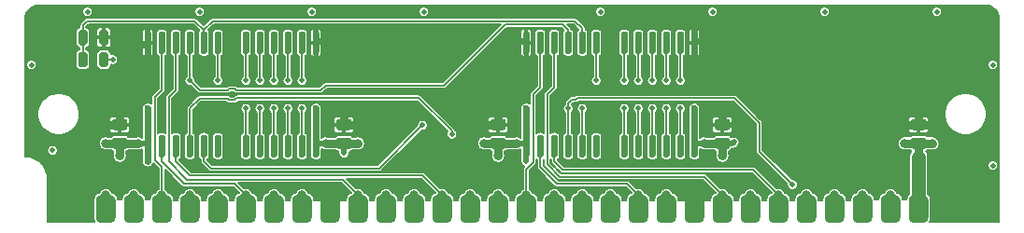
<source format=gtl>
G04 #@! TF.GenerationSoftware,KiCad,Pcbnew,(5.1.10-1-10_14)*
G04 #@! TF.CreationDate,2021-06-21T04:48:21-04:00*
G04 #@! TF.ProjectId,GW4190-SOP,47573431-3930-42d5-934f-502e6b696361,2.0-SOP*
G04 #@! TF.SameCoordinates,Original*
G04 #@! TF.FileFunction,Copper,L1,Top*
G04 #@! TF.FilePolarity,Positive*
%FSLAX46Y46*%
G04 Gerber Fmt 4.6, Leading zero omitted, Abs format (unit mm)*
G04 Created by KiCad (PCBNEW (5.1.10-1-10_14)) date 2021-06-21 04:48:21*
%MOMM*%
%LPD*%
G01*
G04 APERTURE LIST*
G04 #@! TA.AperFunction,ComponentPad*
%ADD10C,0.800000*%
G04 #@! TD*
G04 #@! TA.AperFunction,ViaPad*
%ADD11C,0.800000*%
G04 #@! TD*
G04 #@! TA.AperFunction,ViaPad*
%ADD12C,0.508000*%
G04 #@! TD*
G04 #@! TA.AperFunction,ViaPad*
%ADD13C,1.000000*%
G04 #@! TD*
G04 #@! TA.AperFunction,ViaPad*
%ADD14C,0.600000*%
G04 #@! TD*
G04 #@! TA.AperFunction,Conductor*
%ADD15C,0.508000*%
G04 #@! TD*
G04 #@! TA.AperFunction,Conductor*
%ADD16C,0.762000*%
G04 #@! TD*
G04 #@! TA.AperFunction,Conductor*
%ADD17C,1.270000*%
G04 #@! TD*
G04 #@! TA.AperFunction,Conductor*
%ADD18C,0.800000*%
G04 #@! TD*
G04 #@! TA.AperFunction,Conductor*
%ADD19C,0.600000*%
G04 #@! TD*
G04 #@! TA.AperFunction,Conductor*
%ADD20C,0.152400*%
G04 #@! TD*
G04 #@! TA.AperFunction,Conductor*
%ADD21C,0.100000*%
G04 #@! TD*
G04 APERTURE END LIST*
G04 #@! TA.AperFunction,SMDPad,CuDef*
G36*
G01*
X82931000Y-100901500D02*
X82931000Y-99250500D01*
G75*
G02*
X83375500Y-98806000I444500J0D01*
G01*
X84264500Y-98806000D01*
G75*
G02*
X84709000Y-99250500I0J-444500D01*
G01*
X84709000Y-100901500D01*
G75*
G02*
X84264500Y-101346000I-444500J0D01*
G01*
X83375500Y-101346000D01*
G75*
G02*
X82931000Y-100901500I0J444500D01*
G01*
G37*
G04 #@! TD.AperFunction*
G04 #@! TA.AperFunction,SMDPad,CuDef*
G36*
G01*
X85471000Y-100901500D02*
X85471000Y-99250500D01*
G75*
G02*
X85915500Y-98806000I444500J0D01*
G01*
X86804500Y-98806000D01*
G75*
G02*
X87249000Y-99250500I0J-444500D01*
G01*
X87249000Y-100901500D01*
G75*
G02*
X86804500Y-101346000I-444500J0D01*
G01*
X85915500Y-101346000D01*
G75*
G02*
X85471000Y-100901500I0J444500D01*
G01*
G37*
G04 #@! TD.AperFunction*
D10*
X88900000Y-98806000D03*
G04 #@! TA.AperFunction,SMDPad,CuDef*
G36*
G01*
X108331000Y-100901500D02*
X108331000Y-99250500D01*
G75*
G02*
X108775500Y-98806000I444500J0D01*
G01*
X109664500Y-98806000D01*
G75*
G02*
X110109000Y-99250500I0J-444500D01*
G01*
X110109000Y-100901500D01*
G75*
G02*
X109664500Y-101346000I-444500J0D01*
G01*
X108775500Y-101346000D01*
G75*
G02*
X108331000Y-100901500I0J444500D01*
G01*
G37*
G04 #@! TD.AperFunction*
G04 #@! TA.AperFunction,SMDPad,CuDef*
G36*
G01*
X93091000Y-100901500D02*
X93091000Y-99250500D01*
G75*
G02*
X93535500Y-98806000I444500J0D01*
G01*
X94424500Y-98806000D01*
G75*
G02*
X94869000Y-99250500I0J-444500D01*
G01*
X94869000Y-100901500D01*
G75*
G02*
X94424500Y-101346000I-444500J0D01*
G01*
X93535500Y-101346000D01*
G75*
G02*
X93091000Y-100901500I0J444500D01*
G01*
G37*
G04 #@! TD.AperFunction*
G04 #@! TA.AperFunction,SMDPad,CuDef*
G36*
G01*
X110871000Y-100901500D02*
X110871000Y-99250500D01*
G75*
G02*
X111315500Y-98806000I444500J0D01*
G01*
X112204500Y-98806000D01*
G75*
G02*
X112649000Y-99250500I0J-444500D01*
G01*
X112649000Y-100901500D01*
G75*
G02*
X112204500Y-101346000I-444500J0D01*
G01*
X111315500Y-101346000D01*
G75*
G02*
X110871000Y-100901500I0J444500D01*
G01*
G37*
G04 #@! TD.AperFunction*
G04 #@! TA.AperFunction,SMDPad,CuDef*
G36*
G01*
X146431000Y-100901500D02*
X146431000Y-99250500D01*
G75*
G02*
X146875500Y-98806000I444500J0D01*
G01*
X147764500Y-98806000D01*
G75*
G02*
X148209000Y-99250500I0J-444500D01*
G01*
X148209000Y-100901500D01*
G75*
G02*
X147764500Y-101346000I-444500J0D01*
G01*
X146875500Y-101346000D01*
G75*
G02*
X146431000Y-100901500I0J444500D01*
G01*
G37*
G04 #@! TD.AperFunction*
G04 #@! TA.AperFunction,SMDPad,CuDef*
G36*
G01*
X113411000Y-100901500D02*
X113411000Y-99250500D01*
G75*
G02*
X113855500Y-98806000I444500J0D01*
G01*
X114744500Y-98806000D01*
G75*
G02*
X115189000Y-99250500I0J-444500D01*
G01*
X115189000Y-100901500D01*
G75*
G02*
X114744500Y-101346000I-444500J0D01*
G01*
X113855500Y-101346000D01*
G75*
G02*
X113411000Y-100901500I0J444500D01*
G01*
G37*
G04 #@! TD.AperFunction*
G04 #@! TA.AperFunction,SMDPad,CuDef*
G36*
G01*
X115951000Y-100901500D02*
X115951000Y-99250500D01*
G75*
G02*
X116395500Y-98806000I444500J0D01*
G01*
X117284500Y-98806000D01*
G75*
G02*
X117729000Y-99250500I0J-444500D01*
G01*
X117729000Y-100901500D01*
G75*
G02*
X117284500Y-101346000I-444500J0D01*
G01*
X116395500Y-101346000D01*
G75*
G02*
X115951000Y-100901500I0J444500D01*
G01*
G37*
G04 #@! TD.AperFunction*
G04 #@! TA.AperFunction,SMDPad,CuDef*
G36*
G01*
X90551000Y-100901500D02*
X90551000Y-99250500D01*
G75*
G02*
X90995500Y-98806000I444500J0D01*
G01*
X91884500Y-98806000D01*
G75*
G02*
X92329000Y-99250500I0J-444500D01*
G01*
X92329000Y-100901500D01*
G75*
G02*
X91884500Y-101346000I-444500J0D01*
G01*
X90995500Y-101346000D01*
G75*
G02*
X90551000Y-100901500I0J444500D01*
G01*
G37*
G04 #@! TD.AperFunction*
G04 #@! TA.AperFunction,SMDPad,CuDef*
G36*
G01*
X154051000Y-100901500D02*
X154051000Y-99250500D01*
G75*
G02*
X154495500Y-98806000I444500J0D01*
G01*
X155384500Y-98806000D01*
G75*
G02*
X155829000Y-99250500I0J-444500D01*
G01*
X155829000Y-100901500D01*
G75*
G02*
X155384500Y-101346000I-444500J0D01*
G01*
X154495500Y-101346000D01*
G75*
G02*
X154051000Y-100901500I0J444500D01*
G01*
G37*
G04 #@! TD.AperFunction*
G04 #@! TA.AperFunction,SMDPad,CuDef*
G36*
G01*
X88011000Y-100901500D02*
X88011000Y-99250500D01*
G75*
G02*
X88455500Y-98806000I444500J0D01*
G01*
X89344500Y-98806000D01*
G75*
G02*
X89789000Y-99250500I0J-444500D01*
G01*
X89789000Y-100901500D01*
G75*
G02*
X89344500Y-101346000I-444500J0D01*
G01*
X88455500Y-101346000D01*
G75*
G02*
X88011000Y-100901500I0J444500D01*
G01*
G37*
G04 #@! TD.AperFunction*
G04 #@! TA.AperFunction,SMDPad,CuDef*
G36*
G01*
X141351000Y-100901500D02*
X141351000Y-99250500D01*
G75*
G02*
X141795500Y-98806000I444500J0D01*
G01*
X142684500Y-98806000D01*
G75*
G02*
X143129000Y-99250500I0J-444500D01*
G01*
X143129000Y-100901500D01*
G75*
G02*
X142684500Y-101346000I-444500J0D01*
G01*
X141795500Y-101346000D01*
G75*
G02*
X141351000Y-100901500I0J444500D01*
G01*
G37*
G04 #@! TD.AperFunction*
G04 #@! TA.AperFunction,SMDPad,CuDef*
G36*
G01*
X121031000Y-100901500D02*
X121031000Y-99250500D01*
G75*
G02*
X121475500Y-98806000I444500J0D01*
G01*
X122364500Y-98806000D01*
G75*
G02*
X122809000Y-99250500I0J-444500D01*
G01*
X122809000Y-100901500D01*
G75*
G02*
X122364500Y-101346000I-444500J0D01*
G01*
X121475500Y-101346000D01*
G75*
G02*
X121031000Y-100901500I0J444500D01*
G01*
G37*
G04 #@! TD.AperFunction*
G04 #@! TA.AperFunction,SMDPad,CuDef*
G36*
G01*
X131191000Y-100901500D02*
X131191000Y-99250500D01*
G75*
G02*
X131635500Y-98806000I444500J0D01*
G01*
X132524500Y-98806000D01*
G75*
G02*
X132969000Y-99250500I0J-444500D01*
G01*
X132969000Y-100901500D01*
G75*
G02*
X132524500Y-101346000I-444500J0D01*
G01*
X131635500Y-101346000D01*
G75*
G02*
X131191000Y-100901500I0J444500D01*
G01*
G37*
G04 #@! TD.AperFunction*
G04 #@! TA.AperFunction,SMDPad,CuDef*
G36*
G01*
X138811000Y-100901500D02*
X138811000Y-99250500D01*
G75*
G02*
X139255500Y-98806000I444500J0D01*
G01*
X140144500Y-98806000D01*
G75*
G02*
X140589000Y-99250500I0J-444500D01*
G01*
X140589000Y-100901500D01*
G75*
G02*
X140144500Y-101346000I-444500J0D01*
G01*
X139255500Y-101346000D01*
G75*
G02*
X138811000Y-100901500I0J444500D01*
G01*
G37*
G04 #@! TD.AperFunction*
G04 #@! TA.AperFunction,SMDPad,CuDef*
G36*
G01*
X103251000Y-100901500D02*
X103251000Y-99250500D01*
G75*
G02*
X103695500Y-98806000I444500J0D01*
G01*
X104584500Y-98806000D01*
G75*
G02*
X105029000Y-99250500I0J-444500D01*
G01*
X105029000Y-100901500D01*
G75*
G02*
X104584500Y-101346000I-444500J0D01*
G01*
X103695500Y-101346000D01*
G75*
G02*
X103251000Y-100901500I0J444500D01*
G01*
G37*
G04 #@! TD.AperFunction*
G04 #@! TA.AperFunction,SMDPad,CuDef*
G36*
G01*
X126111000Y-100901500D02*
X126111000Y-99250500D01*
G75*
G02*
X126555500Y-98806000I444500J0D01*
G01*
X127444500Y-98806000D01*
G75*
G02*
X127889000Y-99250500I0J-444500D01*
G01*
X127889000Y-100901500D01*
G75*
G02*
X127444500Y-101346000I-444500J0D01*
G01*
X126555500Y-101346000D01*
G75*
G02*
X126111000Y-100901500I0J444500D01*
G01*
G37*
G04 #@! TD.AperFunction*
G04 #@! TA.AperFunction,SMDPad,CuDef*
G36*
G01*
X133731000Y-100901500D02*
X133731000Y-99250500D01*
G75*
G02*
X134175500Y-98806000I444500J0D01*
G01*
X135064500Y-98806000D01*
G75*
G02*
X135509000Y-99250500I0J-444500D01*
G01*
X135509000Y-100901500D01*
G75*
G02*
X135064500Y-101346000I-444500J0D01*
G01*
X134175500Y-101346000D01*
G75*
G02*
X133731000Y-100901500I0J444500D01*
G01*
G37*
G04 #@! TD.AperFunction*
G04 #@! TA.AperFunction,SMDPad,CuDef*
G36*
G01*
X128651000Y-100901500D02*
X128651000Y-99250500D01*
G75*
G02*
X129095500Y-98806000I444500J0D01*
G01*
X129984500Y-98806000D01*
G75*
G02*
X130429000Y-99250500I0J-444500D01*
G01*
X130429000Y-100901500D01*
G75*
G02*
X129984500Y-101346000I-444500J0D01*
G01*
X129095500Y-101346000D01*
G75*
G02*
X128651000Y-100901500I0J444500D01*
G01*
G37*
G04 #@! TD.AperFunction*
G04 #@! TA.AperFunction,SMDPad,CuDef*
G36*
G01*
X105791000Y-100901500D02*
X105791000Y-99250500D01*
G75*
G02*
X106235500Y-98806000I444500J0D01*
G01*
X107124500Y-98806000D01*
G75*
G02*
X107569000Y-99250500I0J-444500D01*
G01*
X107569000Y-100901500D01*
G75*
G02*
X107124500Y-101346000I-444500J0D01*
G01*
X106235500Y-101346000D01*
G75*
G02*
X105791000Y-100901500I0J444500D01*
G01*
G37*
G04 #@! TD.AperFunction*
G04 #@! TA.AperFunction,SMDPad,CuDef*
G36*
G01*
X136271000Y-100901500D02*
X136271000Y-99250500D01*
G75*
G02*
X136715500Y-98806000I444500J0D01*
G01*
X137604500Y-98806000D01*
G75*
G02*
X138049000Y-99250500I0J-444500D01*
G01*
X138049000Y-100901500D01*
G75*
G02*
X137604500Y-101346000I-444500J0D01*
G01*
X136715500Y-101346000D01*
G75*
G02*
X136271000Y-100901500I0J444500D01*
G01*
G37*
G04 #@! TD.AperFunction*
G04 #@! TA.AperFunction,SMDPad,CuDef*
G36*
G01*
X95631000Y-100901500D02*
X95631000Y-99250500D01*
G75*
G02*
X96075500Y-98806000I444500J0D01*
G01*
X96964500Y-98806000D01*
G75*
G02*
X97409000Y-99250500I0J-444500D01*
G01*
X97409000Y-100901500D01*
G75*
G02*
X96964500Y-101346000I-444500J0D01*
G01*
X96075500Y-101346000D01*
G75*
G02*
X95631000Y-100901500I0J444500D01*
G01*
G37*
G04 #@! TD.AperFunction*
G04 #@! TA.AperFunction,SMDPad,CuDef*
G36*
G01*
X123571000Y-100901500D02*
X123571000Y-99250500D01*
G75*
G02*
X124015500Y-98806000I444500J0D01*
G01*
X124904500Y-98806000D01*
G75*
G02*
X125349000Y-99250500I0J-444500D01*
G01*
X125349000Y-100901500D01*
G75*
G02*
X124904500Y-101346000I-444500J0D01*
G01*
X124015500Y-101346000D01*
G75*
G02*
X123571000Y-100901500I0J444500D01*
G01*
G37*
G04 #@! TD.AperFunction*
G04 #@! TA.AperFunction,SMDPad,CuDef*
G36*
G01*
X98171000Y-100901500D02*
X98171000Y-99250500D01*
G75*
G02*
X98615500Y-98806000I444500J0D01*
G01*
X99504500Y-98806000D01*
G75*
G02*
X99949000Y-99250500I0J-444500D01*
G01*
X99949000Y-100901500D01*
G75*
G02*
X99504500Y-101346000I-444500J0D01*
G01*
X98615500Y-101346000D01*
G75*
G02*
X98171000Y-100901500I0J444500D01*
G01*
G37*
G04 #@! TD.AperFunction*
G04 #@! TA.AperFunction,SMDPad,CuDef*
G36*
G01*
X100711000Y-100901500D02*
X100711000Y-99250500D01*
G75*
G02*
X101155500Y-98806000I444500J0D01*
G01*
X102044500Y-98806000D01*
G75*
G02*
X102489000Y-99250500I0J-444500D01*
G01*
X102489000Y-100901500D01*
G75*
G02*
X102044500Y-101346000I-444500J0D01*
G01*
X101155500Y-101346000D01*
G75*
G02*
X100711000Y-100901500I0J444500D01*
G01*
G37*
G04 #@! TD.AperFunction*
G04 #@! TA.AperFunction,SMDPad,CuDef*
G36*
G01*
X148971000Y-100901500D02*
X148971000Y-99250500D01*
G75*
G02*
X149415500Y-98806000I444500J0D01*
G01*
X150304500Y-98806000D01*
G75*
G02*
X150749000Y-99250500I0J-444500D01*
G01*
X150749000Y-100901500D01*
G75*
G02*
X150304500Y-101346000I-444500J0D01*
G01*
X149415500Y-101346000D01*
G75*
G02*
X148971000Y-100901500I0J444500D01*
G01*
G37*
G04 #@! TD.AperFunction*
G04 #@! TA.AperFunction,SMDPad,CuDef*
G36*
G01*
X151511000Y-100901500D02*
X151511000Y-99250500D01*
G75*
G02*
X151955500Y-98806000I444500J0D01*
G01*
X152844500Y-98806000D01*
G75*
G02*
X153289000Y-99250500I0J-444500D01*
G01*
X153289000Y-100901500D01*
G75*
G02*
X152844500Y-101346000I-444500J0D01*
G01*
X151955500Y-101346000D01*
G75*
G02*
X151511000Y-100901500I0J444500D01*
G01*
G37*
G04 #@! TD.AperFunction*
G04 #@! TA.AperFunction,SMDPad,CuDef*
G36*
G01*
X156591000Y-100901500D02*
X156591000Y-99250500D01*
G75*
G02*
X157035500Y-98806000I444500J0D01*
G01*
X157924500Y-98806000D01*
G75*
G02*
X158369000Y-99250500I0J-444500D01*
G01*
X158369000Y-100901500D01*
G75*
G02*
X157924500Y-101346000I-444500J0D01*
G01*
X157035500Y-101346000D01*
G75*
G02*
X156591000Y-100901500I0J444500D01*
G01*
G37*
G04 #@! TD.AperFunction*
G04 #@! TA.AperFunction,SMDPad,CuDef*
G36*
G01*
X118491000Y-100901500D02*
X118491000Y-99250500D01*
G75*
G02*
X118935500Y-98806000I444500J0D01*
G01*
X119824500Y-98806000D01*
G75*
G02*
X120269000Y-99250500I0J-444500D01*
G01*
X120269000Y-100901500D01*
G75*
G02*
X119824500Y-101346000I-444500J0D01*
G01*
X118935500Y-101346000D01*
G75*
G02*
X118491000Y-100901500I0J444500D01*
G01*
G37*
G04 #@! TD.AperFunction*
G04 #@! TA.AperFunction,SMDPad,CuDef*
G36*
G01*
X143891000Y-100901500D02*
X143891000Y-99250500D01*
G75*
G02*
X144335500Y-98806000I444500J0D01*
G01*
X145224500Y-98806000D01*
G75*
G02*
X145669000Y-99250500I0J-444500D01*
G01*
X145669000Y-100901500D01*
G75*
G02*
X145224500Y-101346000I-444500J0D01*
G01*
X144335500Y-101346000D01*
G75*
G02*
X143891000Y-100901500I0J444500D01*
G01*
G37*
G04 #@! TD.AperFunction*
X86360000Y-98806000D03*
X83820000Y-98806000D03*
X93980000Y-98806000D03*
X91440000Y-98806000D03*
X96520000Y-98806000D03*
X99060000Y-98806000D03*
X104140000Y-98806000D03*
X101600000Y-98806000D03*
X109220000Y-98806000D03*
X106680000Y-98806000D03*
X111760000Y-98806000D03*
X116840000Y-98806000D03*
X114300000Y-98806000D03*
X119380000Y-98806000D03*
X124460000Y-98806000D03*
X121920000Y-98806000D03*
X127000000Y-98806000D03*
X149860000Y-98806000D03*
X147320000Y-98806000D03*
X152400000Y-98806000D03*
X134620000Y-98806000D03*
X132080000Y-98806000D03*
X137160000Y-98806000D03*
X142240000Y-98806000D03*
X139700000Y-98806000D03*
X144780000Y-98806000D03*
X129540000Y-98806000D03*
X154940000Y-98806000D03*
X157480000Y-98806000D03*
G04 #@! TA.AperFunction,SMDPad,CuDef*
G36*
G01*
X85527500Y-92932000D02*
X84652500Y-92932000D01*
G75*
G02*
X84390000Y-92669500I0J262500D01*
G01*
X84390000Y-92144500D01*
G75*
G02*
X84652500Y-91882000I262500J0D01*
G01*
X85527500Y-91882000D01*
G75*
G02*
X85790000Y-92144500I0J-262500D01*
G01*
X85790000Y-92669500D01*
G75*
G02*
X85527500Y-92932000I-262500J0D01*
G01*
G37*
G04 #@! TD.AperFunction*
G04 #@! TA.AperFunction,SMDPad,CuDef*
G36*
G01*
X85527500Y-94632000D02*
X84652500Y-94632000D01*
G75*
G02*
X84390000Y-94369500I0J262500D01*
G01*
X84390000Y-93844500D01*
G75*
G02*
X84652500Y-93582000I262500J0D01*
G01*
X85527500Y-93582000D01*
G75*
G02*
X85790000Y-93844500I0J-262500D01*
G01*
X85790000Y-94369500D01*
G75*
G02*
X85527500Y-94632000I-262500J0D01*
G01*
G37*
G04 #@! TD.AperFunction*
G04 #@! TA.AperFunction,SMDPad,CuDef*
G36*
G01*
X105847500Y-92932000D02*
X104972500Y-92932000D01*
G75*
G02*
X104710000Y-92669500I0J262500D01*
G01*
X104710000Y-92144500D01*
G75*
G02*
X104972500Y-91882000I262500J0D01*
G01*
X105847500Y-91882000D01*
G75*
G02*
X106110000Y-92144500I0J-262500D01*
G01*
X106110000Y-92669500D01*
G75*
G02*
X105847500Y-92932000I-262500J0D01*
G01*
G37*
G04 #@! TD.AperFunction*
G04 #@! TA.AperFunction,SMDPad,CuDef*
G36*
G01*
X105847500Y-94632000D02*
X104972500Y-94632000D01*
G75*
G02*
X104710000Y-94369500I0J262500D01*
G01*
X104710000Y-93844500D01*
G75*
G02*
X104972500Y-93582000I262500J0D01*
G01*
X105847500Y-93582000D01*
G75*
G02*
X106110000Y-93844500I0J-262500D01*
G01*
X106110000Y-94369500D01*
G75*
G02*
X105847500Y-94632000I-262500J0D01*
G01*
G37*
G04 #@! TD.AperFunction*
G04 #@! TA.AperFunction,SMDPad,CuDef*
G36*
G01*
X119817500Y-92932000D02*
X118942500Y-92932000D01*
G75*
G02*
X118680000Y-92669500I0J262500D01*
G01*
X118680000Y-92144500D01*
G75*
G02*
X118942500Y-91882000I262500J0D01*
G01*
X119817500Y-91882000D01*
G75*
G02*
X120080000Y-92144500I0J-262500D01*
G01*
X120080000Y-92669500D01*
G75*
G02*
X119817500Y-92932000I-262500J0D01*
G01*
G37*
G04 #@! TD.AperFunction*
G04 #@! TA.AperFunction,SMDPad,CuDef*
G36*
G01*
X119817500Y-94632000D02*
X118942500Y-94632000D01*
G75*
G02*
X118680000Y-94369500I0J262500D01*
G01*
X118680000Y-93844500D01*
G75*
G02*
X118942500Y-93582000I262500J0D01*
G01*
X119817500Y-93582000D01*
G75*
G02*
X120080000Y-93844500I0J-262500D01*
G01*
X120080000Y-94369500D01*
G75*
G02*
X119817500Y-94632000I-262500J0D01*
G01*
G37*
G04 #@! TD.AperFunction*
G04 #@! TA.AperFunction,SMDPad,CuDef*
G36*
G01*
X157917500Y-92932000D02*
X157042500Y-92932000D01*
G75*
G02*
X156780000Y-92669500I0J262500D01*
G01*
X156780000Y-92144500D01*
G75*
G02*
X157042500Y-91882000I262500J0D01*
G01*
X157917500Y-91882000D01*
G75*
G02*
X158180000Y-92144500I0J-262500D01*
G01*
X158180000Y-92669500D01*
G75*
G02*
X157917500Y-92932000I-262500J0D01*
G01*
G37*
G04 #@! TD.AperFunction*
G04 #@! TA.AperFunction,SMDPad,CuDef*
G36*
G01*
X157917500Y-94632000D02*
X157042500Y-94632000D01*
G75*
G02*
X156780000Y-94369500I0J262500D01*
G01*
X156780000Y-93844500D01*
G75*
G02*
X157042500Y-93582000I262500J0D01*
G01*
X157917500Y-93582000D01*
G75*
G02*
X158180000Y-93844500I0J-262500D01*
G01*
X158180000Y-94369500D01*
G75*
G02*
X157917500Y-94632000I-262500J0D01*
G01*
G37*
G04 #@! TD.AperFunction*
G04 #@! TA.AperFunction,SMDPad,CuDef*
G36*
G01*
X140137500Y-92932000D02*
X139262500Y-92932000D01*
G75*
G02*
X139000000Y-92669500I0J262500D01*
G01*
X139000000Y-92144500D01*
G75*
G02*
X139262500Y-91882000I262500J0D01*
G01*
X140137500Y-91882000D01*
G75*
G02*
X140400000Y-92144500I0J-262500D01*
G01*
X140400000Y-92669500D01*
G75*
G02*
X140137500Y-92932000I-262500J0D01*
G01*
G37*
G04 #@! TD.AperFunction*
G04 #@! TA.AperFunction,SMDPad,CuDef*
G36*
G01*
X140137500Y-94632000D02*
X139262500Y-94632000D01*
G75*
G02*
X139000000Y-94369500I0J262500D01*
G01*
X139000000Y-93844500D01*
G75*
G02*
X139262500Y-93582000I262500J0D01*
G01*
X140137500Y-93582000D01*
G75*
G02*
X140400000Y-93844500I0J-262500D01*
G01*
X140400000Y-94369500D01*
G75*
G02*
X140137500Y-94632000I-262500J0D01*
G01*
G37*
G04 #@! TD.AperFunction*
G04 #@! TA.AperFunction,SMDPad,CuDef*
G36*
G01*
X82175000Y-86012500D02*
X82175000Y-86987500D01*
G75*
G02*
X81962500Y-87200000I-212500J0D01*
G01*
X81537500Y-87200000D01*
G75*
G02*
X81325000Y-86987500I0J212500D01*
G01*
X81325000Y-86012500D01*
G75*
G02*
X81537500Y-85800000I212500J0D01*
G01*
X81962500Y-85800000D01*
G75*
G02*
X82175000Y-86012500I0J-212500D01*
G01*
G37*
G04 #@! TD.AperFunction*
G04 #@! TA.AperFunction,SMDPad,CuDef*
G36*
G01*
X84075000Y-86012500D02*
X84075000Y-86987500D01*
G75*
G02*
X83862500Y-87200000I-212500J0D01*
G01*
X83437500Y-87200000D01*
G75*
G02*
X83225000Y-86987500I0J212500D01*
G01*
X83225000Y-86012500D01*
G75*
G02*
X83437500Y-85800000I212500J0D01*
G01*
X83862500Y-85800000D01*
G75*
G02*
X84075000Y-86012500I0J-212500D01*
G01*
G37*
G04 #@! TD.AperFunction*
G04 #@! TA.AperFunction,SMDPad,CuDef*
G36*
G01*
X83225000Y-84987500D02*
X83225000Y-84012500D01*
G75*
G02*
X83437500Y-83800000I212500J0D01*
G01*
X83862500Y-83800000D01*
G75*
G02*
X84075000Y-84012500I0J-212500D01*
G01*
X84075000Y-84987500D01*
G75*
G02*
X83862500Y-85200000I-212500J0D01*
G01*
X83437500Y-85200000D01*
G75*
G02*
X83225000Y-84987500I0J212500D01*
G01*
G37*
G04 #@! TD.AperFunction*
G04 #@! TA.AperFunction,SMDPad,CuDef*
G36*
G01*
X81325000Y-84987500D02*
X81325000Y-84012500D01*
G75*
G02*
X81537500Y-83800000I212500J0D01*
G01*
X81962500Y-83800000D01*
G75*
G02*
X82175000Y-84012500I0J-212500D01*
G01*
X82175000Y-84987500D01*
G75*
G02*
X81962500Y-85200000I-212500J0D01*
G01*
X81537500Y-85200000D01*
G75*
G02*
X81325000Y-84987500I0J212500D01*
G01*
G37*
G04 #@! TD.AperFunction*
G04 #@! TA.AperFunction,SMDPad,CuDef*
G36*
G01*
X122070000Y-95377000D02*
X121770000Y-95377000D01*
G75*
G02*
X121620000Y-95227000I0J150000D01*
G01*
X121620000Y-93495000D01*
G75*
G02*
X121770000Y-93345000I150000J0D01*
G01*
X122070000Y-93345000D01*
G75*
G02*
X122220000Y-93495000I0J-150000D01*
G01*
X122220000Y-95227000D01*
G75*
G02*
X122070000Y-95377000I-150000J0D01*
G01*
G37*
G04 #@! TD.AperFunction*
G04 #@! TA.AperFunction,SMDPad,CuDef*
G36*
G01*
X123340000Y-95377000D02*
X123040000Y-95377000D01*
G75*
G02*
X122890000Y-95227000I0J150000D01*
G01*
X122890000Y-93495000D01*
G75*
G02*
X123040000Y-93345000I150000J0D01*
G01*
X123340000Y-93345000D01*
G75*
G02*
X123490000Y-93495000I0J-150000D01*
G01*
X123490000Y-95227000D01*
G75*
G02*
X123340000Y-95377000I-150000J0D01*
G01*
G37*
G04 #@! TD.AperFunction*
G04 #@! TA.AperFunction,SMDPad,CuDef*
G36*
G01*
X124610000Y-95377000D02*
X124310000Y-95377000D01*
G75*
G02*
X124160000Y-95227000I0J150000D01*
G01*
X124160000Y-93495000D01*
G75*
G02*
X124310000Y-93345000I150000J0D01*
G01*
X124610000Y-93345000D01*
G75*
G02*
X124760000Y-93495000I0J-150000D01*
G01*
X124760000Y-95227000D01*
G75*
G02*
X124610000Y-95377000I-150000J0D01*
G01*
G37*
G04 #@! TD.AperFunction*
G04 #@! TA.AperFunction,SMDPad,CuDef*
G36*
G01*
X125880000Y-95377000D02*
X125580000Y-95377000D01*
G75*
G02*
X125430000Y-95227000I0J150000D01*
G01*
X125430000Y-93495000D01*
G75*
G02*
X125580000Y-93345000I150000J0D01*
G01*
X125880000Y-93345000D01*
G75*
G02*
X126030000Y-93495000I0J-150000D01*
G01*
X126030000Y-95227000D01*
G75*
G02*
X125880000Y-95377000I-150000J0D01*
G01*
G37*
G04 #@! TD.AperFunction*
G04 #@! TA.AperFunction,SMDPad,CuDef*
G36*
G01*
X127150000Y-95377000D02*
X126850000Y-95377000D01*
G75*
G02*
X126700000Y-95227000I0J150000D01*
G01*
X126700000Y-93495000D01*
G75*
G02*
X126850000Y-93345000I150000J0D01*
G01*
X127150000Y-93345000D01*
G75*
G02*
X127300000Y-93495000I0J-150000D01*
G01*
X127300000Y-95227000D01*
G75*
G02*
X127150000Y-95377000I-150000J0D01*
G01*
G37*
G04 #@! TD.AperFunction*
G04 #@! TA.AperFunction,SMDPad,CuDef*
G36*
G01*
X128420000Y-95377000D02*
X128120000Y-95377000D01*
G75*
G02*
X127970000Y-95227000I0J150000D01*
G01*
X127970000Y-93495000D01*
G75*
G02*
X128120000Y-93345000I150000J0D01*
G01*
X128420000Y-93345000D01*
G75*
G02*
X128570000Y-93495000I0J-150000D01*
G01*
X128570000Y-95227000D01*
G75*
G02*
X128420000Y-95377000I-150000J0D01*
G01*
G37*
G04 #@! TD.AperFunction*
G04 #@! TA.AperFunction,SMDPad,CuDef*
G36*
G01*
X130960000Y-95377000D02*
X130660000Y-95377000D01*
G75*
G02*
X130510000Y-95227000I0J150000D01*
G01*
X130510000Y-93495000D01*
G75*
G02*
X130660000Y-93345000I150000J0D01*
G01*
X130960000Y-93345000D01*
G75*
G02*
X131110000Y-93495000I0J-150000D01*
G01*
X131110000Y-95227000D01*
G75*
G02*
X130960000Y-95377000I-150000J0D01*
G01*
G37*
G04 #@! TD.AperFunction*
G04 #@! TA.AperFunction,SMDPad,CuDef*
G36*
G01*
X132230000Y-95377000D02*
X131930000Y-95377000D01*
G75*
G02*
X131780000Y-95227000I0J150000D01*
G01*
X131780000Y-93495000D01*
G75*
G02*
X131930000Y-93345000I150000J0D01*
G01*
X132230000Y-93345000D01*
G75*
G02*
X132380000Y-93495000I0J-150000D01*
G01*
X132380000Y-95227000D01*
G75*
G02*
X132230000Y-95377000I-150000J0D01*
G01*
G37*
G04 #@! TD.AperFunction*
G04 #@! TA.AperFunction,SMDPad,CuDef*
G36*
G01*
X133500000Y-95377000D02*
X133200000Y-95377000D01*
G75*
G02*
X133050000Y-95227000I0J150000D01*
G01*
X133050000Y-93495000D01*
G75*
G02*
X133200000Y-93345000I150000J0D01*
G01*
X133500000Y-93345000D01*
G75*
G02*
X133650000Y-93495000I0J-150000D01*
G01*
X133650000Y-95227000D01*
G75*
G02*
X133500000Y-95377000I-150000J0D01*
G01*
G37*
G04 #@! TD.AperFunction*
G04 #@! TA.AperFunction,SMDPad,CuDef*
G36*
G01*
X134770000Y-95377000D02*
X134470000Y-95377000D01*
G75*
G02*
X134320000Y-95227000I0J150000D01*
G01*
X134320000Y-93495000D01*
G75*
G02*
X134470000Y-93345000I150000J0D01*
G01*
X134770000Y-93345000D01*
G75*
G02*
X134920000Y-93495000I0J-150000D01*
G01*
X134920000Y-95227000D01*
G75*
G02*
X134770000Y-95377000I-150000J0D01*
G01*
G37*
G04 #@! TD.AperFunction*
G04 #@! TA.AperFunction,SMDPad,CuDef*
G36*
G01*
X136040000Y-95377000D02*
X135740000Y-95377000D01*
G75*
G02*
X135590000Y-95227000I0J150000D01*
G01*
X135590000Y-93495000D01*
G75*
G02*
X135740000Y-93345000I150000J0D01*
G01*
X136040000Y-93345000D01*
G75*
G02*
X136190000Y-93495000I0J-150000D01*
G01*
X136190000Y-95227000D01*
G75*
G02*
X136040000Y-95377000I-150000J0D01*
G01*
G37*
G04 #@! TD.AperFunction*
G04 #@! TA.AperFunction,SMDPad,CuDef*
G36*
G01*
X137310000Y-95377000D02*
X137010000Y-95377000D01*
G75*
G02*
X136860000Y-95227000I0J150000D01*
G01*
X136860000Y-93495000D01*
G75*
G02*
X137010000Y-93345000I150000J0D01*
G01*
X137310000Y-93345000D01*
G75*
G02*
X137460000Y-93495000I0J-150000D01*
G01*
X137460000Y-95227000D01*
G75*
G02*
X137310000Y-95377000I-150000J0D01*
G01*
G37*
G04 #@! TD.AperFunction*
G04 #@! TA.AperFunction,SMDPad,CuDef*
G36*
G01*
X137310000Y-85979000D02*
X137010000Y-85979000D01*
G75*
G02*
X136860000Y-85829000I0J150000D01*
G01*
X136860000Y-84097000D01*
G75*
G02*
X137010000Y-83947000I150000J0D01*
G01*
X137310000Y-83947000D01*
G75*
G02*
X137460000Y-84097000I0J-150000D01*
G01*
X137460000Y-85829000D01*
G75*
G02*
X137310000Y-85979000I-150000J0D01*
G01*
G37*
G04 #@! TD.AperFunction*
G04 #@! TA.AperFunction,SMDPad,CuDef*
G36*
G01*
X136040000Y-85979000D02*
X135740000Y-85979000D01*
G75*
G02*
X135590000Y-85829000I0J150000D01*
G01*
X135590000Y-84097000D01*
G75*
G02*
X135740000Y-83947000I150000J0D01*
G01*
X136040000Y-83947000D01*
G75*
G02*
X136190000Y-84097000I0J-150000D01*
G01*
X136190000Y-85829000D01*
G75*
G02*
X136040000Y-85979000I-150000J0D01*
G01*
G37*
G04 #@! TD.AperFunction*
G04 #@! TA.AperFunction,SMDPad,CuDef*
G36*
G01*
X134770000Y-85979000D02*
X134470000Y-85979000D01*
G75*
G02*
X134320000Y-85829000I0J150000D01*
G01*
X134320000Y-84097000D01*
G75*
G02*
X134470000Y-83947000I150000J0D01*
G01*
X134770000Y-83947000D01*
G75*
G02*
X134920000Y-84097000I0J-150000D01*
G01*
X134920000Y-85829000D01*
G75*
G02*
X134770000Y-85979000I-150000J0D01*
G01*
G37*
G04 #@! TD.AperFunction*
G04 #@! TA.AperFunction,SMDPad,CuDef*
G36*
G01*
X133500000Y-85979000D02*
X133200000Y-85979000D01*
G75*
G02*
X133050000Y-85829000I0J150000D01*
G01*
X133050000Y-84097000D01*
G75*
G02*
X133200000Y-83947000I150000J0D01*
G01*
X133500000Y-83947000D01*
G75*
G02*
X133650000Y-84097000I0J-150000D01*
G01*
X133650000Y-85829000D01*
G75*
G02*
X133500000Y-85979000I-150000J0D01*
G01*
G37*
G04 #@! TD.AperFunction*
G04 #@! TA.AperFunction,SMDPad,CuDef*
G36*
G01*
X132230000Y-85979000D02*
X131930000Y-85979000D01*
G75*
G02*
X131780000Y-85829000I0J150000D01*
G01*
X131780000Y-84097000D01*
G75*
G02*
X131930000Y-83947000I150000J0D01*
G01*
X132230000Y-83947000D01*
G75*
G02*
X132380000Y-84097000I0J-150000D01*
G01*
X132380000Y-85829000D01*
G75*
G02*
X132230000Y-85979000I-150000J0D01*
G01*
G37*
G04 #@! TD.AperFunction*
G04 #@! TA.AperFunction,SMDPad,CuDef*
G36*
G01*
X130960000Y-85979000D02*
X130660000Y-85979000D01*
G75*
G02*
X130510000Y-85829000I0J150000D01*
G01*
X130510000Y-84097000D01*
G75*
G02*
X130660000Y-83947000I150000J0D01*
G01*
X130960000Y-83947000D01*
G75*
G02*
X131110000Y-84097000I0J-150000D01*
G01*
X131110000Y-85829000D01*
G75*
G02*
X130960000Y-85979000I-150000J0D01*
G01*
G37*
G04 #@! TD.AperFunction*
G04 #@! TA.AperFunction,SMDPad,CuDef*
G36*
G01*
X128420000Y-85979000D02*
X128120000Y-85979000D01*
G75*
G02*
X127970000Y-85829000I0J150000D01*
G01*
X127970000Y-84097000D01*
G75*
G02*
X128120000Y-83947000I150000J0D01*
G01*
X128420000Y-83947000D01*
G75*
G02*
X128570000Y-84097000I0J-150000D01*
G01*
X128570000Y-85829000D01*
G75*
G02*
X128420000Y-85979000I-150000J0D01*
G01*
G37*
G04 #@! TD.AperFunction*
G04 #@! TA.AperFunction,SMDPad,CuDef*
G36*
G01*
X127150000Y-85979000D02*
X126850000Y-85979000D01*
G75*
G02*
X126700000Y-85829000I0J150000D01*
G01*
X126700000Y-84097000D01*
G75*
G02*
X126850000Y-83947000I150000J0D01*
G01*
X127150000Y-83947000D01*
G75*
G02*
X127300000Y-84097000I0J-150000D01*
G01*
X127300000Y-85829000D01*
G75*
G02*
X127150000Y-85979000I-150000J0D01*
G01*
G37*
G04 #@! TD.AperFunction*
G04 #@! TA.AperFunction,SMDPad,CuDef*
G36*
G01*
X125880000Y-85979000D02*
X125580000Y-85979000D01*
G75*
G02*
X125430000Y-85829000I0J150000D01*
G01*
X125430000Y-84097000D01*
G75*
G02*
X125580000Y-83947000I150000J0D01*
G01*
X125880000Y-83947000D01*
G75*
G02*
X126030000Y-84097000I0J-150000D01*
G01*
X126030000Y-85829000D01*
G75*
G02*
X125880000Y-85979000I-150000J0D01*
G01*
G37*
G04 #@! TD.AperFunction*
G04 #@! TA.AperFunction,SMDPad,CuDef*
G36*
G01*
X124610000Y-85979000D02*
X124310000Y-85979000D01*
G75*
G02*
X124160000Y-85829000I0J150000D01*
G01*
X124160000Y-84097000D01*
G75*
G02*
X124310000Y-83947000I150000J0D01*
G01*
X124610000Y-83947000D01*
G75*
G02*
X124760000Y-84097000I0J-150000D01*
G01*
X124760000Y-85829000D01*
G75*
G02*
X124610000Y-85979000I-150000J0D01*
G01*
G37*
G04 #@! TD.AperFunction*
G04 #@! TA.AperFunction,SMDPad,CuDef*
G36*
G01*
X123340000Y-85979000D02*
X123040000Y-85979000D01*
G75*
G02*
X122890000Y-85829000I0J150000D01*
G01*
X122890000Y-84097000D01*
G75*
G02*
X123040000Y-83947000I150000J0D01*
G01*
X123340000Y-83947000D01*
G75*
G02*
X123490000Y-84097000I0J-150000D01*
G01*
X123490000Y-85829000D01*
G75*
G02*
X123340000Y-85979000I-150000J0D01*
G01*
G37*
G04 #@! TD.AperFunction*
G04 #@! TA.AperFunction,SMDPad,CuDef*
G36*
G01*
X122070000Y-85979000D02*
X121770000Y-85979000D01*
G75*
G02*
X121620000Y-85829000I0J150000D01*
G01*
X121620000Y-84097000D01*
G75*
G02*
X121770000Y-83947000I150000J0D01*
G01*
X122070000Y-83947000D01*
G75*
G02*
X122220000Y-84097000I0J-150000D01*
G01*
X122220000Y-85829000D01*
G75*
G02*
X122070000Y-85979000I-150000J0D01*
G01*
G37*
G04 #@! TD.AperFunction*
G04 #@! TA.AperFunction,SMDPad,CuDef*
G36*
G01*
X87780000Y-85979000D02*
X87480000Y-85979000D01*
G75*
G02*
X87330000Y-85829000I0J150000D01*
G01*
X87330000Y-84097000D01*
G75*
G02*
X87480000Y-83947000I150000J0D01*
G01*
X87780000Y-83947000D01*
G75*
G02*
X87930000Y-84097000I0J-150000D01*
G01*
X87930000Y-85829000D01*
G75*
G02*
X87780000Y-85979000I-150000J0D01*
G01*
G37*
G04 #@! TD.AperFunction*
G04 #@! TA.AperFunction,SMDPad,CuDef*
G36*
G01*
X89050000Y-85979000D02*
X88750000Y-85979000D01*
G75*
G02*
X88600000Y-85829000I0J150000D01*
G01*
X88600000Y-84097000D01*
G75*
G02*
X88750000Y-83947000I150000J0D01*
G01*
X89050000Y-83947000D01*
G75*
G02*
X89200000Y-84097000I0J-150000D01*
G01*
X89200000Y-85829000D01*
G75*
G02*
X89050000Y-85979000I-150000J0D01*
G01*
G37*
G04 #@! TD.AperFunction*
G04 #@! TA.AperFunction,SMDPad,CuDef*
G36*
G01*
X90320000Y-85979000D02*
X90020000Y-85979000D01*
G75*
G02*
X89870000Y-85829000I0J150000D01*
G01*
X89870000Y-84097000D01*
G75*
G02*
X90020000Y-83947000I150000J0D01*
G01*
X90320000Y-83947000D01*
G75*
G02*
X90470000Y-84097000I0J-150000D01*
G01*
X90470000Y-85829000D01*
G75*
G02*
X90320000Y-85979000I-150000J0D01*
G01*
G37*
G04 #@! TD.AperFunction*
G04 #@! TA.AperFunction,SMDPad,CuDef*
G36*
G01*
X91590000Y-85979000D02*
X91290000Y-85979000D01*
G75*
G02*
X91140000Y-85829000I0J150000D01*
G01*
X91140000Y-84097000D01*
G75*
G02*
X91290000Y-83947000I150000J0D01*
G01*
X91590000Y-83947000D01*
G75*
G02*
X91740000Y-84097000I0J-150000D01*
G01*
X91740000Y-85829000D01*
G75*
G02*
X91590000Y-85979000I-150000J0D01*
G01*
G37*
G04 #@! TD.AperFunction*
G04 #@! TA.AperFunction,SMDPad,CuDef*
G36*
G01*
X92860000Y-85979000D02*
X92560000Y-85979000D01*
G75*
G02*
X92410000Y-85829000I0J150000D01*
G01*
X92410000Y-84097000D01*
G75*
G02*
X92560000Y-83947000I150000J0D01*
G01*
X92860000Y-83947000D01*
G75*
G02*
X93010000Y-84097000I0J-150000D01*
G01*
X93010000Y-85829000D01*
G75*
G02*
X92860000Y-85979000I-150000J0D01*
G01*
G37*
G04 #@! TD.AperFunction*
G04 #@! TA.AperFunction,SMDPad,CuDef*
G36*
G01*
X94130000Y-85979000D02*
X93830000Y-85979000D01*
G75*
G02*
X93680000Y-85829000I0J150000D01*
G01*
X93680000Y-84097000D01*
G75*
G02*
X93830000Y-83947000I150000J0D01*
G01*
X94130000Y-83947000D01*
G75*
G02*
X94280000Y-84097000I0J-150000D01*
G01*
X94280000Y-85829000D01*
G75*
G02*
X94130000Y-85979000I-150000J0D01*
G01*
G37*
G04 #@! TD.AperFunction*
G04 #@! TA.AperFunction,SMDPad,CuDef*
G36*
G01*
X96670000Y-85979000D02*
X96370000Y-85979000D01*
G75*
G02*
X96220000Y-85829000I0J150000D01*
G01*
X96220000Y-84097000D01*
G75*
G02*
X96370000Y-83947000I150000J0D01*
G01*
X96670000Y-83947000D01*
G75*
G02*
X96820000Y-84097000I0J-150000D01*
G01*
X96820000Y-85829000D01*
G75*
G02*
X96670000Y-85979000I-150000J0D01*
G01*
G37*
G04 #@! TD.AperFunction*
G04 #@! TA.AperFunction,SMDPad,CuDef*
G36*
G01*
X97940000Y-85979000D02*
X97640000Y-85979000D01*
G75*
G02*
X97490000Y-85829000I0J150000D01*
G01*
X97490000Y-84097000D01*
G75*
G02*
X97640000Y-83947000I150000J0D01*
G01*
X97940000Y-83947000D01*
G75*
G02*
X98090000Y-84097000I0J-150000D01*
G01*
X98090000Y-85829000D01*
G75*
G02*
X97940000Y-85979000I-150000J0D01*
G01*
G37*
G04 #@! TD.AperFunction*
G04 #@! TA.AperFunction,SMDPad,CuDef*
G36*
G01*
X99210000Y-85979000D02*
X98910000Y-85979000D01*
G75*
G02*
X98760000Y-85829000I0J150000D01*
G01*
X98760000Y-84097000D01*
G75*
G02*
X98910000Y-83947000I150000J0D01*
G01*
X99210000Y-83947000D01*
G75*
G02*
X99360000Y-84097000I0J-150000D01*
G01*
X99360000Y-85829000D01*
G75*
G02*
X99210000Y-85979000I-150000J0D01*
G01*
G37*
G04 #@! TD.AperFunction*
G04 #@! TA.AperFunction,SMDPad,CuDef*
G36*
G01*
X100480000Y-85979000D02*
X100180000Y-85979000D01*
G75*
G02*
X100030000Y-85829000I0J150000D01*
G01*
X100030000Y-84097000D01*
G75*
G02*
X100180000Y-83947000I150000J0D01*
G01*
X100480000Y-83947000D01*
G75*
G02*
X100630000Y-84097000I0J-150000D01*
G01*
X100630000Y-85829000D01*
G75*
G02*
X100480000Y-85979000I-150000J0D01*
G01*
G37*
G04 #@! TD.AperFunction*
G04 #@! TA.AperFunction,SMDPad,CuDef*
G36*
G01*
X101750000Y-85979000D02*
X101450000Y-85979000D01*
G75*
G02*
X101300000Y-85829000I0J150000D01*
G01*
X101300000Y-84097000D01*
G75*
G02*
X101450000Y-83947000I150000J0D01*
G01*
X101750000Y-83947000D01*
G75*
G02*
X101900000Y-84097000I0J-150000D01*
G01*
X101900000Y-85829000D01*
G75*
G02*
X101750000Y-85979000I-150000J0D01*
G01*
G37*
G04 #@! TD.AperFunction*
G04 #@! TA.AperFunction,SMDPad,CuDef*
G36*
G01*
X103020000Y-85979000D02*
X102720000Y-85979000D01*
G75*
G02*
X102570000Y-85829000I0J150000D01*
G01*
X102570000Y-84097000D01*
G75*
G02*
X102720000Y-83947000I150000J0D01*
G01*
X103020000Y-83947000D01*
G75*
G02*
X103170000Y-84097000I0J-150000D01*
G01*
X103170000Y-85829000D01*
G75*
G02*
X103020000Y-85979000I-150000J0D01*
G01*
G37*
G04 #@! TD.AperFunction*
G04 #@! TA.AperFunction,SMDPad,CuDef*
G36*
G01*
X103020000Y-95377000D02*
X102720000Y-95377000D01*
G75*
G02*
X102570000Y-95227000I0J150000D01*
G01*
X102570000Y-93495000D01*
G75*
G02*
X102720000Y-93345000I150000J0D01*
G01*
X103020000Y-93345000D01*
G75*
G02*
X103170000Y-93495000I0J-150000D01*
G01*
X103170000Y-95227000D01*
G75*
G02*
X103020000Y-95377000I-150000J0D01*
G01*
G37*
G04 #@! TD.AperFunction*
G04 #@! TA.AperFunction,SMDPad,CuDef*
G36*
G01*
X101750000Y-95377000D02*
X101450000Y-95377000D01*
G75*
G02*
X101300000Y-95227000I0J150000D01*
G01*
X101300000Y-93495000D01*
G75*
G02*
X101450000Y-93345000I150000J0D01*
G01*
X101750000Y-93345000D01*
G75*
G02*
X101900000Y-93495000I0J-150000D01*
G01*
X101900000Y-95227000D01*
G75*
G02*
X101750000Y-95377000I-150000J0D01*
G01*
G37*
G04 #@! TD.AperFunction*
G04 #@! TA.AperFunction,SMDPad,CuDef*
G36*
G01*
X100480000Y-95377000D02*
X100180000Y-95377000D01*
G75*
G02*
X100030000Y-95227000I0J150000D01*
G01*
X100030000Y-93495000D01*
G75*
G02*
X100180000Y-93345000I150000J0D01*
G01*
X100480000Y-93345000D01*
G75*
G02*
X100630000Y-93495000I0J-150000D01*
G01*
X100630000Y-95227000D01*
G75*
G02*
X100480000Y-95377000I-150000J0D01*
G01*
G37*
G04 #@! TD.AperFunction*
G04 #@! TA.AperFunction,SMDPad,CuDef*
G36*
G01*
X99210000Y-95377000D02*
X98910000Y-95377000D01*
G75*
G02*
X98760000Y-95227000I0J150000D01*
G01*
X98760000Y-93495000D01*
G75*
G02*
X98910000Y-93345000I150000J0D01*
G01*
X99210000Y-93345000D01*
G75*
G02*
X99360000Y-93495000I0J-150000D01*
G01*
X99360000Y-95227000D01*
G75*
G02*
X99210000Y-95377000I-150000J0D01*
G01*
G37*
G04 #@! TD.AperFunction*
G04 #@! TA.AperFunction,SMDPad,CuDef*
G36*
G01*
X97940000Y-95377000D02*
X97640000Y-95377000D01*
G75*
G02*
X97490000Y-95227000I0J150000D01*
G01*
X97490000Y-93495000D01*
G75*
G02*
X97640000Y-93345000I150000J0D01*
G01*
X97940000Y-93345000D01*
G75*
G02*
X98090000Y-93495000I0J-150000D01*
G01*
X98090000Y-95227000D01*
G75*
G02*
X97940000Y-95377000I-150000J0D01*
G01*
G37*
G04 #@! TD.AperFunction*
G04 #@! TA.AperFunction,SMDPad,CuDef*
G36*
G01*
X96670000Y-95377000D02*
X96370000Y-95377000D01*
G75*
G02*
X96220000Y-95227000I0J150000D01*
G01*
X96220000Y-93495000D01*
G75*
G02*
X96370000Y-93345000I150000J0D01*
G01*
X96670000Y-93345000D01*
G75*
G02*
X96820000Y-93495000I0J-150000D01*
G01*
X96820000Y-95227000D01*
G75*
G02*
X96670000Y-95377000I-150000J0D01*
G01*
G37*
G04 #@! TD.AperFunction*
G04 #@! TA.AperFunction,SMDPad,CuDef*
G36*
G01*
X94130000Y-95377000D02*
X93830000Y-95377000D01*
G75*
G02*
X93680000Y-95227000I0J150000D01*
G01*
X93680000Y-93495000D01*
G75*
G02*
X93830000Y-93345000I150000J0D01*
G01*
X94130000Y-93345000D01*
G75*
G02*
X94280000Y-93495000I0J-150000D01*
G01*
X94280000Y-95227000D01*
G75*
G02*
X94130000Y-95377000I-150000J0D01*
G01*
G37*
G04 #@! TD.AperFunction*
G04 #@! TA.AperFunction,SMDPad,CuDef*
G36*
G01*
X92860000Y-95377000D02*
X92560000Y-95377000D01*
G75*
G02*
X92410000Y-95227000I0J150000D01*
G01*
X92410000Y-93495000D01*
G75*
G02*
X92560000Y-93345000I150000J0D01*
G01*
X92860000Y-93345000D01*
G75*
G02*
X93010000Y-93495000I0J-150000D01*
G01*
X93010000Y-95227000D01*
G75*
G02*
X92860000Y-95377000I-150000J0D01*
G01*
G37*
G04 #@! TD.AperFunction*
G04 #@! TA.AperFunction,SMDPad,CuDef*
G36*
G01*
X91590000Y-95377000D02*
X91290000Y-95377000D01*
G75*
G02*
X91140000Y-95227000I0J150000D01*
G01*
X91140000Y-93495000D01*
G75*
G02*
X91290000Y-93345000I150000J0D01*
G01*
X91590000Y-93345000D01*
G75*
G02*
X91740000Y-93495000I0J-150000D01*
G01*
X91740000Y-95227000D01*
G75*
G02*
X91590000Y-95377000I-150000J0D01*
G01*
G37*
G04 #@! TD.AperFunction*
G04 #@! TA.AperFunction,SMDPad,CuDef*
G36*
G01*
X90320000Y-95377000D02*
X90020000Y-95377000D01*
G75*
G02*
X89870000Y-95227000I0J150000D01*
G01*
X89870000Y-93495000D01*
G75*
G02*
X90020000Y-93345000I150000J0D01*
G01*
X90320000Y-93345000D01*
G75*
G02*
X90470000Y-93495000I0J-150000D01*
G01*
X90470000Y-95227000D01*
G75*
G02*
X90320000Y-95377000I-150000J0D01*
G01*
G37*
G04 #@! TD.AperFunction*
G04 #@! TA.AperFunction,SMDPad,CuDef*
G36*
G01*
X89050000Y-95377000D02*
X88750000Y-95377000D01*
G75*
G02*
X88600000Y-95227000I0J150000D01*
G01*
X88600000Y-93495000D01*
G75*
G02*
X88750000Y-93345000I150000J0D01*
G01*
X89050000Y-93345000D01*
G75*
G02*
X89200000Y-93495000I0J-150000D01*
G01*
X89200000Y-95227000D01*
G75*
G02*
X89050000Y-95377000I-150000J0D01*
G01*
G37*
G04 #@! TD.AperFunction*
G04 #@! TA.AperFunction,SMDPad,CuDef*
G36*
G01*
X87780000Y-95377000D02*
X87480000Y-95377000D01*
G75*
G02*
X87330000Y-95227000I0J150000D01*
G01*
X87330000Y-93495000D01*
G75*
G02*
X87480000Y-93345000I150000J0D01*
G01*
X87780000Y-93345000D01*
G75*
G02*
X87930000Y-93495000I0J-150000D01*
G01*
X87930000Y-95227000D01*
G75*
G02*
X87780000Y-95377000I-150000J0D01*
G01*
G37*
G04 #@! TD.AperFunction*
D11*
X86741000Y-94107000D03*
X121031000Y-94107000D03*
X138049000Y-94107000D03*
X83820000Y-94107000D03*
X85090000Y-95250000D03*
X103759000Y-94107000D03*
X106680000Y-94107000D03*
X118110000Y-94107000D03*
X119380000Y-95250000D03*
D12*
X105410000Y-94996000D03*
D11*
X139700000Y-95250000D03*
X156210000Y-94107000D03*
X158750000Y-94107000D03*
D13*
X157480000Y-95377000D03*
D12*
X140779500Y-93980000D03*
D14*
X121920000Y-90932000D03*
X137160000Y-90932000D03*
D12*
X121920000Y-95758000D03*
D14*
X102870000Y-90932000D03*
X87630000Y-90932000D03*
X87630000Y-95758000D03*
D12*
X159131000Y-82169000D03*
X148971000Y-82169000D03*
X92329000Y-82169000D03*
X102489000Y-82169000D03*
X138811000Y-82169000D03*
X128651000Y-82169000D03*
X112649000Y-82169000D03*
X82169000Y-82169000D03*
X77089000Y-86995000D03*
X164211000Y-86995000D03*
X164211000Y-96139000D03*
X78994000Y-94742000D03*
X146050000Y-97853500D03*
X125730000Y-90932000D03*
X115189000Y-93281500D03*
X127000000Y-90932000D03*
X112522000Y-92456000D03*
X91440000Y-88392000D03*
X84450000Y-86500000D03*
X164211000Y-91567000D03*
X77089000Y-91440000D03*
X161290000Y-84709000D03*
D11*
X121031000Y-84836000D03*
X103759000Y-84836000D03*
X86741000Y-85217000D03*
D12*
X108839000Y-95377000D03*
X104267000Y-95377000D03*
X95250000Y-89662000D03*
X112395000Y-89408000D03*
X119634000Y-89408000D03*
X92710000Y-96520000D03*
X111252000Y-97536000D03*
X117729000Y-97917000D03*
X118872000Y-97536000D03*
X139065000Y-97409000D03*
X89408000Y-97028000D03*
X88138000Y-96266000D03*
X143510000Y-98298000D03*
X114681000Y-95758000D03*
X144145000Y-97409000D03*
X143129000Y-96393000D03*
X112014000Y-90551000D03*
X88900000Y-90043000D03*
X87630000Y-90043000D03*
X90170000Y-90043000D03*
X91948000Y-89662000D03*
X126238000Y-89598500D03*
X121412000Y-97536000D03*
X122428000Y-97536000D03*
X77279500Y-82359500D03*
X164020500Y-82359500D03*
X164211000Y-100711000D03*
X79121000Y-100711000D03*
X77089000Y-94742000D03*
X79883000Y-84709000D03*
X161290000Y-89281000D03*
X161290000Y-93853000D03*
X161290000Y-98552000D03*
X80899000Y-97790000D03*
X79883000Y-89281000D03*
X133350000Y-98298000D03*
X110109000Y-97917000D03*
X102743000Y-97917000D03*
X99949000Y-97917000D03*
X97409000Y-97917000D03*
X128270000Y-98298000D03*
X158623000Y-96139000D03*
X113411000Y-91948000D03*
X116205000Y-92964000D03*
X114935000Y-91948000D03*
X114173000Y-92964000D03*
X112395000Y-93472000D03*
X112776000Y-95377000D03*
X110363000Y-95377000D03*
X111506000Y-92583000D03*
X110617000Y-93345000D03*
X111569500Y-94234000D03*
D11*
X83820000Y-92456000D03*
X85090000Y-91313000D03*
D12*
X104013000Y-89408000D03*
D11*
X105410000Y-91313000D03*
X119380000Y-91313000D03*
X117729000Y-91821000D03*
X106807000Y-92075000D03*
X139700000Y-91186000D03*
X156210000Y-92456000D03*
X158750000Y-92456000D03*
D12*
X84450000Y-84500000D03*
X140779500Y-92519500D03*
D14*
X87630000Y-88392000D03*
X137160000Y-88392000D03*
D11*
X157480000Y-91313000D03*
D14*
X137160000Y-83502500D03*
D12*
X154051000Y-82169000D03*
X87249000Y-82169000D03*
X97409000Y-82169000D03*
X143891000Y-82169000D03*
X133731000Y-82169000D03*
X107569000Y-82169000D03*
X117729000Y-82169000D03*
X123571000Y-82169000D03*
X110109000Y-84963000D03*
X105029000Y-84963000D03*
X115189000Y-84963000D03*
X126111000Y-83502500D03*
X102870000Y-83566000D03*
X87630000Y-83566000D03*
D11*
X138049000Y-84836000D03*
D12*
X141351000Y-84709000D03*
X146431000Y-84709000D03*
X151511000Y-84709000D03*
X156591000Y-84709000D03*
X143891000Y-87249000D03*
X154051000Y-87249000D03*
X148971000Y-87249000D03*
X159131000Y-87249000D03*
X143891000Y-92329000D03*
X154051000Y-92329000D03*
X148971000Y-92329000D03*
X141351000Y-89789000D03*
X151511000Y-89789000D03*
X146431000Y-89789000D03*
X156591000Y-89789000D03*
X151511000Y-94869000D03*
X146431000Y-94869000D03*
X154051000Y-97409000D03*
X132080000Y-90932000D03*
X100330000Y-90932000D03*
X133350000Y-90932000D03*
X99060000Y-90932000D03*
X134620000Y-90932000D03*
X97790000Y-90932000D03*
X135890000Y-90932000D03*
X96520000Y-90932000D03*
X93980000Y-88392000D03*
X135890000Y-88392000D03*
X134620000Y-88392000D03*
X96520000Y-88392000D03*
X97790000Y-88392000D03*
X133350000Y-88392000D03*
X99060000Y-88392000D03*
X132080000Y-88392000D03*
X100330000Y-88392000D03*
X130810000Y-88392000D03*
X130810000Y-90932000D03*
X101600000Y-90932000D03*
X101600000Y-88392000D03*
X128270000Y-88392000D03*
D15*
X87625000Y-94107000D02*
X87630000Y-94112000D01*
X86741000Y-94107000D02*
X87625000Y-94107000D01*
X102875000Y-94107000D02*
X102870000Y-94112000D01*
X121915000Y-94107000D02*
X121920000Y-94112000D01*
X121031000Y-94107000D02*
X121915000Y-94107000D01*
X137165000Y-94107000D02*
X137160000Y-94112000D01*
X138049000Y-94107000D02*
X137165000Y-94107000D01*
D16*
X85090000Y-94107000D02*
X86741000Y-94107000D01*
X85090000Y-94107000D02*
X83820000Y-94107000D01*
X85090000Y-94107000D02*
X85090000Y-95250000D01*
D15*
X103759000Y-94107000D02*
X102875000Y-94107000D01*
D16*
X105410000Y-94107000D02*
X106680000Y-94107000D01*
X105410000Y-94107000D02*
X103759000Y-94107000D01*
X119380000Y-94107000D02*
X118110000Y-94107000D01*
X119380000Y-94107000D02*
X121031000Y-94107000D01*
X119380000Y-94107000D02*
X119380000Y-95250000D01*
D15*
X105410000Y-94107000D02*
X105410000Y-94996000D01*
D16*
X139700000Y-94107000D02*
X138049000Y-94107000D01*
X139700000Y-94107000D02*
X139700000Y-95250000D01*
D17*
X157480000Y-98806000D02*
X157480000Y-95377000D01*
D16*
X157480000Y-95377000D02*
X157480000Y-94107000D01*
D18*
X157480000Y-94107000D02*
X156210000Y-94107000D01*
X157480000Y-94107000D02*
X158750000Y-94107000D01*
D15*
X140652500Y-94107000D02*
X140779500Y-93980000D01*
X139700000Y-94107000D02*
X140652500Y-94107000D01*
D19*
X121920000Y-94112000D02*
X121920000Y-90932000D01*
X137160000Y-94112000D02*
X137160000Y-90932000D01*
D15*
X121920000Y-94112000D02*
X121920000Y-95758000D01*
D19*
X102870000Y-94112000D02*
X102870000Y-90932000D01*
X87630000Y-94112000D02*
X87630000Y-90932000D01*
X87630000Y-94112000D02*
X87630000Y-95758000D01*
D20*
X88900000Y-89281000D02*
X88900000Y-85962000D01*
X88265000Y-89916000D02*
X88900000Y-89281000D01*
X88900000Y-98806000D02*
X88900000Y-96266000D01*
X88265000Y-95631000D02*
X88265000Y-89916000D01*
X88900000Y-96266000D02*
X88265000Y-95631000D01*
X88900000Y-95758000D02*
X88900000Y-94112000D01*
X95504000Y-97790000D02*
X90932000Y-97790000D01*
X96520000Y-98806000D02*
X95504000Y-97790000D01*
X90932000Y-97790000D02*
X88900000Y-95758000D01*
X125730000Y-94112000D02*
X125730000Y-90932000D01*
X91440000Y-90932000D02*
X91440000Y-94112000D01*
X92329000Y-90043000D02*
X91440000Y-90932000D01*
X95504000Y-90170000D02*
X94996000Y-90170000D01*
X94869000Y-90043000D02*
X92329000Y-90043000D01*
X94996000Y-90170000D02*
X94869000Y-90043000D01*
X112204500Y-89979500D02*
X95694500Y-89979500D01*
X115189000Y-92964000D02*
X112204500Y-89979500D01*
X95694500Y-89979500D02*
X95504000Y-90170000D01*
X115189000Y-93281500D02*
X115189000Y-92964000D01*
X126093500Y-90106500D02*
X125730000Y-90470000D01*
X143050000Y-92250000D02*
X140800000Y-90000000D01*
X143050000Y-94853500D02*
X143050000Y-92250000D01*
X126535000Y-90000000D02*
X126428500Y-90106500D01*
X125730000Y-90470000D02*
X125730000Y-90932000D01*
X126428500Y-90106500D02*
X126093500Y-90106500D01*
X140800000Y-90000000D02*
X126535000Y-90000000D01*
X146050000Y-97853500D02*
X143050000Y-94853500D01*
X127000000Y-94112000D02*
X127000000Y-90932000D01*
X92710000Y-95758000D02*
X92710000Y-93362000D01*
X93345000Y-96393000D02*
X92710000Y-95758000D01*
X108585000Y-96393000D02*
X93345000Y-96393000D01*
X112522000Y-92456000D02*
X108585000Y-96393000D01*
X91440000Y-88392000D02*
X91440000Y-85212000D01*
X84450000Y-86500000D02*
X83650000Y-86500000D01*
X92329000Y-89281000D02*
X91440000Y-88392000D01*
X94869000Y-89281000D02*
X92329000Y-89281000D01*
X95504000Y-89154000D02*
X94996000Y-89154000D01*
X94996000Y-89154000D02*
X94869000Y-89281000D01*
X95631000Y-89281000D02*
X95504000Y-89154000D01*
X103759000Y-88836500D02*
X103314500Y-89281000D01*
X125222000Y-83312000D02*
X120015000Y-83312000D01*
X125730000Y-85212000D02*
X125730000Y-83820000D01*
X125730000Y-83820000D02*
X125222000Y-83312000D01*
X103314500Y-89281000D02*
X95631000Y-89281000D01*
X114490500Y-88836500D02*
X103759000Y-88836500D01*
X120015000Y-83312000D02*
X114490500Y-88836500D01*
X105283000Y-97409000D02*
X106680000Y-98806000D01*
X89535000Y-89916000D02*
X89535000Y-95758000D01*
X91186000Y-97409000D02*
X105283000Y-97409000D01*
X89535000Y-95758000D02*
X91186000Y-97409000D01*
X90170000Y-89281000D02*
X89535000Y-89916000D01*
X90170000Y-85212000D02*
X90170000Y-89281000D01*
X112522000Y-97028000D02*
X114300000Y-98806000D01*
X91440000Y-97028000D02*
X112522000Y-97028000D01*
X90170000Y-94112000D02*
X90170000Y-95758000D01*
X90170000Y-95758000D02*
X91440000Y-97028000D01*
D15*
X86746000Y-85212000D02*
X86741000Y-85217000D01*
X87630000Y-85212000D02*
X86746000Y-85212000D01*
X103759000Y-84836000D02*
X102997000Y-84836000D01*
X102870000Y-84963000D02*
X102870000Y-85962000D01*
X102997000Y-84836000D02*
X102870000Y-84963000D01*
X121031000Y-84836000D02*
X121848590Y-84836000D01*
X121920000Y-84907410D02*
X121920000Y-85962000D01*
X121848590Y-84836000D02*
X121920000Y-84907410D01*
D16*
X83869000Y-92407000D02*
X83820000Y-92456000D01*
X85090000Y-92407000D02*
X83869000Y-92407000D01*
X85090000Y-92407000D02*
X85090000Y-91313000D01*
X105410000Y-92407000D02*
X105410000Y-91313000D01*
X119380000Y-92407000D02*
X119380000Y-91313000D01*
X118315000Y-92407000D02*
X117729000Y-91821000D01*
X119380000Y-92407000D02*
X118315000Y-92407000D01*
X106475000Y-92407000D02*
X106807000Y-92075000D01*
X105410000Y-92407000D02*
X106475000Y-92407000D01*
X139700000Y-92407000D02*
X139700000Y-91186000D01*
D18*
X156259000Y-92407000D02*
X156210000Y-92456000D01*
X157480000Y-92407000D02*
X156259000Y-92407000D01*
X158701000Y-92407000D02*
X158750000Y-92456000D01*
X157480000Y-92407000D02*
X158701000Y-92407000D01*
D20*
X83650000Y-84500000D02*
X84450000Y-84500000D01*
D15*
X140667000Y-92407000D02*
X140779500Y-92519500D01*
X139700000Y-92407000D02*
X140667000Y-92407000D01*
D19*
X87630000Y-85212000D02*
X87630000Y-88392000D01*
X137160000Y-85212000D02*
X137160000Y-88392000D01*
D18*
X157480000Y-92407000D02*
X157480000Y-91313000D01*
D19*
X137160000Y-83502500D02*
X137160000Y-85212000D01*
D15*
X102870000Y-85212000D02*
X102870000Y-83566000D01*
X87630000Y-85212000D02*
X87630000Y-83566000D01*
X138049000Y-84836000D02*
X137287000Y-84836000D01*
X137160000Y-84963000D02*
X137160000Y-85962000D01*
X137287000Y-84836000D02*
X137160000Y-84963000D01*
D20*
X122555000Y-95821500D02*
X121920000Y-96456500D01*
X122555000Y-89662000D02*
X122555000Y-95821500D01*
X121920000Y-96456500D02*
X121920000Y-98806000D01*
X123190000Y-89027000D02*
X122555000Y-89662000D01*
X123190000Y-85962000D02*
X123190000Y-89027000D01*
X131064000Y-97790000D02*
X132080000Y-98806000D01*
X123190000Y-96266000D02*
X124714000Y-97790000D01*
X124714000Y-97790000D02*
X131064000Y-97790000D01*
X123190000Y-93362000D02*
X123190000Y-96266000D01*
X138049000Y-97155000D02*
X139700000Y-98806000D01*
X124968000Y-97155000D02*
X138049000Y-97155000D01*
X123825000Y-96012000D02*
X124968000Y-97155000D01*
X124460000Y-85212000D02*
X124460000Y-89027000D01*
X124460000Y-89027000D02*
X123825000Y-89662000D01*
X123825000Y-89662000D02*
X123825000Y-96012000D01*
X142494000Y-96520000D02*
X144780000Y-98806000D01*
X124460000Y-95758000D02*
X125222000Y-96520000D01*
X125222000Y-96520000D02*
X142494000Y-96520000D01*
X124460000Y-93362000D02*
X124460000Y-95758000D01*
X132080000Y-93362000D02*
X132080000Y-90932000D01*
X100330000Y-94112000D02*
X100330000Y-90932000D01*
X133350000Y-94112000D02*
X133350000Y-90932000D01*
X99060000Y-90932000D02*
X99060000Y-93362000D01*
X134620000Y-94112000D02*
X134620000Y-90932000D01*
X97790000Y-90932000D02*
X97790000Y-93362000D01*
X135890000Y-94112000D02*
X135890000Y-90932000D01*
X96520000Y-90932000D02*
X96520000Y-93362000D01*
X93980000Y-85212000D02*
X93980000Y-88392000D01*
X135890000Y-85212000D02*
X135890000Y-88392000D01*
X134620000Y-85962000D02*
X134620000Y-88392000D01*
X96520000Y-88392000D02*
X96520000Y-85962000D01*
X133350000Y-85212000D02*
X133350000Y-88392000D01*
X97790000Y-88392000D02*
X97790000Y-85962000D01*
X132080000Y-85212000D02*
X132080000Y-88392000D01*
X99060000Y-88392000D02*
X99060000Y-85962000D01*
X100330000Y-85212000D02*
X100330000Y-88392000D01*
X130810000Y-85212000D02*
X130810000Y-88392000D01*
X130810000Y-94112000D02*
X130810000Y-90932000D01*
X101600000Y-94112000D02*
X101600000Y-90932000D01*
X101600000Y-85212000D02*
X101600000Y-88392000D01*
X128270000Y-85212000D02*
X128270000Y-88392000D01*
X81750000Y-84500000D02*
X81750000Y-86500000D01*
X92710000Y-83820000D02*
X92710000Y-85212000D01*
X127000000Y-83661250D02*
X127000000Y-85212000D01*
X126333250Y-82994500D02*
X127000000Y-83661250D01*
X93535500Y-82994500D02*
X126333250Y-82994500D01*
X92710000Y-83820000D02*
X93535500Y-82994500D01*
X91884500Y-82994500D02*
X92710000Y-83820000D01*
X82155500Y-82994500D02*
X91884500Y-82994500D01*
X81750000Y-83400000D02*
X82155500Y-82994500D01*
X81750000Y-84500000D02*
X81750000Y-83400000D01*
X163807884Y-81632912D02*
X164030929Y-81700254D01*
X164236653Y-81809639D01*
X164417209Y-81956896D01*
X164565723Y-82136420D01*
X164676544Y-82341378D01*
X164745441Y-82563947D01*
X164771400Y-82810934D01*
X164771401Y-101271400D01*
X158487578Y-101271400D01*
X158547385Y-101159507D01*
X158585751Y-101033031D01*
X158598706Y-100901500D01*
X158598706Y-99250500D01*
X158585751Y-99118969D01*
X158547385Y-98992493D01*
X158485082Y-98875931D01*
X158401236Y-98773764D01*
X158343600Y-98726464D01*
X158343600Y-96091468D01*
X163728400Y-96091468D01*
X163728400Y-96186532D01*
X163746946Y-96279769D01*
X163783326Y-96367597D01*
X163836140Y-96446640D01*
X163903360Y-96513860D01*
X163982403Y-96566674D01*
X164070231Y-96603054D01*
X164163468Y-96621600D01*
X164258532Y-96621600D01*
X164351769Y-96603054D01*
X164439597Y-96566674D01*
X164518640Y-96513860D01*
X164585860Y-96446640D01*
X164638674Y-96367597D01*
X164675054Y-96279769D01*
X164693600Y-96186532D01*
X164693600Y-96091468D01*
X164675054Y-95998231D01*
X164638674Y-95910403D01*
X164585860Y-95831360D01*
X164518640Y-95764140D01*
X164439597Y-95711326D01*
X164351769Y-95674946D01*
X164258532Y-95656400D01*
X164163468Y-95656400D01*
X164070231Y-95674946D01*
X163982403Y-95711326D01*
X163903360Y-95764140D01*
X163836140Y-95831360D01*
X163783326Y-95910403D01*
X163746946Y-95998231D01*
X163728400Y-96091468D01*
X158343600Y-96091468D01*
X158343600Y-95334580D01*
X158331104Y-95207705D01*
X158281722Y-95044916D01*
X158201531Y-94894888D01*
X158132058Y-94810235D01*
X158190955Y-94778754D01*
X158243538Y-94735600D01*
X158811912Y-94735600D01*
X158842355Y-94729545D01*
X158873227Y-94726504D01*
X158902909Y-94717500D01*
X158933356Y-94711444D01*
X158962038Y-94699564D01*
X158991719Y-94690560D01*
X159019072Y-94675939D01*
X159047754Y-94664059D01*
X159073567Y-94646811D01*
X159100921Y-94632190D01*
X159124900Y-94612511D01*
X159150709Y-94595266D01*
X159172654Y-94573321D01*
X159196638Y-94553638D01*
X159216321Y-94529654D01*
X159238266Y-94507709D01*
X159255511Y-94481900D01*
X159275190Y-94457921D01*
X159289811Y-94430567D01*
X159307059Y-94404754D01*
X159318939Y-94376072D01*
X159333560Y-94348719D01*
X159342564Y-94319038D01*
X159354444Y-94290356D01*
X159360500Y-94259909D01*
X159369504Y-94230227D01*
X159372545Y-94199355D01*
X159378600Y-94168912D01*
X159378600Y-94137875D01*
X159381641Y-94107000D01*
X159378600Y-94076125D01*
X159378600Y-94045088D01*
X159372545Y-94014645D01*
X159369504Y-93983773D01*
X159360500Y-93954091D01*
X159354444Y-93923644D01*
X159342564Y-93894962D01*
X159333560Y-93865281D01*
X159318939Y-93837928D01*
X159307059Y-93809246D01*
X159289811Y-93783433D01*
X159275190Y-93756079D01*
X159255511Y-93732100D01*
X159238266Y-93706291D01*
X159216321Y-93684346D01*
X159196638Y-93660362D01*
X159172654Y-93640679D01*
X159150709Y-93618734D01*
X159124900Y-93601489D01*
X159100921Y-93581810D01*
X159073567Y-93567189D01*
X159047754Y-93549941D01*
X159019072Y-93538061D01*
X158991719Y-93523440D01*
X158962038Y-93514436D01*
X158933356Y-93502556D01*
X158902909Y-93496500D01*
X158873227Y-93487496D01*
X158842355Y-93484455D01*
X158811912Y-93478400D01*
X158243538Y-93478400D01*
X158190955Y-93435246D01*
X158105859Y-93389761D01*
X158013525Y-93361752D01*
X157917500Y-93352294D01*
X157042500Y-93352294D01*
X156946475Y-93361752D01*
X156854141Y-93389761D01*
X156769045Y-93435246D01*
X156716462Y-93478400D01*
X156148088Y-93478400D01*
X156117645Y-93484455D01*
X156086773Y-93487496D01*
X156057091Y-93496500D01*
X156026644Y-93502556D01*
X155997962Y-93514436D01*
X155968281Y-93523440D01*
X155940928Y-93538061D01*
X155912246Y-93549941D01*
X155886433Y-93567189D01*
X155859079Y-93581810D01*
X155835100Y-93601489D01*
X155809291Y-93618734D01*
X155787346Y-93640679D01*
X155763362Y-93660362D01*
X155743679Y-93684346D01*
X155721734Y-93706291D01*
X155704489Y-93732100D01*
X155684810Y-93756079D01*
X155670189Y-93783433D01*
X155652941Y-93809246D01*
X155641061Y-93837928D01*
X155626440Y-93865281D01*
X155617436Y-93894962D01*
X155605556Y-93923644D01*
X155599500Y-93954091D01*
X155590496Y-93983773D01*
X155587455Y-94014645D01*
X155581400Y-94045088D01*
X155581400Y-94076125D01*
X155578359Y-94107000D01*
X155581400Y-94137875D01*
X155581400Y-94168912D01*
X155587455Y-94199355D01*
X155590496Y-94230227D01*
X155599500Y-94259909D01*
X155605556Y-94290356D01*
X155617436Y-94319038D01*
X155626440Y-94348719D01*
X155641061Y-94376072D01*
X155652941Y-94404754D01*
X155670189Y-94430567D01*
X155684810Y-94457921D01*
X155704489Y-94481900D01*
X155721734Y-94507709D01*
X155743679Y-94529654D01*
X155763362Y-94553638D01*
X155787346Y-94573321D01*
X155809291Y-94595266D01*
X155835100Y-94612511D01*
X155859079Y-94632190D01*
X155886433Y-94646811D01*
X155912246Y-94664059D01*
X155940928Y-94675939D01*
X155968281Y-94690560D01*
X155997962Y-94699564D01*
X156026644Y-94711444D01*
X156057091Y-94717500D01*
X156086773Y-94726504D01*
X156117645Y-94729545D01*
X156148088Y-94735600D01*
X156716462Y-94735600D01*
X156769045Y-94778754D01*
X156827942Y-94810235D01*
X156758470Y-94894888D01*
X156678279Y-95044916D01*
X156628897Y-95207705D01*
X156616401Y-95334580D01*
X156616400Y-98726463D01*
X156558764Y-98773764D01*
X156474918Y-98875931D01*
X156412615Y-98992493D01*
X156374249Y-99118969D01*
X156362220Y-99241100D01*
X156057830Y-99241601D01*
X156045751Y-99118969D01*
X156007385Y-98992493D01*
X155945082Y-98875931D01*
X155861236Y-98773764D01*
X155759069Y-98689918D01*
X155642507Y-98627615D01*
X155532707Y-98594308D01*
X155497059Y-98508246D01*
X155428266Y-98405291D01*
X155340709Y-98317734D01*
X155237754Y-98248941D01*
X155123356Y-98201556D01*
X155001912Y-98177400D01*
X154878088Y-98177400D01*
X154756644Y-98201556D01*
X154642246Y-98248941D01*
X154539291Y-98317734D01*
X154451734Y-98405291D01*
X154382941Y-98508246D01*
X154347293Y-98594308D01*
X154237493Y-98627615D01*
X154120931Y-98689918D01*
X154018764Y-98773764D01*
X153934918Y-98875931D01*
X153872615Y-98992493D01*
X153834249Y-99118969D01*
X153821808Y-99245279D01*
X153518241Y-99245778D01*
X153505751Y-99118969D01*
X153467385Y-98992493D01*
X153405082Y-98875931D01*
X153321236Y-98773764D01*
X153219069Y-98689918D01*
X153102507Y-98627615D01*
X152992707Y-98594308D01*
X152957059Y-98508246D01*
X152888266Y-98405291D01*
X152800709Y-98317734D01*
X152697754Y-98248941D01*
X152583356Y-98201556D01*
X152461912Y-98177400D01*
X152338088Y-98177400D01*
X152216644Y-98201556D01*
X152102246Y-98248941D01*
X151999291Y-98317734D01*
X151911734Y-98405291D01*
X151842941Y-98508246D01*
X151807293Y-98594308D01*
X151697493Y-98627615D01*
X151580931Y-98689918D01*
X151478764Y-98773764D01*
X151394918Y-98875931D01*
X151332615Y-98992493D01*
X151294249Y-99118969D01*
X151281397Y-99249457D01*
X150978652Y-99249955D01*
X150965751Y-99118969D01*
X150927385Y-98992493D01*
X150865082Y-98875931D01*
X150781236Y-98773764D01*
X150679069Y-98689918D01*
X150562507Y-98627615D01*
X150452707Y-98594308D01*
X150417059Y-98508246D01*
X150348266Y-98405291D01*
X150260709Y-98317734D01*
X150157754Y-98248941D01*
X150043356Y-98201556D01*
X149921912Y-98177400D01*
X149798088Y-98177400D01*
X149676644Y-98201556D01*
X149562246Y-98248941D01*
X149459291Y-98317734D01*
X149371734Y-98405291D01*
X149302941Y-98508246D01*
X149267293Y-98594308D01*
X149157493Y-98627615D01*
X149040931Y-98689918D01*
X148938764Y-98773764D01*
X148854918Y-98875931D01*
X148792615Y-98992493D01*
X148754249Y-99118969D01*
X148741294Y-99250500D01*
X148741294Y-99253635D01*
X148438706Y-99254133D01*
X148438706Y-99250500D01*
X148425751Y-99118969D01*
X148387385Y-98992493D01*
X148325082Y-98875931D01*
X148241236Y-98773764D01*
X148139069Y-98689918D01*
X148022507Y-98627615D01*
X147912707Y-98594308D01*
X147877059Y-98508246D01*
X147808266Y-98405291D01*
X147720709Y-98317734D01*
X147617754Y-98248941D01*
X147503356Y-98201556D01*
X147381912Y-98177400D01*
X147258088Y-98177400D01*
X147136644Y-98201556D01*
X147022246Y-98248941D01*
X146919291Y-98317734D01*
X146831734Y-98405291D01*
X146762941Y-98508246D01*
X146727293Y-98594308D01*
X146617493Y-98627615D01*
X146500931Y-98689918D01*
X146398764Y-98773764D01*
X146314918Y-98875931D01*
X146252615Y-98992493D01*
X146214249Y-99118969D01*
X146201294Y-99250500D01*
X146201294Y-99257813D01*
X145898706Y-99258310D01*
X145898706Y-99250500D01*
X145885751Y-99118969D01*
X145847385Y-98992493D01*
X145785082Y-98875931D01*
X145701236Y-98773764D01*
X145599069Y-98689918D01*
X145482507Y-98627615D01*
X145372707Y-98594308D01*
X145337059Y-98508246D01*
X145268266Y-98405291D01*
X145180709Y-98317734D01*
X145077754Y-98248941D01*
X144963356Y-98201556D01*
X144841912Y-98177400D01*
X144718088Y-98177400D01*
X144604955Y-98199903D01*
X142720112Y-96315061D01*
X142710568Y-96303432D01*
X142664157Y-96265342D01*
X142611206Y-96237040D01*
X142553751Y-96219611D01*
X142508966Y-96215200D01*
X142508958Y-96215200D01*
X142494000Y-96213727D01*
X142479042Y-96215200D01*
X125348252Y-96215200D01*
X124764800Y-95631749D01*
X124764800Y-95572729D01*
X124820953Y-95542714D01*
X124878493Y-95495493D01*
X124925714Y-95437953D01*
X124960803Y-95372307D01*
X124982410Y-95301077D01*
X124989706Y-95227000D01*
X124989706Y-93495000D01*
X125200294Y-93495000D01*
X125200294Y-95227000D01*
X125207590Y-95301077D01*
X125229197Y-95372307D01*
X125264286Y-95437953D01*
X125311507Y-95495493D01*
X125369047Y-95542714D01*
X125434693Y-95577803D01*
X125505923Y-95599410D01*
X125580000Y-95606706D01*
X125880000Y-95606706D01*
X125954077Y-95599410D01*
X126025307Y-95577803D01*
X126090953Y-95542714D01*
X126148493Y-95495493D01*
X126195714Y-95437953D01*
X126230803Y-95372307D01*
X126252410Y-95301077D01*
X126259706Y-95227000D01*
X126259706Y-93495000D01*
X126470294Y-93495000D01*
X126470294Y-95227000D01*
X126477590Y-95301077D01*
X126499197Y-95372307D01*
X126534286Y-95437953D01*
X126581507Y-95495493D01*
X126639047Y-95542714D01*
X126704693Y-95577803D01*
X126775923Y-95599410D01*
X126850000Y-95606706D01*
X127150000Y-95606706D01*
X127224077Y-95599410D01*
X127295307Y-95577803D01*
X127360953Y-95542714D01*
X127418493Y-95495493D01*
X127465714Y-95437953D01*
X127500803Y-95372307D01*
X127522410Y-95301077D01*
X127529706Y-95227000D01*
X127529706Y-93495000D01*
X127740294Y-93495000D01*
X127740294Y-95227000D01*
X127747590Y-95301077D01*
X127769197Y-95372307D01*
X127804286Y-95437953D01*
X127851507Y-95495493D01*
X127909047Y-95542714D01*
X127974693Y-95577803D01*
X128045923Y-95599410D01*
X128120000Y-95606706D01*
X128420000Y-95606706D01*
X128494077Y-95599410D01*
X128565307Y-95577803D01*
X128630953Y-95542714D01*
X128688493Y-95495493D01*
X128735714Y-95437953D01*
X128770803Y-95372307D01*
X128792410Y-95301077D01*
X128799706Y-95227000D01*
X128799706Y-93495000D01*
X130280294Y-93495000D01*
X130280294Y-95227000D01*
X130287590Y-95301077D01*
X130309197Y-95372307D01*
X130344286Y-95437953D01*
X130391507Y-95495493D01*
X130449047Y-95542714D01*
X130514693Y-95577803D01*
X130585923Y-95599410D01*
X130660000Y-95606706D01*
X130960000Y-95606706D01*
X131034077Y-95599410D01*
X131105307Y-95577803D01*
X131170953Y-95542714D01*
X131228493Y-95495493D01*
X131275714Y-95437953D01*
X131310803Y-95372307D01*
X131332410Y-95301077D01*
X131339706Y-95227000D01*
X131339706Y-93495000D01*
X131550294Y-93495000D01*
X131550294Y-95227000D01*
X131557590Y-95301077D01*
X131579197Y-95372307D01*
X131614286Y-95437953D01*
X131661507Y-95495493D01*
X131719047Y-95542714D01*
X131784693Y-95577803D01*
X131855923Y-95599410D01*
X131930000Y-95606706D01*
X132230000Y-95606706D01*
X132304077Y-95599410D01*
X132375307Y-95577803D01*
X132440953Y-95542714D01*
X132498493Y-95495493D01*
X132545714Y-95437953D01*
X132580803Y-95372307D01*
X132602410Y-95301077D01*
X132609706Y-95227000D01*
X132609706Y-93495000D01*
X132820294Y-93495000D01*
X132820294Y-95227000D01*
X132827590Y-95301077D01*
X132849197Y-95372307D01*
X132884286Y-95437953D01*
X132931507Y-95495493D01*
X132989047Y-95542714D01*
X133054693Y-95577803D01*
X133125923Y-95599410D01*
X133200000Y-95606706D01*
X133500000Y-95606706D01*
X133574077Y-95599410D01*
X133645307Y-95577803D01*
X133710953Y-95542714D01*
X133768493Y-95495493D01*
X133815714Y-95437953D01*
X133850803Y-95372307D01*
X133872410Y-95301077D01*
X133879706Y-95227000D01*
X133879706Y-93495000D01*
X134090294Y-93495000D01*
X134090294Y-95227000D01*
X134097590Y-95301077D01*
X134119197Y-95372307D01*
X134154286Y-95437953D01*
X134201507Y-95495493D01*
X134259047Y-95542714D01*
X134324693Y-95577803D01*
X134395923Y-95599410D01*
X134470000Y-95606706D01*
X134770000Y-95606706D01*
X134844077Y-95599410D01*
X134915307Y-95577803D01*
X134980953Y-95542714D01*
X135038493Y-95495493D01*
X135085714Y-95437953D01*
X135120803Y-95372307D01*
X135142410Y-95301077D01*
X135149706Y-95227000D01*
X135149706Y-93495000D01*
X135360294Y-93495000D01*
X135360294Y-95227000D01*
X135367590Y-95301077D01*
X135389197Y-95372307D01*
X135424286Y-95437953D01*
X135471507Y-95495493D01*
X135529047Y-95542714D01*
X135594693Y-95577803D01*
X135665923Y-95599410D01*
X135740000Y-95606706D01*
X136040000Y-95606706D01*
X136114077Y-95599410D01*
X136185307Y-95577803D01*
X136250953Y-95542714D01*
X136308493Y-95495493D01*
X136355714Y-95437953D01*
X136390803Y-95372307D01*
X136412410Y-95301077D01*
X136419706Y-95227000D01*
X136419706Y-93495000D01*
X136630294Y-93495000D01*
X136630294Y-95227000D01*
X136637590Y-95301077D01*
X136659197Y-95372307D01*
X136694286Y-95437953D01*
X136741507Y-95495493D01*
X136799047Y-95542714D01*
X136864693Y-95577803D01*
X136935923Y-95599410D01*
X137010000Y-95606706D01*
X137310000Y-95606706D01*
X137384077Y-95599410D01*
X137455307Y-95577803D01*
X137520953Y-95542714D01*
X137578493Y-95495493D01*
X137625714Y-95437953D01*
X137660803Y-95372307D01*
X137682410Y-95301077D01*
X137689706Y-95227000D01*
X137689706Y-94622939D01*
X137751246Y-94664059D01*
X137865644Y-94711444D01*
X137987088Y-94735600D01*
X138110912Y-94735600D01*
X138206434Y-94716600D01*
X138913685Y-94716600D01*
X138914458Y-94717542D01*
X138989045Y-94778754D01*
X139074141Y-94824239D01*
X139090401Y-94829171D01*
X139090401Y-95092561D01*
X139071400Y-95188088D01*
X139071400Y-95311912D01*
X139095556Y-95433356D01*
X139142941Y-95547754D01*
X139211734Y-95650709D01*
X139299291Y-95738266D01*
X139402246Y-95807059D01*
X139516644Y-95854444D01*
X139638088Y-95878600D01*
X139761912Y-95878600D01*
X139883356Y-95854444D01*
X139997754Y-95807059D01*
X140100709Y-95738266D01*
X140188266Y-95650709D01*
X140257059Y-95547754D01*
X140304444Y-95433356D01*
X140328600Y-95311912D01*
X140328600Y-95188088D01*
X140309600Y-95092566D01*
X140309600Y-94829171D01*
X140325859Y-94824239D01*
X140410955Y-94778754D01*
X140485542Y-94717542D01*
X140546754Y-94642955D01*
X140575273Y-94589600D01*
X140628795Y-94589600D01*
X140652500Y-94591935D01*
X140676205Y-94589600D01*
X140676207Y-94589600D01*
X140747106Y-94582617D01*
X140838077Y-94555022D01*
X140921915Y-94510209D01*
X140995401Y-94449901D01*
X141010517Y-94431482D01*
X141087137Y-94354862D01*
X141087140Y-94354860D01*
X141154360Y-94287640D01*
X141167601Y-94267823D01*
X141182708Y-94249415D01*
X141193936Y-94228409D01*
X141207174Y-94208597D01*
X141216290Y-94186588D01*
X141227522Y-94165576D01*
X141234437Y-94142778D01*
X141243554Y-94120769D01*
X141248203Y-94097397D01*
X141255116Y-94074607D01*
X141257451Y-94050906D01*
X141262100Y-94027532D01*
X141262100Y-94003706D01*
X141264435Y-93980001D01*
X141262100Y-93956296D01*
X141262100Y-93932468D01*
X141257450Y-93909093D01*
X141255116Y-93885394D01*
X141248203Y-93862605D01*
X141243554Y-93839231D01*
X141234437Y-93817221D01*
X141227522Y-93794424D01*
X141216290Y-93773412D01*
X141207174Y-93751403D01*
X141193936Y-93731591D01*
X141182708Y-93710585D01*
X141167602Y-93692179D01*
X141154360Y-93672360D01*
X141137503Y-93655503D01*
X141122400Y-93637100D01*
X141103997Y-93621997D01*
X141087140Y-93605140D01*
X141067321Y-93591898D01*
X141048915Y-93576792D01*
X141027909Y-93565564D01*
X141008097Y-93552326D01*
X140986088Y-93543210D01*
X140965076Y-93531978D01*
X140942279Y-93525063D01*
X140920269Y-93515946D01*
X140896895Y-93511297D01*
X140874106Y-93504384D01*
X140850407Y-93502050D01*
X140827032Y-93497400D01*
X140803204Y-93497400D01*
X140779499Y-93495065D01*
X140755794Y-93497400D01*
X140731968Y-93497400D01*
X140708594Y-93502049D01*
X140684893Y-93504384D01*
X140662103Y-93511297D01*
X140638731Y-93515946D01*
X140616722Y-93525063D01*
X140593924Y-93531978D01*
X140572912Y-93543210D01*
X140550903Y-93552326D01*
X140538302Y-93560746D01*
X140485542Y-93496458D01*
X140410955Y-93435246D01*
X140325859Y-93389761D01*
X140233525Y-93361752D01*
X140137500Y-93352294D01*
X139262500Y-93352294D01*
X139166475Y-93361752D01*
X139074141Y-93389761D01*
X138989045Y-93435246D01*
X138914458Y-93496458D01*
X138913685Y-93497400D01*
X138206434Y-93497400D01*
X138110912Y-93478400D01*
X137987088Y-93478400D01*
X137865644Y-93502556D01*
X137751246Y-93549941D01*
X137689706Y-93591061D01*
X137689706Y-93495000D01*
X137688600Y-93483771D01*
X137688600Y-92932000D01*
X138770294Y-92932000D01*
X138774708Y-92976813D01*
X138787779Y-93019905D01*
X138809006Y-93059618D01*
X138837573Y-93094427D01*
X138872382Y-93122994D01*
X138912095Y-93144221D01*
X138955187Y-93157292D01*
X139000000Y-93161706D01*
X139569050Y-93160600D01*
X139626200Y-93103450D01*
X139626200Y-92480800D01*
X139773800Y-92480800D01*
X139773800Y-93103450D01*
X139830950Y-93160600D01*
X140400000Y-93161706D01*
X140444813Y-93157292D01*
X140487905Y-93144221D01*
X140527618Y-93122994D01*
X140562427Y-93094427D01*
X140590994Y-93059618D01*
X140612221Y-93019905D01*
X140625292Y-92976813D01*
X140629706Y-92932000D01*
X140628600Y-92537950D01*
X140571450Y-92480800D01*
X139773800Y-92480800D01*
X139626200Y-92480800D01*
X138828550Y-92480800D01*
X138771400Y-92537950D01*
X138770294Y-92932000D01*
X137688600Y-92932000D01*
X137688600Y-91882000D01*
X138770294Y-91882000D01*
X138771400Y-92276050D01*
X138828550Y-92333200D01*
X139626200Y-92333200D01*
X139626200Y-91710550D01*
X139773800Y-91710550D01*
X139773800Y-92333200D01*
X140571450Y-92333200D01*
X140628600Y-92276050D01*
X140629706Y-91882000D01*
X140625292Y-91837187D01*
X140612221Y-91794095D01*
X140590994Y-91754382D01*
X140562427Y-91719573D01*
X140527618Y-91691006D01*
X140487905Y-91669779D01*
X140444813Y-91656708D01*
X140400000Y-91652294D01*
X139830950Y-91653400D01*
X139773800Y-91710550D01*
X139626200Y-91710550D01*
X139569050Y-91653400D01*
X139000000Y-91652294D01*
X138955187Y-91656708D01*
X138912095Y-91669779D01*
X138872382Y-91691006D01*
X138837573Y-91719573D01*
X138809006Y-91754382D01*
X138787779Y-91794095D01*
X138774708Y-91837187D01*
X138770294Y-91882000D01*
X137688600Y-91882000D01*
X137688600Y-90879937D01*
X137683508Y-90854336D01*
X137680951Y-90828376D01*
X137673380Y-90803418D01*
X137668287Y-90777813D01*
X137658296Y-90753691D01*
X137650725Y-90728735D01*
X137638431Y-90705735D01*
X137628440Y-90681614D01*
X137613936Y-90659907D01*
X137601641Y-90636905D01*
X137585094Y-90616743D01*
X137570591Y-90595037D01*
X137552133Y-90576579D01*
X137535585Y-90556415D01*
X137515421Y-90539867D01*
X137496963Y-90521409D01*
X137475257Y-90506906D01*
X137455095Y-90490359D01*
X137432093Y-90478064D01*
X137410386Y-90463560D01*
X137386265Y-90453569D01*
X137363265Y-90441275D01*
X137338309Y-90433704D01*
X137314187Y-90423713D01*
X137288582Y-90418620D01*
X137263624Y-90411049D01*
X137237664Y-90408492D01*
X137212063Y-90403400D01*
X137185962Y-90403400D01*
X137160000Y-90400843D01*
X137134038Y-90403400D01*
X137107937Y-90403400D01*
X137082335Y-90408492D01*
X137056377Y-90411049D01*
X137031420Y-90418620D01*
X137005813Y-90423713D01*
X136981689Y-90433706D01*
X136956736Y-90441275D01*
X136933739Y-90453567D01*
X136909614Y-90463560D01*
X136887903Y-90478067D01*
X136864906Y-90490359D01*
X136844748Y-90506902D01*
X136823037Y-90521409D01*
X136804575Y-90539871D01*
X136784416Y-90556415D01*
X136767872Y-90576574D01*
X136749409Y-90595037D01*
X136734901Y-90616749D01*
X136718360Y-90636905D01*
X136706069Y-90659899D01*
X136691560Y-90681614D01*
X136681565Y-90705743D01*
X136669276Y-90728735D01*
X136661708Y-90753682D01*
X136651713Y-90777813D01*
X136646618Y-90803427D01*
X136639050Y-90828376D01*
X136636494Y-90854326D01*
X136631400Y-90879937D01*
X136631400Y-90984063D01*
X136631401Y-90984068D01*
X136631400Y-93483769D01*
X136630294Y-93495000D01*
X136419706Y-93495000D01*
X136412410Y-93420923D01*
X136390803Y-93349693D01*
X136355714Y-93284047D01*
X136308493Y-93226507D01*
X136250953Y-93179286D01*
X136194800Y-93149271D01*
X136194800Y-91308758D01*
X136197640Y-91306860D01*
X136264860Y-91239640D01*
X136317674Y-91160597D01*
X136354054Y-91072769D01*
X136372600Y-90979532D01*
X136372600Y-90884468D01*
X136354054Y-90791231D01*
X136317674Y-90703403D01*
X136264860Y-90624360D01*
X136197640Y-90557140D01*
X136118597Y-90504326D01*
X136030769Y-90467946D01*
X135937532Y-90449400D01*
X135842468Y-90449400D01*
X135749231Y-90467946D01*
X135661403Y-90504326D01*
X135582360Y-90557140D01*
X135515140Y-90624360D01*
X135462326Y-90703403D01*
X135425946Y-90791231D01*
X135407400Y-90884468D01*
X135407400Y-90979532D01*
X135425946Y-91072769D01*
X135462326Y-91160597D01*
X135515140Y-91239640D01*
X135582360Y-91306860D01*
X135585201Y-91308758D01*
X135585200Y-93149271D01*
X135529047Y-93179286D01*
X135471507Y-93226507D01*
X135424286Y-93284047D01*
X135389197Y-93349693D01*
X135367590Y-93420923D01*
X135360294Y-93495000D01*
X135149706Y-93495000D01*
X135142410Y-93420923D01*
X135120803Y-93349693D01*
X135085714Y-93284047D01*
X135038493Y-93226507D01*
X134980953Y-93179286D01*
X134924800Y-93149271D01*
X134924800Y-91308758D01*
X134927640Y-91306860D01*
X134994860Y-91239640D01*
X135047674Y-91160597D01*
X135084054Y-91072769D01*
X135102600Y-90979532D01*
X135102600Y-90884468D01*
X135084054Y-90791231D01*
X135047674Y-90703403D01*
X134994860Y-90624360D01*
X134927640Y-90557140D01*
X134848597Y-90504326D01*
X134760769Y-90467946D01*
X134667532Y-90449400D01*
X134572468Y-90449400D01*
X134479231Y-90467946D01*
X134391403Y-90504326D01*
X134312360Y-90557140D01*
X134245140Y-90624360D01*
X134192326Y-90703403D01*
X134155946Y-90791231D01*
X134137400Y-90884468D01*
X134137400Y-90979532D01*
X134155946Y-91072769D01*
X134192326Y-91160597D01*
X134245140Y-91239640D01*
X134312360Y-91306860D01*
X134315201Y-91308758D01*
X134315200Y-93149271D01*
X134259047Y-93179286D01*
X134201507Y-93226507D01*
X134154286Y-93284047D01*
X134119197Y-93349693D01*
X134097590Y-93420923D01*
X134090294Y-93495000D01*
X133879706Y-93495000D01*
X133872410Y-93420923D01*
X133850803Y-93349693D01*
X133815714Y-93284047D01*
X133768493Y-93226507D01*
X133710953Y-93179286D01*
X133654800Y-93149271D01*
X133654800Y-91308758D01*
X133657640Y-91306860D01*
X133724860Y-91239640D01*
X133777674Y-91160597D01*
X133814054Y-91072769D01*
X133832600Y-90979532D01*
X133832600Y-90884468D01*
X133814054Y-90791231D01*
X133777674Y-90703403D01*
X133724860Y-90624360D01*
X133657640Y-90557140D01*
X133578597Y-90504326D01*
X133490769Y-90467946D01*
X133397532Y-90449400D01*
X133302468Y-90449400D01*
X133209231Y-90467946D01*
X133121403Y-90504326D01*
X133042360Y-90557140D01*
X132975140Y-90624360D01*
X132922326Y-90703403D01*
X132885946Y-90791231D01*
X132867400Y-90884468D01*
X132867400Y-90979532D01*
X132885946Y-91072769D01*
X132922326Y-91160597D01*
X132975140Y-91239640D01*
X133042360Y-91306860D01*
X133045201Y-91308758D01*
X133045200Y-93149271D01*
X132989047Y-93179286D01*
X132931507Y-93226507D01*
X132884286Y-93284047D01*
X132849197Y-93349693D01*
X132827590Y-93420923D01*
X132820294Y-93495000D01*
X132609706Y-93495000D01*
X132602410Y-93420923D01*
X132580803Y-93349693D01*
X132545714Y-93284047D01*
X132498493Y-93226507D01*
X132440953Y-93179286D01*
X132384800Y-93149271D01*
X132384800Y-91308758D01*
X132387640Y-91306860D01*
X132454860Y-91239640D01*
X132507674Y-91160597D01*
X132544054Y-91072769D01*
X132562600Y-90979532D01*
X132562600Y-90884468D01*
X132544054Y-90791231D01*
X132507674Y-90703403D01*
X132454860Y-90624360D01*
X132387640Y-90557140D01*
X132308597Y-90504326D01*
X132220769Y-90467946D01*
X132127532Y-90449400D01*
X132032468Y-90449400D01*
X131939231Y-90467946D01*
X131851403Y-90504326D01*
X131772360Y-90557140D01*
X131705140Y-90624360D01*
X131652326Y-90703403D01*
X131615946Y-90791231D01*
X131597400Y-90884468D01*
X131597400Y-90979532D01*
X131615946Y-91072769D01*
X131652326Y-91160597D01*
X131705140Y-91239640D01*
X131772360Y-91306860D01*
X131775201Y-91308758D01*
X131775200Y-93149271D01*
X131719047Y-93179286D01*
X131661507Y-93226507D01*
X131614286Y-93284047D01*
X131579197Y-93349693D01*
X131557590Y-93420923D01*
X131550294Y-93495000D01*
X131339706Y-93495000D01*
X131332410Y-93420923D01*
X131310803Y-93349693D01*
X131275714Y-93284047D01*
X131228493Y-93226507D01*
X131170953Y-93179286D01*
X131114800Y-93149271D01*
X131114800Y-91308758D01*
X131117640Y-91306860D01*
X131184860Y-91239640D01*
X131237674Y-91160597D01*
X131274054Y-91072769D01*
X131292600Y-90979532D01*
X131292600Y-90884468D01*
X131274054Y-90791231D01*
X131237674Y-90703403D01*
X131184860Y-90624360D01*
X131117640Y-90557140D01*
X131038597Y-90504326D01*
X130950769Y-90467946D01*
X130857532Y-90449400D01*
X130762468Y-90449400D01*
X130669231Y-90467946D01*
X130581403Y-90504326D01*
X130502360Y-90557140D01*
X130435140Y-90624360D01*
X130382326Y-90703403D01*
X130345946Y-90791231D01*
X130327400Y-90884468D01*
X130327400Y-90979532D01*
X130345946Y-91072769D01*
X130382326Y-91160597D01*
X130435140Y-91239640D01*
X130502360Y-91306860D01*
X130505201Y-91308758D01*
X130505200Y-93149271D01*
X130449047Y-93179286D01*
X130391507Y-93226507D01*
X130344286Y-93284047D01*
X130309197Y-93349693D01*
X130287590Y-93420923D01*
X130280294Y-93495000D01*
X128799706Y-93495000D01*
X128792410Y-93420923D01*
X128770803Y-93349693D01*
X128735714Y-93284047D01*
X128688493Y-93226507D01*
X128630953Y-93179286D01*
X128565307Y-93144197D01*
X128494077Y-93122590D01*
X128420000Y-93115294D01*
X128120000Y-93115294D01*
X128045923Y-93122590D01*
X127974693Y-93144197D01*
X127909047Y-93179286D01*
X127851507Y-93226507D01*
X127804286Y-93284047D01*
X127769197Y-93349693D01*
X127747590Y-93420923D01*
X127740294Y-93495000D01*
X127529706Y-93495000D01*
X127522410Y-93420923D01*
X127500803Y-93349693D01*
X127465714Y-93284047D01*
X127418493Y-93226507D01*
X127360953Y-93179286D01*
X127304800Y-93149271D01*
X127304800Y-91308758D01*
X127307640Y-91306860D01*
X127374860Y-91239640D01*
X127427674Y-91160597D01*
X127464054Y-91072769D01*
X127482600Y-90979532D01*
X127482600Y-90884468D01*
X127464054Y-90791231D01*
X127427674Y-90703403D01*
X127374860Y-90624360D01*
X127307640Y-90557140D01*
X127228597Y-90504326D01*
X127140769Y-90467946D01*
X127047532Y-90449400D01*
X126952468Y-90449400D01*
X126859231Y-90467946D01*
X126771403Y-90504326D01*
X126692360Y-90557140D01*
X126625140Y-90624360D01*
X126572326Y-90703403D01*
X126535946Y-90791231D01*
X126517400Y-90884468D01*
X126517400Y-90979532D01*
X126535946Y-91072769D01*
X126572326Y-91160597D01*
X126625140Y-91239640D01*
X126692360Y-91306860D01*
X126695201Y-91308758D01*
X126695200Y-93149271D01*
X126639047Y-93179286D01*
X126581507Y-93226507D01*
X126534286Y-93284047D01*
X126499197Y-93349693D01*
X126477590Y-93420923D01*
X126470294Y-93495000D01*
X126259706Y-93495000D01*
X126252410Y-93420923D01*
X126230803Y-93349693D01*
X126195714Y-93284047D01*
X126148493Y-93226507D01*
X126090953Y-93179286D01*
X126034800Y-93149271D01*
X126034800Y-91308758D01*
X126037640Y-91306860D01*
X126104860Y-91239640D01*
X126157674Y-91160597D01*
X126194054Y-91072769D01*
X126212600Y-90979532D01*
X126212600Y-90884468D01*
X126194054Y-90791231D01*
X126157674Y-90703403D01*
X126104860Y-90624360D01*
X126055776Y-90575276D01*
X126219752Y-90411300D01*
X126413542Y-90411300D01*
X126428500Y-90412773D01*
X126443458Y-90411300D01*
X126443466Y-90411300D01*
X126488251Y-90406889D01*
X126545706Y-90389460D01*
X126598657Y-90361158D01*
X126645068Y-90323068D01*
X126654612Y-90311439D01*
X126661251Y-90304800D01*
X140673749Y-90304800D01*
X142745201Y-92376254D01*
X142745200Y-94838542D01*
X142743727Y-94853500D01*
X142745200Y-94868458D01*
X142745200Y-94868465D01*
X142749055Y-94907610D01*
X142749542Y-94912545D01*
X142749611Y-94913250D01*
X142767040Y-94970705D01*
X142795342Y-95023656D01*
X142833432Y-95070068D01*
X142845061Y-95079612D01*
X145568066Y-97802618D01*
X145567400Y-97805968D01*
X145567400Y-97901032D01*
X145585946Y-97994269D01*
X145622326Y-98082097D01*
X145675140Y-98161140D01*
X145742360Y-98228360D01*
X145821403Y-98281174D01*
X145909231Y-98317554D01*
X146002468Y-98336100D01*
X146097532Y-98336100D01*
X146190769Y-98317554D01*
X146278597Y-98281174D01*
X146357640Y-98228360D01*
X146424860Y-98161140D01*
X146477674Y-98082097D01*
X146514054Y-97994269D01*
X146532600Y-97901032D01*
X146532600Y-97805968D01*
X146514054Y-97712731D01*
X146477674Y-97624903D01*
X146424860Y-97545860D01*
X146357640Y-97478640D01*
X146278597Y-97425826D01*
X146190769Y-97389446D01*
X146097532Y-97370900D01*
X146002468Y-97370900D01*
X145999118Y-97371566D01*
X143354800Y-94727249D01*
X143354800Y-92932000D01*
X156550294Y-92932000D01*
X156554708Y-92976813D01*
X156567779Y-93019905D01*
X156589006Y-93059618D01*
X156617573Y-93094427D01*
X156652382Y-93122994D01*
X156692095Y-93144221D01*
X156735187Y-93157292D01*
X156780000Y-93161706D01*
X157349050Y-93160600D01*
X157406200Y-93103450D01*
X157406200Y-92480800D01*
X157553800Y-92480800D01*
X157553800Y-93103450D01*
X157610950Y-93160600D01*
X158180000Y-93161706D01*
X158224813Y-93157292D01*
X158267905Y-93144221D01*
X158307618Y-93122994D01*
X158342427Y-93094427D01*
X158370994Y-93059618D01*
X158392221Y-93019905D01*
X158405292Y-92976813D01*
X158409706Y-92932000D01*
X158408600Y-92537950D01*
X158351450Y-92480800D01*
X157553800Y-92480800D01*
X157406200Y-92480800D01*
X156608550Y-92480800D01*
X156551400Y-92537950D01*
X156550294Y-92932000D01*
X143354800Y-92932000D01*
X143354800Y-92264958D01*
X143356273Y-92250000D01*
X143354800Y-92235042D01*
X143354800Y-92235034D01*
X143350389Y-92190249D01*
X143332960Y-92132794D01*
X143304658Y-92079843D01*
X143290798Y-92062955D01*
X143276109Y-92045056D01*
X143276103Y-92045050D01*
X143266568Y-92033432D01*
X143254950Y-92023897D01*
X143113053Y-91882000D01*
X156550294Y-91882000D01*
X156551400Y-92276050D01*
X156608550Y-92333200D01*
X157406200Y-92333200D01*
X157406200Y-91710550D01*
X157553800Y-91710550D01*
X157553800Y-92333200D01*
X158351450Y-92333200D01*
X158408600Y-92276050D01*
X158409706Y-91882000D01*
X158405292Y-91837187D01*
X158392221Y-91794095D01*
X158370994Y-91754382D01*
X158342427Y-91719573D01*
X158307618Y-91691006D01*
X158267905Y-91669779D01*
X158224813Y-91656708D01*
X158180000Y-91652294D01*
X157610950Y-91653400D01*
X157553800Y-91710550D01*
X157406200Y-91710550D01*
X157349050Y-91653400D01*
X156780000Y-91652294D01*
X156735187Y-91656708D01*
X156692095Y-91669779D01*
X156652382Y-91691006D01*
X156617573Y-91719573D01*
X156589006Y-91754382D01*
X156567779Y-91794095D01*
X156554708Y-91837187D01*
X156550294Y-91882000D01*
X143113053Y-91882000D01*
X142483732Y-91252679D01*
X159832602Y-91252679D01*
X159832602Y-91627321D01*
X159905691Y-91994763D01*
X160049060Y-92340886D01*
X160257200Y-92652389D01*
X160522111Y-92917300D01*
X160833614Y-93125440D01*
X161179737Y-93268809D01*
X161547179Y-93341898D01*
X161921821Y-93341898D01*
X162289263Y-93268809D01*
X162635386Y-93125440D01*
X162946889Y-92917300D01*
X163211800Y-92652389D01*
X163419940Y-92340886D01*
X163563309Y-91994763D01*
X163636398Y-91627321D01*
X163636398Y-91252679D01*
X163563309Y-90885237D01*
X163419940Y-90539114D01*
X163211800Y-90227611D01*
X162946889Y-89962700D01*
X162635386Y-89754560D01*
X162289263Y-89611191D01*
X161921821Y-89538102D01*
X161547179Y-89538102D01*
X161179737Y-89611191D01*
X160833614Y-89754560D01*
X160522111Y-89962700D01*
X160257200Y-90227611D01*
X160049060Y-90539114D01*
X159905691Y-90885237D01*
X159832602Y-91252679D01*
X142483732Y-91252679D01*
X141026112Y-89795061D01*
X141016568Y-89783432D01*
X140970157Y-89745342D01*
X140917206Y-89717040D01*
X140859751Y-89699611D01*
X140814966Y-89695200D01*
X140814958Y-89695200D01*
X140800000Y-89693727D01*
X140785042Y-89695200D01*
X126549958Y-89695200D01*
X126535000Y-89693727D01*
X126520042Y-89695200D01*
X126520034Y-89695200D01*
X126480403Y-89699103D01*
X126475248Y-89699611D01*
X126446521Y-89708326D01*
X126417794Y-89717040D01*
X126364843Y-89745342D01*
X126318432Y-89783432D01*
X126308888Y-89795061D01*
X126302249Y-89801700D01*
X126108458Y-89801700D01*
X126093500Y-89800227D01*
X126078542Y-89801700D01*
X126078534Y-89801700D01*
X126033749Y-89806111D01*
X125976294Y-89823540D01*
X125923343Y-89851842D01*
X125876932Y-89889932D01*
X125867392Y-89901556D01*
X125525061Y-90243888D01*
X125513432Y-90253432D01*
X125475342Y-90299844D01*
X125449710Y-90347800D01*
X125447040Y-90352795D01*
X125429611Y-90410249D01*
X125429055Y-90415890D01*
X125425200Y-90455035D01*
X125425200Y-90455042D01*
X125423727Y-90470000D01*
X125425200Y-90484959D01*
X125425200Y-90555242D01*
X125422360Y-90557140D01*
X125355140Y-90624360D01*
X125302326Y-90703403D01*
X125265946Y-90791231D01*
X125247400Y-90884468D01*
X125247400Y-90979532D01*
X125265946Y-91072769D01*
X125302326Y-91160597D01*
X125355140Y-91239640D01*
X125422360Y-91306860D01*
X125425201Y-91308758D01*
X125425200Y-93149271D01*
X125369047Y-93179286D01*
X125311507Y-93226507D01*
X125264286Y-93284047D01*
X125229197Y-93349693D01*
X125207590Y-93420923D01*
X125200294Y-93495000D01*
X124989706Y-93495000D01*
X124982410Y-93420923D01*
X124960803Y-93349693D01*
X124925714Y-93284047D01*
X124878493Y-93226507D01*
X124820953Y-93179286D01*
X124755307Y-93144197D01*
X124684077Y-93122590D01*
X124643916Y-93118634D01*
X124630156Y-93107342D01*
X124577205Y-93079040D01*
X124519750Y-93061611D01*
X124460000Y-93055726D01*
X124400249Y-93061611D01*
X124342794Y-93079040D01*
X124289843Y-93107342D01*
X124276084Y-93118634D01*
X124235923Y-93122590D01*
X124164693Y-93144197D01*
X124129800Y-93162848D01*
X124129800Y-89788251D01*
X124664944Y-89253108D01*
X124676568Y-89243568D01*
X124714658Y-89197157D01*
X124742960Y-89144206D01*
X124760389Y-89086751D01*
X124764800Y-89041966D01*
X124764800Y-89041958D01*
X124766273Y-89027000D01*
X124764800Y-89012042D01*
X124764800Y-86174729D01*
X124820953Y-86144714D01*
X124878493Y-86097493D01*
X124925714Y-86039953D01*
X124960803Y-85974307D01*
X124982410Y-85903077D01*
X124989706Y-85829000D01*
X124989706Y-84097000D01*
X124982410Y-84022923D01*
X124960803Y-83951693D01*
X124925714Y-83886047D01*
X124878493Y-83828507D01*
X124820953Y-83781286D01*
X124755307Y-83746197D01*
X124684077Y-83724590D01*
X124610000Y-83717294D01*
X124310000Y-83717294D01*
X124235923Y-83724590D01*
X124164693Y-83746197D01*
X124099047Y-83781286D01*
X124041507Y-83828507D01*
X123994286Y-83886047D01*
X123959197Y-83951693D01*
X123937590Y-84022923D01*
X123930294Y-84097000D01*
X123930294Y-85829000D01*
X123937590Y-85903077D01*
X123959197Y-85974307D01*
X123994286Y-86039953D01*
X124041507Y-86097493D01*
X124099047Y-86144714D01*
X124155200Y-86174729D01*
X124155201Y-88900747D01*
X123620061Y-89435888D01*
X123608432Y-89445432D01*
X123570342Y-89491844D01*
X123542040Y-89544795D01*
X123524611Y-89602250D01*
X123520200Y-89647035D01*
X123520200Y-89647042D01*
X123518727Y-89662000D01*
X123520200Y-89676958D01*
X123520201Y-93162848D01*
X123485307Y-93144197D01*
X123414077Y-93122590D01*
X123373916Y-93118634D01*
X123360156Y-93107342D01*
X123307205Y-93079040D01*
X123249750Y-93061611D01*
X123190000Y-93055726D01*
X123130249Y-93061611D01*
X123072794Y-93079040D01*
X123019843Y-93107342D01*
X123006084Y-93118634D01*
X122965923Y-93122590D01*
X122894693Y-93144197D01*
X122859800Y-93162848D01*
X122859800Y-89788251D01*
X123394944Y-89253108D01*
X123406568Y-89243568D01*
X123444658Y-89197157D01*
X123472960Y-89144206D01*
X123490389Y-89086751D01*
X123494800Y-89041966D01*
X123494800Y-89041958D01*
X123496273Y-89027000D01*
X123494800Y-89012042D01*
X123494800Y-86174729D01*
X123550953Y-86144714D01*
X123608493Y-86097493D01*
X123655714Y-86039953D01*
X123690803Y-85974307D01*
X123712410Y-85903077D01*
X123719706Y-85829000D01*
X123719706Y-84097000D01*
X123712410Y-84022923D01*
X123690803Y-83951693D01*
X123655714Y-83886047D01*
X123608493Y-83828507D01*
X123550953Y-83781286D01*
X123485307Y-83746197D01*
X123414077Y-83724590D01*
X123340000Y-83717294D01*
X123040000Y-83717294D01*
X122965923Y-83724590D01*
X122894693Y-83746197D01*
X122829047Y-83781286D01*
X122771507Y-83828507D01*
X122724286Y-83886047D01*
X122689197Y-83951693D01*
X122667590Y-84022923D01*
X122660294Y-84097000D01*
X122660294Y-85829000D01*
X122667590Y-85903077D01*
X122689197Y-85974307D01*
X122724286Y-86039953D01*
X122771507Y-86097493D01*
X122829047Y-86144714D01*
X122885200Y-86174729D01*
X122885201Y-88900747D01*
X122350061Y-89435888D01*
X122338432Y-89445432D01*
X122300342Y-89491844D01*
X122272040Y-89544795D01*
X122254611Y-89602250D01*
X122250200Y-89647035D01*
X122250200Y-89647042D01*
X122248727Y-89662000D01*
X122250200Y-89676958D01*
X122250200Y-90516890D01*
X122235257Y-90506906D01*
X122215095Y-90490359D01*
X122192093Y-90478064D01*
X122170386Y-90463560D01*
X122146265Y-90453569D01*
X122123265Y-90441275D01*
X122098309Y-90433704D01*
X122074187Y-90423713D01*
X122048582Y-90418620D01*
X122023624Y-90411049D01*
X121997664Y-90408492D01*
X121972063Y-90403400D01*
X121945962Y-90403400D01*
X121920000Y-90400843D01*
X121894038Y-90403400D01*
X121867937Y-90403400D01*
X121842335Y-90408492D01*
X121816377Y-90411049D01*
X121791420Y-90418620D01*
X121765813Y-90423713D01*
X121741689Y-90433706D01*
X121716736Y-90441275D01*
X121693739Y-90453567D01*
X121669614Y-90463560D01*
X121647903Y-90478067D01*
X121624906Y-90490359D01*
X121604748Y-90506902D01*
X121583037Y-90521409D01*
X121564575Y-90539871D01*
X121544416Y-90556415D01*
X121527872Y-90576574D01*
X121509409Y-90595037D01*
X121494901Y-90616749D01*
X121478360Y-90636905D01*
X121466069Y-90659899D01*
X121451560Y-90681614D01*
X121441565Y-90705743D01*
X121429276Y-90728735D01*
X121421708Y-90753682D01*
X121411713Y-90777813D01*
X121406618Y-90803427D01*
X121399050Y-90828376D01*
X121396494Y-90854326D01*
X121391400Y-90879937D01*
X121391400Y-90984063D01*
X121391401Y-90984068D01*
X121391400Y-93483769D01*
X121390294Y-93495000D01*
X121390294Y-93591061D01*
X121328754Y-93549941D01*
X121214356Y-93502556D01*
X121092912Y-93478400D01*
X120969088Y-93478400D01*
X120873566Y-93497400D01*
X120166315Y-93497400D01*
X120165542Y-93496458D01*
X120090955Y-93435246D01*
X120005859Y-93389761D01*
X119913525Y-93361752D01*
X119817500Y-93352294D01*
X118942500Y-93352294D01*
X118846475Y-93361752D01*
X118754141Y-93389761D01*
X118669045Y-93435246D01*
X118594458Y-93496458D01*
X118593685Y-93497400D01*
X118267434Y-93497400D01*
X118171912Y-93478400D01*
X118048088Y-93478400D01*
X117926644Y-93502556D01*
X117812246Y-93549941D01*
X117709291Y-93618734D01*
X117621734Y-93706291D01*
X117552941Y-93809246D01*
X117505556Y-93923644D01*
X117481400Y-94045088D01*
X117481400Y-94168912D01*
X117505556Y-94290356D01*
X117552941Y-94404754D01*
X117621734Y-94507709D01*
X117709291Y-94595266D01*
X117812246Y-94664059D01*
X117926644Y-94711444D01*
X118048088Y-94735600D01*
X118171912Y-94735600D01*
X118267434Y-94716600D01*
X118593685Y-94716600D01*
X118594458Y-94717542D01*
X118669045Y-94778754D01*
X118754141Y-94824239D01*
X118770401Y-94829171D01*
X118770401Y-95092561D01*
X118751400Y-95188088D01*
X118751400Y-95311912D01*
X118775556Y-95433356D01*
X118822941Y-95547754D01*
X118891734Y-95650709D01*
X118979291Y-95738266D01*
X119082246Y-95807059D01*
X119196644Y-95854444D01*
X119318088Y-95878600D01*
X119441912Y-95878600D01*
X119563356Y-95854444D01*
X119677754Y-95807059D01*
X119780709Y-95738266D01*
X119868266Y-95650709D01*
X119937059Y-95547754D01*
X119984444Y-95433356D01*
X120008600Y-95311912D01*
X120008600Y-95188088D01*
X119989600Y-95092566D01*
X119989600Y-94829171D01*
X120005859Y-94824239D01*
X120090955Y-94778754D01*
X120165542Y-94717542D01*
X120166315Y-94716600D01*
X120873566Y-94716600D01*
X120969088Y-94735600D01*
X121092912Y-94735600D01*
X121214356Y-94711444D01*
X121328754Y-94664059D01*
X121390294Y-94622939D01*
X121390294Y-95227000D01*
X121397590Y-95301077D01*
X121419197Y-95372307D01*
X121437401Y-95406363D01*
X121437401Y-95710463D01*
X121437400Y-95710468D01*
X121437400Y-95805532D01*
X121442050Y-95828910D01*
X121444384Y-95852606D01*
X121451296Y-95875393D01*
X121455946Y-95898769D01*
X121465065Y-95920784D01*
X121471979Y-95943577D01*
X121483208Y-95964585D01*
X121492326Y-95986597D01*
X121505564Y-96006410D01*
X121516792Y-96027415D01*
X121531899Y-96045823D01*
X121545140Y-96065640D01*
X121561993Y-96082493D01*
X121577100Y-96100901D01*
X121595508Y-96116008D01*
X121612360Y-96132860D01*
X121632176Y-96146100D01*
X121650586Y-96161209D01*
X121671593Y-96172438D01*
X121691403Y-96185674D01*
X121713411Y-96194790D01*
X121734424Y-96206022D01*
X121738263Y-96207186D01*
X121715061Y-96230388D01*
X121703432Y-96239932D01*
X121665342Y-96286344D01*
X121640272Y-96333249D01*
X121637040Y-96339295D01*
X121620712Y-96393122D01*
X121619611Y-96396750D01*
X121615200Y-96441535D01*
X121615200Y-96441542D01*
X121613727Y-96456500D01*
X121615200Y-96471458D01*
X121615201Y-98253649D01*
X121519291Y-98317734D01*
X121431734Y-98405291D01*
X121362941Y-98508246D01*
X121327293Y-98594308D01*
X121217493Y-98627615D01*
X121100931Y-98689918D01*
X120998764Y-98773764D01*
X120914918Y-98875931D01*
X120852615Y-98992493D01*
X120814249Y-99118969D01*
X120801294Y-99250500D01*
X120801294Y-99299589D01*
X120498706Y-99300087D01*
X120498706Y-99250500D01*
X120485751Y-99118969D01*
X120447385Y-98992493D01*
X120385082Y-98875931D01*
X120301236Y-98773764D01*
X120199069Y-98689918D01*
X120082507Y-98627615D01*
X119972707Y-98594308D01*
X119937059Y-98508246D01*
X119868266Y-98405291D01*
X119780709Y-98317734D01*
X119677754Y-98248941D01*
X119563356Y-98201556D01*
X119441912Y-98177400D01*
X119318088Y-98177400D01*
X119196644Y-98201556D01*
X119082246Y-98248941D01*
X118979291Y-98317734D01*
X118891734Y-98405291D01*
X118822941Y-98508246D01*
X118787293Y-98594308D01*
X118677493Y-98627615D01*
X118560931Y-98689918D01*
X118458764Y-98773764D01*
X118374918Y-98875931D01*
X118312615Y-98992493D01*
X118274249Y-99118969D01*
X118261294Y-99250500D01*
X118261294Y-99298714D01*
X117958706Y-99298193D01*
X117958706Y-99250500D01*
X117945751Y-99118969D01*
X117907385Y-98992493D01*
X117845082Y-98875931D01*
X117761236Y-98773764D01*
X117659069Y-98689918D01*
X117542507Y-98627615D01*
X117432707Y-98594308D01*
X117397059Y-98508246D01*
X117328266Y-98405291D01*
X117240709Y-98317734D01*
X117137754Y-98248941D01*
X117023356Y-98201556D01*
X116901912Y-98177400D01*
X116778088Y-98177400D01*
X116656644Y-98201556D01*
X116542246Y-98248941D01*
X116439291Y-98317734D01*
X116351734Y-98405291D01*
X116282941Y-98508246D01*
X116247293Y-98594308D01*
X116137493Y-98627615D01*
X116020931Y-98689918D01*
X115918764Y-98773764D01*
X115834918Y-98875931D01*
X115772615Y-98992493D01*
X115734249Y-99118969D01*
X115721294Y-99250500D01*
X115721294Y-99294335D01*
X115418706Y-99293813D01*
X115418706Y-99250500D01*
X115405751Y-99118969D01*
X115367385Y-98992493D01*
X115305082Y-98875931D01*
X115221236Y-98773764D01*
X115119069Y-98689918D01*
X115002507Y-98627615D01*
X114892707Y-98594308D01*
X114857059Y-98508246D01*
X114788266Y-98405291D01*
X114700709Y-98317734D01*
X114597754Y-98248941D01*
X114483356Y-98201556D01*
X114361912Y-98177400D01*
X114238088Y-98177400D01*
X114124955Y-98199903D01*
X112748112Y-96823061D01*
X112738568Y-96811432D01*
X112692157Y-96773342D01*
X112639206Y-96745040D01*
X112581751Y-96727611D01*
X112536966Y-96723200D01*
X112536958Y-96723200D01*
X112522000Y-96721727D01*
X112507042Y-96723200D01*
X91566252Y-96723200D01*
X90474800Y-95631749D01*
X90474800Y-95572729D01*
X90530953Y-95542714D01*
X90588493Y-95495493D01*
X90635714Y-95437953D01*
X90670803Y-95372307D01*
X90692410Y-95301077D01*
X90699706Y-95227000D01*
X90699706Y-93495000D01*
X90910294Y-93495000D01*
X90910294Y-95227000D01*
X90917590Y-95301077D01*
X90939197Y-95372307D01*
X90974286Y-95437953D01*
X91021507Y-95495493D01*
X91079047Y-95542714D01*
X91144693Y-95577803D01*
X91215923Y-95599410D01*
X91290000Y-95606706D01*
X91590000Y-95606706D01*
X91664077Y-95599410D01*
X91735307Y-95577803D01*
X91800953Y-95542714D01*
X91858493Y-95495493D01*
X91905714Y-95437953D01*
X91940803Y-95372307D01*
X91962410Y-95301077D01*
X91969706Y-95227000D01*
X91969706Y-93495000D01*
X92180294Y-93495000D01*
X92180294Y-95227000D01*
X92187590Y-95301077D01*
X92209197Y-95372307D01*
X92244286Y-95437953D01*
X92291507Y-95495493D01*
X92349047Y-95542714D01*
X92405200Y-95572729D01*
X92405200Y-95743042D01*
X92403727Y-95758000D01*
X92405200Y-95772958D01*
X92405200Y-95772965D01*
X92407668Y-95798018D01*
X92409611Y-95817751D01*
X92422920Y-95861624D01*
X92427040Y-95875205D01*
X92455342Y-95928156D01*
X92493432Y-95974568D01*
X92505061Y-95984112D01*
X93118892Y-96597944D01*
X93128432Y-96609568D01*
X93174843Y-96647658D01*
X93227794Y-96675960D01*
X93285249Y-96693389D01*
X93330034Y-96697800D01*
X93330042Y-96697800D01*
X93345000Y-96699273D01*
X93359958Y-96697800D01*
X108570042Y-96697800D01*
X108585000Y-96699273D01*
X108599958Y-96697800D01*
X108599966Y-96697800D01*
X108644751Y-96693389D01*
X108702206Y-96675960D01*
X108755157Y-96647658D01*
X108801568Y-96609568D01*
X108811112Y-96597939D01*
X112471118Y-92937934D01*
X112474468Y-92938600D01*
X112569532Y-92938600D01*
X112662769Y-92920054D01*
X112750597Y-92883674D01*
X112829640Y-92830860D01*
X112896860Y-92763640D01*
X112949674Y-92684597D01*
X112986054Y-92596769D01*
X113004600Y-92503532D01*
X113004600Y-92408468D01*
X112986054Y-92315231D01*
X112949674Y-92227403D01*
X112896860Y-92148360D01*
X112829640Y-92081140D01*
X112750597Y-92028326D01*
X112662769Y-91991946D01*
X112569532Y-91973400D01*
X112474468Y-91973400D01*
X112381231Y-91991946D01*
X112293403Y-92028326D01*
X112214360Y-92081140D01*
X112147140Y-92148360D01*
X112094326Y-92227403D01*
X112057946Y-92315231D01*
X112039400Y-92408468D01*
X112039400Y-92503532D01*
X112040066Y-92506882D01*
X108458749Y-96088200D01*
X93471252Y-96088200D01*
X93014800Y-95631749D01*
X93014800Y-95572729D01*
X93070953Y-95542714D01*
X93128493Y-95495493D01*
X93175714Y-95437953D01*
X93210803Y-95372307D01*
X93232410Y-95301077D01*
X93239706Y-95227000D01*
X93239706Y-93495000D01*
X93450294Y-93495000D01*
X93450294Y-95227000D01*
X93457590Y-95301077D01*
X93479197Y-95372307D01*
X93514286Y-95437953D01*
X93561507Y-95495493D01*
X93619047Y-95542714D01*
X93684693Y-95577803D01*
X93755923Y-95599410D01*
X93830000Y-95606706D01*
X94130000Y-95606706D01*
X94204077Y-95599410D01*
X94275307Y-95577803D01*
X94340953Y-95542714D01*
X94398493Y-95495493D01*
X94445714Y-95437953D01*
X94480803Y-95372307D01*
X94502410Y-95301077D01*
X94509706Y-95227000D01*
X94509706Y-93495000D01*
X95990294Y-93495000D01*
X95990294Y-95227000D01*
X95997590Y-95301077D01*
X96019197Y-95372307D01*
X96054286Y-95437953D01*
X96101507Y-95495493D01*
X96159047Y-95542714D01*
X96224693Y-95577803D01*
X96295923Y-95599410D01*
X96370000Y-95606706D01*
X96670000Y-95606706D01*
X96744077Y-95599410D01*
X96815307Y-95577803D01*
X96880953Y-95542714D01*
X96938493Y-95495493D01*
X96985714Y-95437953D01*
X97020803Y-95372307D01*
X97042410Y-95301077D01*
X97049706Y-95227000D01*
X97049706Y-93495000D01*
X97260294Y-93495000D01*
X97260294Y-95227000D01*
X97267590Y-95301077D01*
X97289197Y-95372307D01*
X97324286Y-95437953D01*
X97371507Y-95495493D01*
X97429047Y-95542714D01*
X97494693Y-95577803D01*
X97565923Y-95599410D01*
X97640000Y-95606706D01*
X97940000Y-95606706D01*
X98014077Y-95599410D01*
X98085307Y-95577803D01*
X98150953Y-95542714D01*
X98208493Y-95495493D01*
X98255714Y-95437953D01*
X98290803Y-95372307D01*
X98312410Y-95301077D01*
X98319706Y-95227000D01*
X98319706Y-93495000D01*
X98530294Y-93495000D01*
X98530294Y-95227000D01*
X98537590Y-95301077D01*
X98559197Y-95372307D01*
X98594286Y-95437953D01*
X98641507Y-95495493D01*
X98699047Y-95542714D01*
X98764693Y-95577803D01*
X98835923Y-95599410D01*
X98910000Y-95606706D01*
X99210000Y-95606706D01*
X99284077Y-95599410D01*
X99355307Y-95577803D01*
X99420953Y-95542714D01*
X99478493Y-95495493D01*
X99525714Y-95437953D01*
X99560803Y-95372307D01*
X99582410Y-95301077D01*
X99589706Y-95227000D01*
X99589706Y-93495000D01*
X99800294Y-93495000D01*
X99800294Y-95227000D01*
X99807590Y-95301077D01*
X99829197Y-95372307D01*
X99864286Y-95437953D01*
X99911507Y-95495493D01*
X99969047Y-95542714D01*
X100034693Y-95577803D01*
X100105923Y-95599410D01*
X100180000Y-95606706D01*
X100480000Y-95606706D01*
X100554077Y-95599410D01*
X100625307Y-95577803D01*
X100690953Y-95542714D01*
X100748493Y-95495493D01*
X100795714Y-95437953D01*
X100830803Y-95372307D01*
X100852410Y-95301077D01*
X100859706Y-95227000D01*
X100859706Y-93495000D01*
X101070294Y-93495000D01*
X101070294Y-95227000D01*
X101077590Y-95301077D01*
X101099197Y-95372307D01*
X101134286Y-95437953D01*
X101181507Y-95495493D01*
X101239047Y-95542714D01*
X101304693Y-95577803D01*
X101375923Y-95599410D01*
X101450000Y-95606706D01*
X101750000Y-95606706D01*
X101824077Y-95599410D01*
X101895307Y-95577803D01*
X101960953Y-95542714D01*
X102018493Y-95495493D01*
X102065714Y-95437953D01*
X102100803Y-95372307D01*
X102122410Y-95301077D01*
X102129706Y-95227000D01*
X102129706Y-93495000D01*
X102340294Y-93495000D01*
X102340294Y-95227000D01*
X102347590Y-95301077D01*
X102369197Y-95372307D01*
X102404286Y-95437953D01*
X102451507Y-95495493D01*
X102509047Y-95542714D01*
X102574693Y-95577803D01*
X102645923Y-95599410D01*
X102720000Y-95606706D01*
X103020000Y-95606706D01*
X103094077Y-95599410D01*
X103165307Y-95577803D01*
X103230953Y-95542714D01*
X103288493Y-95495493D01*
X103335714Y-95437953D01*
X103370803Y-95372307D01*
X103392410Y-95301077D01*
X103399706Y-95227000D01*
X103399706Y-94622939D01*
X103461246Y-94664059D01*
X103575644Y-94711444D01*
X103697088Y-94735600D01*
X103820912Y-94735600D01*
X103916434Y-94716600D01*
X104623685Y-94716600D01*
X104624458Y-94717542D01*
X104699045Y-94778754D01*
X104784141Y-94824239D01*
X104876475Y-94852248D01*
X104927401Y-94857264D01*
X104927401Y-94948463D01*
X104927400Y-94948468D01*
X104927400Y-95043532D01*
X104932050Y-95066910D01*
X104934384Y-95090606D01*
X104941296Y-95113393D01*
X104945946Y-95136769D01*
X104955065Y-95158784D01*
X104961979Y-95181577D01*
X104973208Y-95202585D01*
X104982326Y-95224597D01*
X104995564Y-95244410D01*
X105006792Y-95265415D01*
X105021899Y-95283823D01*
X105035140Y-95303640D01*
X105051993Y-95320493D01*
X105067100Y-95338901D01*
X105085508Y-95354008D01*
X105102360Y-95370860D01*
X105122176Y-95384100D01*
X105140586Y-95399209D01*
X105161593Y-95410438D01*
X105181403Y-95423674D01*
X105203411Y-95432790D01*
X105224424Y-95444022D01*
X105247222Y-95450938D01*
X105269231Y-95460054D01*
X105292600Y-95464702D01*
X105315395Y-95471617D01*
X105339100Y-95473952D01*
X105362468Y-95478600D01*
X105386293Y-95478600D01*
X105410000Y-95480935D01*
X105433707Y-95478600D01*
X105457532Y-95478600D01*
X105480899Y-95473952D01*
X105504606Y-95471617D01*
X105527403Y-95464702D01*
X105550769Y-95460054D01*
X105572775Y-95450939D01*
X105595577Y-95444022D01*
X105616594Y-95432788D01*
X105638597Y-95423674D01*
X105658403Y-95410440D01*
X105679415Y-95399209D01*
X105697829Y-95384097D01*
X105717640Y-95370860D01*
X105734488Y-95354012D01*
X105752901Y-95338901D01*
X105768012Y-95320488D01*
X105784860Y-95303640D01*
X105798097Y-95283829D01*
X105813209Y-95265415D01*
X105824440Y-95244403D01*
X105837674Y-95224597D01*
X105846788Y-95202594D01*
X105858022Y-95181577D01*
X105864939Y-95158775D01*
X105874054Y-95136769D01*
X105878702Y-95113403D01*
X105885617Y-95090606D01*
X105887952Y-95066900D01*
X105892600Y-95043532D01*
X105892600Y-94857264D01*
X105943525Y-94852248D01*
X106035859Y-94824239D01*
X106120955Y-94778754D01*
X106195542Y-94717542D01*
X106196315Y-94716600D01*
X106522566Y-94716600D01*
X106618088Y-94735600D01*
X106741912Y-94735600D01*
X106863356Y-94711444D01*
X106977754Y-94664059D01*
X107080709Y-94595266D01*
X107168266Y-94507709D01*
X107237059Y-94404754D01*
X107284444Y-94290356D01*
X107308600Y-94168912D01*
X107308600Y-94045088D01*
X107284444Y-93923644D01*
X107237059Y-93809246D01*
X107168266Y-93706291D01*
X107080709Y-93618734D01*
X106977754Y-93549941D01*
X106863356Y-93502556D01*
X106741912Y-93478400D01*
X106618088Y-93478400D01*
X106522566Y-93497400D01*
X106196315Y-93497400D01*
X106195542Y-93496458D01*
X106120955Y-93435246D01*
X106035859Y-93389761D01*
X105943525Y-93361752D01*
X105847500Y-93352294D01*
X104972500Y-93352294D01*
X104876475Y-93361752D01*
X104784141Y-93389761D01*
X104699045Y-93435246D01*
X104624458Y-93496458D01*
X104623685Y-93497400D01*
X103916434Y-93497400D01*
X103820912Y-93478400D01*
X103697088Y-93478400D01*
X103575644Y-93502556D01*
X103461246Y-93549941D01*
X103399706Y-93591061D01*
X103399706Y-93495000D01*
X103398600Y-93483771D01*
X103398600Y-92932000D01*
X104480294Y-92932000D01*
X104484708Y-92976813D01*
X104497779Y-93019905D01*
X104519006Y-93059618D01*
X104547573Y-93094427D01*
X104582382Y-93122994D01*
X104622095Y-93144221D01*
X104665187Y-93157292D01*
X104710000Y-93161706D01*
X105279050Y-93160600D01*
X105336200Y-93103450D01*
X105336200Y-92480800D01*
X105483800Y-92480800D01*
X105483800Y-93103450D01*
X105540950Y-93160600D01*
X106110000Y-93161706D01*
X106154813Y-93157292D01*
X106197905Y-93144221D01*
X106237618Y-93122994D01*
X106272427Y-93094427D01*
X106300994Y-93059618D01*
X106322221Y-93019905D01*
X106335292Y-92976813D01*
X106339706Y-92932000D01*
X106338600Y-92537950D01*
X106281450Y-92480800D01*
X105483800Y-92480800D01*
X105336200Y-92480800D01*
X104538550Y-92480800D01*
X104481400Y-92537950D01*
X104480294Y-92932000D01*
X103398600Y-92932000D01*
X103398600Y-91882000D01*
X104480294Y-91882000D01*
X104481400Y-92276050D01*
X104538550Y-92333200D01*
X105336200Y-92333200D01*
X105336200Y-91710550D01*
X105483800Y-91710550D01*
X105483800Y-92333200D01*
X106281450Y-92333200D01*
X106338600Y-92276050D01*
X106339706Y-91882000D01*
X106335292Y-91837187D01*
X106322221Y-91794095D01*
X106300994Y-91754382D01*
X106272427Y-91719573D01*
X106237618Y-91691006D01*
X106197905Y-91669779D01*
X106154813Y-91656708D01*
X106110000Y-91652294D01*
X105540950Y-91653400D01*
X105483800Y-91710550D01*
X105336200Y-91710550D01*
X105279050Y-91653400D01*
X104710000Y-91652294D01*
X104665187Y-91656708D01*
X104622095Y-91669779D01*
X104582382Y-91691006D01*
X104547573Y-91719573D01*
X104519006Y-91754382D01*
X104497779Y-91794095D01*
X104484708Y-91837187D01*
X104480294Y-91882000D01*
X103398600Y-91882000D01*
X103398600Y-90879937D01*
X103393508Y-90854336D01*
X103390951Y-90828376D01*
X103383380Y-90803418D01*
X103378287Y-90777813D01*
X103368296Y-90753691D01*
X103360725Y-90728735D01*
X103348431Y-90705735D01*
X103338440Y-90681614D01*
X103323936Y-90659907D01*
X103311641Y-90636905D01*
X103295094Y-90616743D01*
X103280591Y-90595037D01*
X103262133Y-90576579D01*
X103245585Y-90556415D01*
X103225421Y-90539867D01*
X103206963Y-90521409D01*
X103185257Y-90506906D01*
X103165095Y-90490359D01*
X103142093Y-90478064D01*
X103120386Y-90463560D01*
X103096265Y-90453569D01*
X103073265Y-90441275D01*
X103048309Y-90433704D01*
X103024187Y-90423713D01*
X102998582Y-90418620D01*
X102973624Y-90411049D01*
X102947664Y-90408492D01*
X102922063Y-90403400D01*
X102895962Y-90403400D01*
X102870000Y-90400843D01*
X102844038Y-90403400D01*
X102817937Y-90403400D01*
X102792335Y-90408492D01*
X102766377Y-90411049D01*
X102741420Y-90418620D01*
X102715813Y-90423713D01*
X102691689Y-90433706D01*
X102666736Y-90441275D01*
X102643739Y-90453567D01*
X102619614Y-90463560D01*
X102597903Y-90478067D01*
X102574906Y-90490359D01*
X102554748Y-90506902D01*
X102533037Y-90521409D01*
X102514575Y-90539871D01*
X102494416Y-90556415D01*
X102477872Y-90576574D01*
X102459409Y-90595037D01*
X102444901Y-90616749D01*
X102428360Y-90636905D01*
X102416069Y-90659899D01*
X102401560Y-90681614D01*
X102391565Y-90705743D01*
X102379276Y-90728735D01*
X102371708Y-90753682D01*
X102361713Y-90777813D01*
X102356618Y-90803427D01*
X102349050Y-90828376D01*
X102346494Y-90854326D01*
X102341400Y-90879937D01*
X102341400Y-90984063D01*
X102341401Y-90984068D01*
X102341400Y-93483769D01*
X102340294Y-93495000D01*
X102129706Y-93495000D01*
X102122410Y-93420923D01*
X102100803Y-93349693D01*
X102065714Y-93284047D01*
X102018493Y-93226507D01*
X101960953Y-93179286D01*
X101904800Y-93149271D01*
X101904800Y-91308758D01*
X101907640Y-91306860D01*
X101974860Y-91239640D01*
X102027674Y-91160597D01*
X102064054Y-91072769D01*
X102082600Y-90979532D01*
X102082600Y-90884468D01*
X102064054Y-90791231D01*
X102027674Y-90703403D01*
X101974860Y-90624360D01*
X101907640Y-90557140D01*
X101828597Y-90504326D01*
X101740769Y-90467946D01*
X101647532Y-90449400D01*
X101552468Y-90449400D01*
X101459231Y-90467946D01*
X101371403Y-90504326D01*
X101292360Y-90557140D01*
X101225140Y-90624360D01*
X101172326Y-90703403D01*
X101135946Y-90791231D01*
X101117400Y-90884468D01*
X101117400Y-90979532D01*
X101135946Y-91072769D01*
X101172326Y-91160597D01*
X101225140Y-91239640D01*
X101292360Y-91306860D01*
X101295201Y-91308758D01*
X101295200Y-93149271D01*
X101239047Y-93179286D01*
X101181507Y-93226507D01*
X101134286Y-93284047D01*
X101099197Y-93349693D01*
X101077590Y-93420923D01*
X101070294Y-93495000D01*
X100859706Y-93495000D01*
X100852410Y-93420923D01*
X100830803Y-93349693D01*
X100795714Y-93284047D01*
X100748493Y-93226507D01*
X100690953Y-93179286D01*
X100634800Y-93149271D01*
X100634800Y-91308758D01*
X100637640Y-91306860D01*
X100704860Y-91239640D01*
X100757674Y-91160597D01*
X100794054Y-91072769D01*
X100812600Y-90979532D01*
X100812600Y-90884468D01*
X100794054Y-90791231D01*
X100757674Y-90703403D01*
X100704860Y-90624360D01*
X100637640Y-90557140D01*
X100558597Y-90504326D01*
X100470769Y-90467946D01*
X100377532Y-90449400D01*
X100282468Y-90449400D01*
X100189231Y-90467946D01*
X100101403Y-90504326D01*
X100022360Y-90557140D01*
X99955140Y-90624360D01*
X99902326Y-90703403D01*
X99865946Y-90791231D01*
X99847400Y-90884468D01*
X99847400Y-90979532D01*
X99865946Y-91072769D01*
X99902326Y-91160597D01*
X99955140Y-91239640D01*
X100022360Y-91306860D01*
X100025201Y-91308758D01*
X100025200Y-93149271D01*
X99969047Y-93179286D01*
X99911507Y-93226507D01*
X99864286Y-93284047D01*
X99829197Y-93349693D01*
X99807590Y-93420923D01*
X99800294Y-93495000D01*
X99589706Y-93495000D01*
X99582410Y-93420923D01*
X99560803Y-93349693D01*
X99525714Y-93284047D01*
X99478493Y-93226507D01*
X99420953Y-93179286D01*
X99364800Y-93149271D01*
X99364800Y-91308758D01*
X99367640Y-91306860D01*
X99434860Y-91239640D01*
X99487674Y-91160597D01*
X99524054Y-91072769D01*
X99542600Y-90979532D01*
X99542600Y-90884468D01*
X99524054Y-90791231D01*
X99487674Y-90703403D01*
X99434860Y-90624360D01*
X99367640Y-90557140D01*
X99288597Y-90504326D01*
X99200769Y-90467946D01*
X99107532Y-90449400D01*
X99012468Y-90449400D01*
X98919231Y-90467946D01*
X98831403Y-90504326D01*
X98752360Y-90557140D01*
X98685140Y-90624360D01*
X98632326Y-90703403D01*
X98595946Y-90791231D01*
X98577400Y-90884468D01*
X98577400Y-90979532D01*
X98595946Y-91072769D01*
X98632326Y-91160597D01*
X98685140Y-91239640D01*
X98752360Y-91306860D01*
X98755200Y-91308758D01*
X98755201Y-93149271D01*
X98699047Y-93179286D01*
X98641507Y-93226507D01*
X98594286Y-93284047D01*
X98559197Y-93349693D01*
X98537590Y-93420923D01*
X98530294Y-93495000D01*
X98319706Y-93495000D01*
X98312410Y-93420923D01*
X98290803Y-93349693D01*
X98255714Y-93284047D01*
X98208493Y-93226507D01*
X98150953Y-93179286D01*
X98094800Y-93149271D01*
X98094800Y-91308758D01*
X98097640Y-91306860D01*
X98164860Y-91239640D01*
X98217674Y-91160597D01*
X98254054Y-91072769D01*
X98272600Y-90979532D01*
X98272600Y-90884468D01*
X98254054Y-90791231D01*
X98217674Y-90703403D01*
X98164860Y-90624360D01*
X98097640Y-90557140D01*
X98018597Y-90504326D01*
X97930769Y-90467946D01*
X97837532Y-90449400D01*
X97742468Y-90449400D01*
X97649231Y-90467946D01*
X97561403Y-90504326D01*
X97482360Y-90557140D01*
X97415140Y-90624360D01*
X97362326Y-90703403D01*
X97325946Y-90791231D01*
X97307400Y-90884468D01*
X97307400Y-90979532D01*
X97325946Y-91072769D01*
X97362326Y-91160597D01*
X97415140Y-91239640D01*
X97482360Y-91306860D01*
X97485200Y-91308758D01*
X97485201Y-93149271D01*
X97429047Y-93179286D01*
X97371507Y-93226507D01*
X97324286Y-93284047D01*
X97289197Y-93349693D01*
X97267590Y-93420923D01*
X97260294Y-93495000D01*
X97049706Y-93495000D01*
X97042410Y-93420923D01*
X97020803Y-93349693D01*
X96985714Y-93284047D01*
X96938493Y-93226507D01*
X96880953Y-93179286D01*
X96824800Y-93149271D01*
X96824800Y-91308758D01*
X96827640Y-91306860D01*
X96894860Y-91239640D01*
X96947674Y-91160597D01*
X96984054Y-91072769D01*
X97002600Y-90979532D01*
X97002600Y-90884468D01*
X96984054Y-90791231D01*
X96947674Y-90703403D01*
X96894860Y-90624360D01*
X96827640Y-90557140D01*
X96748597Y-90504326D01*
X96660769Y-90467946D01*
X96567532Y-90449400D01*
X96472468Y-90449400D01*
X96379231Y-90467946D01*
X96291403Y-90504326D01*
X96212360Y-90557140D01*
X96145140Y-90624360D01*
X96092326Y-90703403D01*
X96055946Y-90791231D01*
X96037400Y-90884468D01*
X96037400Y-90979532D01*
X96055946Y-91072769D01*
X96092326Y-91160597D01*
X96145140Y-91239640D01*
X96212360Y-91306860D01*
X96215200Y-91308758D01*
X96215201Y-93149271D01*
X96159047Y-93179286D01*
X96101507Y-93226507D01*
X96054286Y-93284047D01*
X96019197Y-93349693D01*
X95997590Y-93420923D01*
X95990294Y-93495000D01*
X94509706Y-93495000D01*
X94502410Y-93420923D01*
X94480803Y-93349693D01*
X94445714Y-93284047D01*
X94398493Y-93226507D01*
X94340953Y-93179286D01*
X94275307Y-93144197D01*
X94204077Y-93122590D01*
X94130000Y-93115294D01*
X93830000Y-93115294D01*
X93755923Y-93122590D01*
X93684693Y-93144197D01*
X93619047Y-93179286D01*
X93561507Y-93226507D01*
X93514286Y-93284047D01*
X93479197Y-93349693D01*
X93457590Y-93420923D01*
X93450294Y-93495000D01*
X93239706Y-93495000D01*
X93232410Y-93420923D01*
X93210803Y-93349693D01*
X93175714Y-93284047D01*
X93128493Y-93226507D01*
X93070953Y-93179286D01*
X93005307Y-93144197D01*
X92934077Y-93122590D01*
X92893916Y-93118634D01*
X92880157Y-93107342D01*
X92827206Y-93079040D01*
X92769751Y-93061611D01*
X92710000Y-93055726D01*
X92650250Y-93061611D01*
X92592795Y-93079040D01*
X92539844Y-93107342D01*
X92526085Y-93118634D01*
X92485923Y-93122590D01*
X92414693Y-93144197D01*
X92349047Y-93179286D01*
X92291507Y-93226507D01*
X92244286Y-93284047D01*
X92209197Y-93349693D01*
X92187590Y-93420923D01*
X92180294Y-93495000D01*
X91969706Y-93495000D01*
X91962410Y-93420923D01*
X91940803Y-93349693D01*
X91905714Y-93284047D01*
X91858493Y-93226507D01*
X91800953Y-93179286D01*
X91744800Y-93149271D01*
X91744800Y-91058251D01*
X92455252Y-90347800D01*
X94742749Y-90347800D01*
X94769888Y-90374939D01*
X94779432Y-90386568D01*
X94825843Y-90424658D01*
X94878794Y-90452960D01*
X94936248Y-90470389D01*
X94941889Y-90470945D01*
X94981034Y-90474800D01*
X94981041Y-90474800D01*
X94995999Y-90476273D01*
X95010957Y-90474800D01*
X95489042Y-90474800D01*
X95504000Y-90476273D01*
X95518958Y-90474800D01*
X95518966Y-90474800D01*
X95563751Y-90470389D01*
X95621206Y-90452960D01*
X95674157Y-90424658D01*
X95720568Y-90386568D01*
X95730112Y-90374939D01*
X95820751Y-90284300D01*
X112078249Y-90284300D01*
X114795582Y-93001634D01*
X114761326Y-93052903D01*
X114724946Y-93140731D01*
X114706400Y-93233968D01*
X114706400Y-93329032D01*
X114724946Y-93422269D01*
X114761326Y-93510097D01*
X114814140Y-93589140D01*
X114881360Y-93656360D01*
X114960403Y-93709174D01*
X115048231Y-93745554D01*
X115141468Y-93764100D01*
X115236532Y-93764100D01*
X115329769Y-93745554D01*
X115417597Y-93709174D01*
X115496640Y-93656360D01*
X115563860Y-93589140D01*
X115616674Y-93510097D01*
X115653054Y-93422269D01*
X115671600Y-93329032D01*
X115671600Y-93233968D01*
X115653054Y-93140731D01*
X115616674Y-93052903D01*
X115563860Y-92973860D01*
X115522000Y-92932000D01*
X118450294Y-92932000D01*
X118454708Y-92976813D01*
X118467779Y-93019905D01*
X118489006Y-93059618D01*
X118517573Y-93094427D01*
X118552382Y-93122994D01*
X118592095Y-93144221D01*
X118635187Y-93157292D01*
X118680000Y-93161706D01*
X119249050Y-93160600D01*
X119306200Y-93103450D01*
X119306200Y-92480800D01*
X119453800Y-92480800D01*
X119453800Y-93103450D01*
X119510950Y-93160600D01*
X120080000Y-93161706D01*
X120124813Y-93157292D01*
X120167905Y-93144221D01*
X120207618Y-93122994D01*
X120242427Y-93094427D01*
X120270994Y-93059618D01*
X120292221Y-93019905D01*
X120305292Y-92976813D01*
X120309706Y-92932000D01*
X120308600Y-92537950D01*
X120251450Y-92480800D01*
X119453800Y-92480800D01*
X119306200Y-92480800D01*
X118508550Y-92480800D01*
X118451400Y-92537950D01*
X118450294Y-92932000D01*
X115522000Y-92932000D01*
X115496640Y-92906640D01*
X115488456Y-92901172D01*
X115474093Y-92853826D01*
X115471960Y-92846794D01*
X115443658Y-92793843D01*
X115405568Y-92747432D01*
X115393944Y-92737892D01*
X114538052Y-91882000D01*
X118450294Y-91882000D01*
X118451400Y-92276050D01*
X118508550Y-92333200D01*
X119306200Y-92333200D01*
X119306200Y-91710550D01*
X119453800Y-91710550D01*
X119453800Y-92333200D01*
X120251450Y-92333200D01*
X120308600Y-92276050D01*
X120309706Y-91882000D01*
X120305292Y-91837187D01*
X120292221Y-91794095D01*
X120270994Y-91754382D01*
X120242427Y-91719573D01*
X120207618Y-91691006D01*
X120167905Y-91669779D01*
X120124813Y-91656708D01*
X120080000Y-91652294D01*
X119510950Y-91653400D01*
X119453800Y-91710550D01*
X119306200Y-91710550D01*
X119249050Y-91653400D01*
X118680000Y-91652294D01*
X118635187Y-91656708D01*
X118592095Y-91669779D01*
X118552382Y-91691006D01*
X118517573Y-91719573D01*
X118489006Y-91754382D01*
X118467779Y-91794095D01*
X118454708Y-91837187D01*
X118450294Y-91882000D01*
X114538052Y-91882000D01*
X112430612Y-89774561D01*
X112421068Y-89762932D01*
X112374657Y-89724842D01*
X112321706Y-89696540D01*
X112264251Y-89679111D01*
X112219466Y-89674700D01*
X112219458Y-89674700D01*
X112204500Y-89673227D01*
X112189542Y-89674700D01*
X95709458Y-89674700D01*
X95694500Y-89673227D01*
X95679542Y-89674700D01*
X95679534Y-89674700D01*
X95639903Y-89678603D01*
X95634748Y-89679111D01*
X95586567Y-89693727D01*
X95577294Y-89696540D01*
X95524343Y-89724842D01*
X95477932Y-89762932D01*
X95468388Y-89774561D01*
X95377749Y-89865200D01*
X95122251Y-89865200D01*
X95095112Y-89838061D01*
X95085568Y-89826432D01*
X95039157Y-89788342D01*
X94986206Y-89760040D01*
X94928751Y-89742611D01*
X94883966Y-89738200D01*
X94883958Y-89738200D01*
X94869000Y-89736727D01*
X94854042Y-89738200D01*
X92343958Y-89738200D01*
X92329000Y-89736727D01*
X92314042Y-89738200D01*
X92314034Y-89738200D01*
X92274403Y-89742103D01*
X92269248Y-89742611D01*
X92258591Y-89745844D01*
X92211794Y-89760040D01*
X92158843Y-89788342D01*
X92112432Y-89826432D01*
X92102892Y-89838056D01*
X91235061Y-90705888D01*
X91223432Y-90715432D01*
X91185342Y-90761844D01*
X91157040Y-90814795D01*
X91139611Y-90872250D01*
X91135200Y-90917035D01*
X91135200Y-90917042D01*
X91133727Y-90932000D01*
X91135200Y-90946958D01*
X91135201Y-93149271D01*
X91079047Y-93179286D01*
X91021507Y-93226507D01*
X90974286Y-93284047D01*
X90939197Y-93349693D01*
X90917590Y-93420923D01*
X90910294Y-93495000D01*
X90699706Y-93495000D01*
X90692410Y-93420923D01*
X90670803Y-93349693D01*
X90635714Y-93284047D01*
X90588493Y-93226507D01*
X90530953Y-93179286D01*
X90465307Y-93144197D01*
X90394077Y-93122590D01*
X90320000Y-93115294D01*
X90020000Y-93115294D01*
X89945923Y-93122590D01*
X89874693Y-93144197D01*
X89839800Y-93162848D01*
X89839800Y-90042251D01*
X90374944Y-89507108D01*
X90386568Y-89497568D01*
X90424658Y-89451157D01*
X90452960Y-89398206D01*
X90470389Y-89340751D01*
X90474800Y-89295966D01*
X90474800Y-89295958D01*
X90476273Y-89281000D01*
X90474800Y-89266042D01*
X90474800Y-86174729D01*
X90530953Y-86144714D01*
X90588493Y-86097493D01*
X90635714Y-86039953D01*
X90670803Y-85974307D01*
X90692410Y-85903077D01*
X90699706Y-85829000D01*
X90699706Y-84097000D01*
X90692410Y-84022923D01*
X90670803Y-83951693D01*
X90635714Y-83886047D01*
X90588493Y-83828507D01*
X90530953Y-83781286D01*
X90465307Y-83746197D01*
X90394077Y-83724590D01*
X90320000Y-83717294D01*
X90020000Y-83717294D01*
X89945923Y-83724590D01*
X89874693Y-83746197D01*
X89809047Y-83781286D01*
X89751507Y-83828507D01*
X89704286Y-83886047D01*
X89669197Y-83951693D01*
X89647590Y-84022923D01*
X89640294Y-84097000D01*
X89640294Y-85829000D01*
X89647590Y-85903077D01*
X89669197Y-85974307D01*
X89704286Y-86039953D01*
X89751507Y-86097493D01*
X89809047Y-86144714D01*
X89865200Y-86174729D01*
X89865201Y-89154747D01*
X89330061Y-89689888D01*
X89318432Y-89699432D01*
X89280342Y-89745844D01*
X89257627Y-89788342D01*
X89252040Y-89798795D01*
X89242622Y-89829843D01*
X89234611Y-89856250D01*
X89230200Y-89901035D01*
X89230200Y-89901042D01*
X89228727Y-89916000D01*
X89230200Y-89930958D01*
X89230201Y-93162848D01*
X89195307Y-93144197D01*
X89124077Y-93122590D01*
X89050000Y-93115294D01*
X88750000Y-93115294D01*
X88675923Y-93122590D01*
X88604693Y-93144197D01*
X88569800Y-93162848D01*
X88569800Y-90042251D01*
X89104945Y-89507107D01*
X89116568Y-89497568D01*
X89154658Y-89451157D01*
X89182960Y-89398206D01*
X89200389Y-89340751D01*
X89204800Y-89295966D01*
X89204800Y-89295958D01*
X89206273Y-89281000D01*
X89204800Y-89266042D01*
X89204800Y-86174729D01*
X89260953Y-86144714D01*
X89318493Y-86097493D01*
X89365714Y-86039953D01*
X89400803Y-85974307D01*
X89422410Y-85903077D01*
X89429706Y-85829000D01*
X89429706Y-84097000D01*
X89422410Y-84022923D01*
X89400803Y-83951693D01*
X89365714Y-83886047D01*
X89318493Y-83828507D01*
X89260953Y-83781286D01*
X89195307Y-83746197D01*
X89124077Y-83724590D01*
X89050000Y-83717294D01*
X88750000Y-83717294D01*
X88675923Y-83724590D01*
X88604693Y-83746197D01*
X88539047Y-83781286D01*
X88481507Y-83828507D01*
X88434286Y-83886047D01*
X88399197Y-83951693D01*
X88377590Y-84022923D01*
X88370294Y-84097000D01*
X88370294Y-85829000D01*
X88377590Y-85903077D01*
X88399197Y-85974307D01*
X88434286Y-86039953D01*
X88481507Y-86097493D01*
X88539047Y-86144714D01*
X88595201Y-86174729D01*
X88595200Y-89154748D01*
X88060056Y-89689892D01*
X88048433Y-89699432D01*
X88010343Y-89745843D01*
X88006308Y-89753392D01*
X87982040Y-89798795D01*
X87964611Y-89856249D01*
X87958727Y-89916000D01*
X87960201Y-89930968D01*
X87960201Y-90516891D01*
X87945257Y-90506906D01*
X87925095Y-90490359D01*
X87902093Y-90478064D01*
X87880386Y-90463560D01*
X87856265Y-90453569D01*
X87833265Y-90441275D01*
X87808309Y-90433704D01*
X87784187Y-90423713D01*
X87758582Y-90418620D01*
X87733624Y-90411049D01*
X87707664Y-90408492D01*
X87682063Y-90403400D01*
X87655962Y-90403400D01*
X87630000Y-90400843D01*
X87604038Y-90403400D01*
X87577937Y-90403400D01*
X87552335Y-90408492D01*
X87526377Y-90411049D01*
X87501420Y-90418620D01*
X87475813Y-90423713D01*
X87451689Y-90433706D01*
X87426736Y-90441275D01*
X87403739Y-90453567D01*
X87379614Y-90463560D01*
X87357903Y-90478067D01*
X87334906Y-90490359D01*
X87314748Y-90506902D01*
X87293037Y-90521409D01*
X87274575Y-90539871D01*
X87254416Y-90556415D01*
X87237872Y-90576574D01*
X87219409Y-90595037D01*
X87204901Y-90616749D01*
X87188360Y-90636905D01*
X87176069Y-90659899D01*
X87161560Y-90681614D01*
X87151565Y-90705743D01*
X87139276Y-90728735D01*
X87131708Y-90753682D01*
X87121713Y-90777813D01*
X87116618Y-90803427D01*
X87109050Y-90828376D01*
X87106494Y-90854326D01*
X87101400Y-90879937D01*
X87101400Y-90984063D01*
X87101401Y-90984068D01*
X87101400Y-93483769D01*
X87100294Y-93495000D01*
X87100294Y-93591061D01*
X87038754Y-93549941D01*
X86924356Y-93502556D01*
X86802912Y-93478400D01*
X86679088Y-93478400D01*
X86583566Y-93497400D01*
X85876315Y-93497400D01*
X85875542Y-93496458D01*
X85800955Y-93435246D01*
X85715859Y-93389761D01*
X85623525Y-93361752D01*
X85527500Y-93352294D01*
X84652500Y-93352294D01*
X84556475Y-93361752D01*
X84464141Y-93389761D01*
X84379045Y-93435246D01*
X84304458Y-93496458D01*
X84303685Y-93497400D01*
X83977434Y-93497400D01*
X83881912Y-93478400D01*
X83758088Y-93478400D01*
X83636644Y-93502556D01*
X83522246Y-93549941D01*
X83419291Y-93618734D01*
X83331734Y-93706291D01*
X83262941Y-93809246D01*
X83215556Y-93923644D01*
X83191400Y-94045088D01*
X83191400Y-94168912D01*
X83215556Y-94290356D01*
X83262941Y-94404754D01*
X83331734Y-94507709D01*
X83419291Y-94595266D01*
X83522246Y-94664059D01*
X83636644Y-94711444D01*
X83758088Y-94735600D01*
X83881912Y-94735600D01*
X83977434Y-94716600D01*
X84303685Y-94716600D01*
X84304458Y-94717542D01*
X84379045Y-94778754D01*
X84464141Y-94824239D01*
X84480401Y-94829171D01*
X84480401Y-95092561D01*
X84461400Y-95188088D01*
X84461400Y-95311912D01*
X84485556Y-95433356D01*
X84532941Y-95547754D01*
X84601734Y-95650709D01*
X84689291Y-95738266D01*
X84792246Y-95807059D01*
X84906644Y-95854444D01*
X85028088Y-95878600D01*
X85151912Y-95878600D01*
X85273356Y-95854444D01*
X85387754Y-95807059D01*
X85490709Y-95738266D01*
X85578266Y-95650709D01*
X85647059Y-95547754D01*
X85694444Y-95433356D01*
X85718600Y-95311912D01*
X85718600Y-95188088D01*
X85699600Y-95092566D01*
X85699600Y-94829171D01*
X85715859Y-94824239D01*
X85800955Y-94778754D01*
X85875542Y-94717542D01*
X85876315Y-94716600D01*
X86583566Y-94716600D01*
X86679088Y-94735600D01*
X86802912Y-94735600D01*
X86924356Y-94711444D01*
X87038754Y-94664059D01*
X87100294Y-94622939D01*
X87100294Y-95227000D01*
X87101401Y-95238236D01*
X87101401Y-95705932D01*
X87101400Y-95705937D01*
X87101400Y-95810063D01*
X87106494Y-95835674D01*
X87109050Y-95861624D01*
X87116618Y-95886573D01*
X87121713Y-95912187D01*
X87131708Y-95936318D01*
X87139276Y-95961265D01*
X87151565Y-95984257D01*
X87161560Y-96008386D01*
X87176069Y-96030101D01*
X87188360Y-96053095D01*
X87204901Y-96073251D01*
X87219409Y-96094963D01*
X87237872Y-96113426D01*
X87254416Y-96133585D01*
X87274575Y-96150129D01*
X87293037Y-96168591D01*
X87314748Y-96183098D01*
X87334906Y-96199641D01*
X87357903Y-96211933D01*
X87379614Y-96226440D01*
X87403739Y-96236433D01*
X87426736Y-96248725D01*
X87451689Y-96256294D01*
X87475813Y-96266287D01*
X87501420Y-96271380D01*
X87526377Y-96278951D01*
X87552335Y-96281508D01*
X87577937Y-96286600D01*
X87604038Y-96286600D01*
X87630000Y-96289157D01*
X87655962Y-96286600D01*
X87682063Y-96286600D01*
X87707664Y-96281508D01*
X87733624Y-96278951D01*
X87758582Y-96271380D01*
X87784187Y-96266287D01*
X87808309Y-96256296D01*
X87833265Y-96248725D01*
X87856265Y-96236431D01*
X87880386Y-96226440D01*
X87902093Y-96211936D01*
X87925095Y-96199641D01*
X87945257Y-96183094D01*
X87966963Y-96168591D01*
X87985421Y-96150133D01*
X88005585Y-96133585D01*
X88022133Y-96113421D01*
X88040591Y-96094963D01*
X88055094Y-96073257D01*
X88071641Y-96053095D01*
X88083936Y-96030093D01*
X88098440Y-96008386D01*
X88108431Y-95984265D01*
X88120725Y-95961265D01*
X88128296Y-95936309D01*
X88131506Y-95928557D01*
X88595201Y-96392253D01*
X88595200Y-98253649D01*
X88499291Y-98317734D01*
X88411734Y-98405291D01*
X88342941Y-98508246D01*
X88307293Y-98594308D01*
X88197493Y-98627615D01*
X88080931Y-98689918D01*
X87978764Y-98773764D01*
X87894918Y-98875931D01*
X87832615Y-98992493D01*
X87794249Y-99118969D01*
X87781721Y-99246163D01*
X87478227Y-99245640D01*
X87465751Y-99118969D01*
X87427385Y-98992493D01*
X87365082Y-98875931D01*
X87281236Y-98773764D01*
X87179069Y-98689918D01*
X87062507Y-98627615D01*
X86952707Y-98594308D01*
X86917059Y-98508246D01*
X86848266Y-98405291D01*
X86760709Y-98317734D01*
X86657754Y-98248941D01*
X86543356Y-98201556D01*
X86421912Y-98177400D01*
X86298088Y-98177400D01*
X86176644Y-98201556D01*
X86062246Y-98248941D01*
X85959291Y-98317734D01*
X85871734Y-98405291D01*
X85802941Y-98508246D01*
X85767293Y-98594308D01*
X85657493Y-98627615D01*
X85540931Y-98689918D01*
X85438764Y-98773764D01*
X85354918Y-98875931D01*
X85292615Y-98992493D01*
X85254249Y-99118969D01*
X85242152Y-99241785D01*
X84937796Y-99241260D01*
X84925751Y-99118969D01*
X84887385Y-98992493D01*
X84825082Y-98875931D01*
X84741236Y-98773764D01*
X84639069Y-98689918D01*
X84522507Y-98627615D01*
X84412707Y-98594308D01*
X84377059Y-98508246D01*
X84308266Y-98405291D01*
X84220709Y-98317734D01*
X84117754Y-98248941D01*
X84003356Y-98201556D01*
X83881912Y-98177400D01*
X83758088Y-98177400D01*
X83636644Y-98201556D01*
X83522246Y-98248941D01*
X83419291Y-98317734D01*
X83331734Y-98405291D01*
X83262941Y-98508246D01*
X83227293Y-98594308D01*
X83117493Y-98627615D01*
X83000931Y-98689918D01*
X82898764Y-98773764D01*
X82814918Y-98875931D01*
X82752615Y-98992493D01*
X82714249Y-99118969D01*
X82701294Y-99250500D01*
X82701294Y-100901500D01*
X82714249Y-101033031D01*
X82752615Y-101159507D01*
X82812422Y-101271400D01*
X78560600Y-101271400D01*
X78560600Y-97265865D01*
X78559136Y-97251000D01*
X78559208Y-97240692D01*
X78558760Y-97236126D01*
X78525079Y-96915672D01*
X78519080Y-96886446D01*
X78513509Y-96857242D01*
X78512185Y-96852858D01*
X78512184Y-96852851D01*
X78512181Y-96852845D01*
X78416900Y-96545042D01*
X78405368Y-96517608D01*
X78394203Y-96489973D01*
X78392049Y-96485922D01*
X78238793Y-96202483D01*
X78222151Y-96177810D01*
X78205832Y-96152871D01*
X78202932Y-96149316D01*
X77997542Y-95901042D01*
X77976410Y-95880057D01*
X77955571Y-95858777D01*
X77952036Y-95855852D01*
X77702334Y-95652200D01*
X77677513Y-95635709D01*
X77652954Y-95618893D01*
X77648918Y-95616711D01*
X77364416Y-95465438D01*
X77336876Y-95454086D01*
X77309505Y-95442355D01*
X77305130Y-95441001D01*
X77305124Y-95440999D01*
X77305118Y-95440998D01*
X76996656Y-95347868D01*
X76967429Y-95342081D01*
X76938310Y-95335891D01*
X76933747Y-95335411D01*
X76613066Y-95303968D01*
X76613056Y-95303968D01*
X76597135Y-95302400D01*
X76528600Y-95302400D01*
X76528600Y-94694468D01*
X78511400Y-94694468D01*
X78511400Y-94789532D01*
X78529946Y-94882769D01*
X78566326Y-94970597D01*
X78619140Y-95049640D01*
X78686360Y-95116860D01*
X78765403Y-95169674D01*
X78853231Y-95206054D01*
X78946468Y-95224600D01*
X79041532Y-95224600D01*
X79134769Y-95206054D01*
X79222597Y-95169674D01*
X79301640Y-95116860D01*
X79368860Y-95049640D01*
X79421674Y-94970597D01*
X79458054Y-94882769D01*
X79476600Y-94789532D01*
X79476600Y-94694468D01*
X79458054Y-94601231D01*
X79421674Y-94513403D01*
X79368860Y-94434360D01*
X79301640Y-94367140D01*
X79222597Y-94314326D01*
X79134769Y-94277946D01*
X79041532Y-94259400D01*
X78946468Y-94259400D01*
X78853231Y-94277946D01*
X78765403Y-94314326D01*
X78686360Y-94367140D01*
X78619140Y-94434360D01*
X78566326Y-94513403D01*
X78529946Y-94601231D01*
X78511400Y-94694468D01*
X76528600Y-94694468D01*
X76528600Y-91252679D01*
X77663602Y-91252679D01*
X77663602Y-91627321D01*
X77736691Y-91994763D01*
X77880060Y-92340886D01*
X78088200Y-92652389D01*
X78353111Y-92917300D01*
X78664614Y-93125440D01*
X79010737Y-93268809D01*
X79378179Y-93341898D01*
X79752821Y-93341898D01*
X80120263Y-93268809D01*
X80466386Y-93125440D01*
X80755888Y-92932000D01*
X84160294Y-92932000D01*
X84164708Y-92976813D01*
X84177779Y-93019905D01*
X84199006Y-93059618D01*
X84227573Y-93094427D01*
X84262382Y-93122994D01*
X84302095Y-93144221D01*
X84345187Y-93157292D01*
X84390000Y-93161706D01*
X84959050Y-93160600D01*
X85016200Y-93103450D01*
X85016200Y-92480800D01*
X85163800Y-92480800D01*
X85163800Y-93103450D01*
X85220950Y-93160600D01*
X85790000Y-93161706D01*
X85834813Y-93157292D01*
X85877905Y-93144221D01*
X85917618Y-93122994D01*
X85952427Y-93094427D01*
X85980994Y-93059618D01*
X86002221Y-93019905D01*
X86015292Y-92976813D01*
X86019706Y-92932000D01*
X86018600Y-92537950D01*
X85961450Y-92480800D01*
X85163800Y-92480800D01*
X85016200Y-92480800D01*
X84218550Y-92480800D01*
X84161400Y-92537950D01*
X84160294Y-92932000D01*
X80755888Y-92932000D01*
X80777889Y-92917300D01*
X81042800Y-92652389D01*
X81250940Y-92340886D01*
X81394309Y-91994763D01*
X81416739Y-91882000D01*
X84160294Y-91882000D01*
X84161400Y-92276050D01*
X84218550Y-92333200D01*
X85016200Y-92333200D01*
X85016200Y-91710550D01*
X85163800Y-91710550D01*
X85163800Y-92333200D01*
X85961450Y-92333200D01*
X86018600Y-92276050D01*
X86019706Y-91882000D01*
X86015292Y-91837187D01*
X86002221Y-91794095D01*
X85980994Y-91754382D01*
X85952427Y-91719573D01*
X85917618Y-91691006D01*
X85877905Y-91669779D01*
X85834813Y-91656708D01*
X85790000Y-91652294D01*
X85220950Y-91653400D01*
X85163800Y-91710550D01*
X85016200Y-91710550D01*
X84959050Y-91653400D01*
X84390000Y-91652294D01*
X84345187Y-91656708D01*
X84302095Y-91669779D01*
X84262382Y-91691006D01*
X84227573Y-91719573D01*
X84199006Y-91754382D01*
X84177779Y-91794095D01*
X84164708Y-91837187D01*
X84160294Y-91882000D01*
X81416739Y-91882000D01*
X81467398Y-91627321D01*
X81467398Y-91252679D01*
X81394309Y-90885237D01*
X81250940Y-90539114D01*
X81042800Y-90227611D01*
X80777889Y-89962700D01*
X80466386Y-89754560D01*
X80120263Y-89611191D01*
X79752821Y-89538102D01*
X79378179Y-89538102D01*
X79010737Y-89611191D01*
X78664614Y-89754560D01*
X78353111Y-89962700D01*
X78088200Y-90227611D01*
X77880060Y-90539114D01*
X77736691Y-90885237D01*
X77663602Y-91252679D01*
X76528600Y-91252679D01*
X76528600Y-86947468D01*
X76606400Y-86947468D01*
X76606400Y-87042532D01*
X76624946Y-87135769D01*
X76661326Y-87223597D01*
X76714140Y-87302640D01*
X76781360Y-87369860D01*
X76860403Y-87422674D01*
X76948231Y-87459054D01*
X77041468Y-87477600D01*
X77136532Y-87477600D01*
X77229769Y-87459054D01*
X77317597Y-87422674D01*
X77396640Y-87369860D01*
X77463860Y-87302640D01*
X77516674Y-87223597D01*
X77553054Y-87135769D01*
X77571600Y-87042532D01*
X77571600Y-86947468D01*
X77553054Y-86854231D01*
X77516674Y-86766403D01*
X77463860Y-86687360D01*
X77396640Y-86620140D01*
X77317597Y-86567326D01*
X77229769Y-86530946D01*
X77136532Y-86512400D01*
X77041468Y-86512400D01*
X76948231Y-86530946D01*
X76860403Y-86567326D01*
X76781360Y-86620140D01*
X76714140Y-86687360D01*
X76661326Y-86766403D01*
X76624946Y-86854231D01*
X76606400Y-86947468D01*
X76528600Y-86947468D01*
X76528600Y-84012500D01*
X81095294Y-84012500D01*
X81095294Y-84987500D01*
X81103791Y-85073770D01*
X81128955Y-85156725D01*
X81169819Y-85233176D01*
X81224813Y-85300187D01*
X81291824Y-85355181D01*
X81368275Y-85396045D01*
X81445200Y-85419380D01*
X81445201Y-85580620D01*
X81368275Y-85603955D01*
X81291824Y-85644819D01*
X81224813Y-85699813D01*
X81169819Y-85766824D01*
X81128955Y-85843275D01*
X81103791Y-85926230D01*
X81095294Y-86012500D01*
X81095294Y-86987500D01*
X81103791Y-87073770D01*
X81128955Y-87156725D01*
X81169819Y-87233176D01*
X81224813Y-87300187D01*
X81291824Y-87355181D01*
X81368275Y-87396045D01*
X81451230Y-87421209D01*
X81537500Y-87429706D01*
X81962500Y-87429706D01*
X82048770Y-87421209D01*
X82131725Y-87396045D01*
X82208176Y-87355181D01*
X82275187Y-87300187D01*
X82330181Y-87233176D01*
X82371045Y-87156725D01*
X82396209Y-87073770D01*
X82404706Y-86987500D01*
X82404706Y-86012500D01*
X82995294Y-86012500D01*
X82995294Y-86987500D01*
X83003791Y-87073770D01*
X83028955Y-87156725D01*
X83069819Y-87233176D01*
X83124813Y-87300187D01*
X83191824Y-87355181D01*
X83268275Y-87396045D01*
X83351230Y-87421209D01*
X83437500Y-87429706D01*
X83862500Y-87429706D01*
X83948770Y-87421209D01*
X84031725Y-87396045D01*
X84108176Y-87355181D01*
X84175187Y-87300187D01*
X84230181Y-87233176D01*
X84271045Y-87156725D01*
X84296209Y-87073770D01*
X84304706Y-86987500D01*
X84304706Y-86962180D01*
X84309231Y-86964054D01*
X84402468Y-86982600D01*
X84497532Y-86982600D01*
X84590769Y-86964054D01*
X84678597Y-86927674D01*
X84757640Y-86874860D01*
X84824860Y-86807640D01*
X84877674Y-86728597D01*
X84914054Y-86640769D01*
X84932600Y-86547532D01*
X84932600Y-86452468D01*
X84914054Y-86359231D01*
X84877674Y-86271403D01*
X84824860Y-86192360D01*
X84757640Y-86125140D01*
X84678597Y-86072326D01*
X84590769Y-86035946D01*
X84497532Y-86017400D01*
X84402468Y-86017400D01*
X84309231Y-86035946D01*
X84304706Y-86037820D01*
X84304706Y-86012500D01*
X84301407Y-85979000D01*
X87100294Y-85979000D01*
X87104708Y-86023813D01*
X87117779Y-86066905D01*
X87139006Y-86106618D01*
X87167573Y-86141427D01*
X87202382Y-86169994D01*
X87242095Y-86191221D01*
X87285187Y-86204292D01*
X87330000Y-86208706D01*
X87499050Y-86207600D01*
X87556200Y-86150450D01*
X87556200Y-85036800D01*
X87703800Y-85036800D01*
X87703800Y-86150450D01*
X87760950Y-86207600D01*
X87930000Y-86208706D01*
X87974813Y-86204292D01*
X88017905Y-86191221D01*
X88057618Y-86169994D01*
X88092427Y-86141427D01*
X88120994Y-86106618D01*
X88142221Y-86066905D01*
X88155292Y-86023813D01*
X88159706Y-85979000D01*
X88158600Y-85093950D01*
X88101450Y-85036800D01*
X87703800Y-85036800D01*
X87556200Y-85036800D01*
X87158550Y-85036800D01*
X87101400Y-85093950D01*
X87100294Y-85979000D01*
X84301407Y-85979000D01*
X84296209Y-85926230D01*
X84271045Y-85843275D01*
X84230181Y-85766824D01*
X84175187Y-85699813D01*
X84108176Y-85644819D01*
X84031725Y-85603955D01*
X83948770Y-85578791D01*
X83862500Y-85570294D01*
X83437500Y-85570294D01*
X83351230Y-85578791D01*
X83268275Y-85603955D01*
X83191824Y-85644819D01*
X83124813Y-85699813D01*
X83069819Y-85766824D01*
X83028955Y-85843275D01*
X83003791Y-85926230D01*
X82995294Y-86012500D01*
X82404706Y-86012500D01*
X82396209Y-85926230D01*
X82371045Y-85843275D01*
X82330181Y-85766824D01*
X82275187Y-85699813D01*
X82208176Y-85644819D01*
X82131725Y-85603955D01*
X82054800Y-85580620D01*
X82054800Y-85419380D01*
X82131725Y-85396045D01*
X82208176Y-85355181D01*
X82275187Y-85300187D01*
X82330181Y-85233176D01*
X82347913Y-85200000D01*
X82995294Y-85200000D01*
X82999708Y-85244813D01*
X83012779Y-85287905D01*
X83034006Y-85327618D01*
X83062573Y-85362427D01*
X83097382Y-85390994D01*
X83137095Y-85412221D01*
X83180187Y-85425292D01*
X83225000Y-85429706D01*
X83519050Y-85428600D01*
X83576200Y-85371450D01*
X83576200Y-84573800D01*
X83723800Y-84573800D01*
X83723800Y-85371450D01*
X83780950Y-85428600D01*
X84075000Y-85429706D01*
X84119813Y-85425292D01*
X84162905Y-85412221D01*
X84202618Y-85390994D01*
X84237427Y-85362427D01*
X84265994Y-85327618D01*
X84287221Y-85287905D01*
X84300292Y-85244813D01*
X84304706Y-85200000D01*
X84303600Y-84630950D01*
X84246450Y-84573800D01*
X83723800Y-84573800D01*
X83576200Y-84573800D01*
X83053550Y-84573800D01*
X82996400Y-84630950D01*
X82995294Y-85200000D01*
X82347913Y-85200000D01*
X82371045Y-85156725D01*
X82396209Y-85073770D01*
X82404706Y-84987500D01*
X82404706Y-84012500D01*
X82396209Y-83926230D01*
X82371045Y-83843275D01*
X82347914Y-83800000D01*
X82995294Y-83800000D01*
X82996400Y-84369050D01*
X83053550Y-84426200D01*
X83576200Y-84426200D01*
X83576200Y-83628550D01*
X83723800Y-83628550D01*
X83723800Y-84426200D01*
X84246450Y-84426200D01*
X84303600Y-84369050D01*
X84304420Y-83947000D01*
X87100294Y-83947000D01*
X87101400Y-84832050D01*
X87158550Y-84889200D01*
X87556200Y-84889200D01*
X87556200Y-83775550D01*
X87703800Y-83775550D01*
X87703800Y-84889200D01*
X88101450Y-84889200D01*
X88158600Y-84832050D01*
X88159706Y-83947000D01*
X88155292Y-83902187D01*
X88142221Y-83859095D01*
X88120994Y-83819382D01*
X88092427Y-83784573D01*
X88057618Y-83756006D01*
X88017905Y-83734779D01*
X87974813Y-83721708D01*
X87930000Y-83717294D01*
X87760950Y-83718400D01*
X87703800Y-83775550D01*
X87556200Y-83775550D01*
X87499050Y-83718400D01*
X87330000Y-83717294D01*
X87285187Y-83721708D01*
X87242095Y-83734779D01*
X87202382Y-83756006D01*
X87167573Y-83784573D01*
X87139006Y-83819382D01*
X87117779Y-83859095D01*
X87104708Y-83902187D01*
X87100294Y-83947000D01*
X84304420Y-83947000D01*
X84304706Y-83800000D01*
X84300292Y-83755187D01*
X84287221Y-83712095D01*
X84265994Y-83672382D01*
X84237427Y-83637573D01*
X84202618Y-83609006D01*
X84162905Y-83587779D01*
X84119813Y-83574708D01*
X84075000Y-83570294D01*
X83780950Y-83571400D01*
X83723800Y-83628550D01*
X83576200Y-83628550D01*
X83519050Y-83571400D01*
X83225000Y-83570294D01*
X83180187Y-83574708D01*
X83137095Y-83587779D01*
X83097382Y-83609006D01*
X83062573Y-83637573D01*
X83034006Y-83672382D01*
X83012779Y-83712095D01*
X82999708Y-83755187D01*
X82995294Y-83800000D01*
X82347914Y-83800000D01*
X82330181Y-83766824D01*
X82275187Y-83699813D01*
X82208176Y-83644819D01*
X82131725Y-83603955D01*
X82054800Y-83580620D01*
X82054800Y-83526251D01*
X82281752Y-83299300D01*
X91758249Y-83299300D01*
X92289681Y-83830732D01*
X92244286Y-83886047D01*
X92209197Y-83951693D01*
X92187590Y-84022923D01*
X92180294Y-84097000D01*
X92180294Y-85829000D01*
X92187590Y-85903077D01*
X92209197Y-85974307D01*
X92244286Y-86039953D01*
X92291507Y-86097493D01*
X92349047Y-86144714D01*
X92414693Y-86179803D01*
X92485923Y-86201410D01*
X92560000Y-86208706D01*
X92860000Y-86208706D01*
X92934077Y-86201410D01*
X93005307Y-86179803D01*
X93070953Y-86144714D01*
X93128493Y-86097493D01*
X93175714Y-86039953D01*
X93210803Y-85974307D01*
X93232410Y-85903077D01*
X93239706Y-85829000D01*
X93239706Y-84097000D01*
X93450294Y-84097000D01*
X93450294Y-85829000D01*
X93457590Y-85903077D01*
X93479197Y-85974307D01*
X93514286Y-86039953D01*
X93561507Y-86097493D01*
X93619047Y-86144714D01*
X93675200Y-86174729D01*
X93675201Y-88015242D01*
X93672360Y-88017140D01*
X93605140Y-88084360D01*
X93552326Y-88163403D01*
X93515946Y-88251231D01*
X93497400Y-88344468D01*
X93497400Y-88439532D01*
X93515946Y-88532769D01*
X93552326Y-88620597D01*
X93605140Y-88699640D01*
X93672360Y-88766860D01*
X93751403Y-88819674D01*
X93839231Y-88856054D01*
X93932468Y-88874600D01*
X94027532Y-88874600D01*
X94120769Y-88856054D01*
X94208597Y-88819674D01*
X94287640Y-88766860D01*
X94354860Y-88699640D01*
X94407674Y-88620597D01*
X94444054Y-88532769D01*
X94462600Y-88439532D01*
X94462600Y-88344468D01*
X94444054Y-88251231D01*
X94407674Y-88163403D01*
X94354860Y-88084360D01*
X94287640Y-88017140D01*
X94284800Y-88015242D01*
X94284800Y-86174729D01*
X94340953Y-86144714D01*
X94398493Y-86097493D01*
X94445714Y-86039953D01*
X94480803Y-85974307D01*
X94502410Y-85903077D01*
X94509706Y-85829000D01*
X94509706Y-84097000D01*
X95990294Y-84097000D01*
X95990294Y-85829000D01*
X95997590Y-85903077D01*
X96019197Y-85974307D01*
X96054286Y-86039953D01*
X96101507Y-86097493D01*
X96159047Y-86144714D01*
X96215201Y-86174729D01*
X96215200Y-88015242D01*
X96212360Y-88017140D01*
X96145140Y-88084360D01*
X96092326Y-88163403D01*
X96055946Y-88251231D01*
X96037400Y-88344468D01*
X96037400Y-88439532D01*
X96055946Y-88532769D01*
X96092326Y-88620597D01*
X96145140Y-88699640D01*
X96212360Y-88766860D01*
X96291403Y-88819674D01*
X96379231Y-88856054D01*
X96472468Y-88874600D01*
X96567532Y-88874600D01*
X96660769Y-88856054D01*
X96748597Y-88819674D01*
X96827640Y-88766860D01*
X96894860Y-88699640D01*
X96947674Y-88620597D01*
X96984054Y-88532769D01*
X97002600Y-88439532D01*
X97002600Y-88344468D01*
X96984054Y-88251231D01*
X96947674Y-88163403D01*
X96894860Y-88084360D01*
X96827640Y-88017140D01*
X96824800Y-88015242D01*
X96824800Y-86174729D01*
X96880953Y-86144714D01*
X96938493Y-86097493D01*
X96985714Y-86039953D01*
X97020803Y-85974307D01*
X97042410Y-85903077D01*
X97049706Y-85829000D01*
X97049706Y-84097000D01*
X97260294Y-84097000D01*
X97260294Y-85829000D01*
X97267590Y-85903077D01*
X97289197Y-85974307D01*
X97324286Y-86039953D01*
X97371507Y-86097493D01*
X97429047Y-86144714D01*
X97485201Y-86174729D01*
X97485200Y-88015242D01*
X97482360Y-88017140D01*
X97415140Y-88084360D01*
X97362326Y-88163403D01*
X97325946Y-88251231D01*
X97307400Y-88344468D01*
X97307400Y-88439532D01*
X97325946Y-88532769D01*
X97362326Y-88620597D01*
X97415140Y-88699640D01*
X97482360Y-88766860D01*
X97561403Y-88819674D01*
X97649231Y-88856054D01*
X97742468Y-88874600D01*
X97837532Y-88874600D01*
X97930769Y-88856054D01*
X98018597Y-88819674D01*
X98097640Y-88766860D01*
X98164860Y-88699640D01*
X98217674Y-88620597D01*
X98254054Y-88532769D01*
X98272600Y-88439532D01*
X98272600Y-88344468D01*
X98254054Y-88251231D01*
X98217674Y-88163403D01*
X98164860Y-88084360D01*
X98097640Y-88017140D01*
X98094800Y-88015242D01*
X98094800Y-86174729D01*
X98150953Y-86144714D01*
X98208493Y-86097493D01*
X98255714Y-86039953D01*
X98290803Y-85974307D01*
X98312410Y-85903077D01*
X98319706Y-85829000D01*
X98319706Y-84097000D01*
X98530294Y-84097000D01*
X98530294Y-85829000D01*
X98537590Y-85903077D01*
X98559197Y-85974307D01*
X98594286Y-86039953D01*
X98641507Y-86097493D01*
X98699047Y-86144714D01*
X98755201Y-86174729D01*
X98755200Y-88015242D01*
X98752360Y-88017140D01*
X98685140Y-88084360D01*
X98632326Y-88163403D01*
X98595946Y-88251231D01*
X98577400Y-88344468D01*
X98577400Y-88439532D01*
X98595946Y-88532769D01*
X98632326Y-88620597D01*
X98685140Y-88699640D01*
X98752360Y-88766860D01*
X98831403Y-88819674D01*
X98919231Y-88856054D01*
X99012468Y-88874600D01*
X99107532Y-88874600D01*
X99200769Y-88856054D01*
X99288597Y-88819674D01*
X99367640Y-88766860D01*
X99434860Y-88699640D01*
X99487674Y-88620597D01*
X99524054Y-88532769D01*
X99542600Y-88439532D01*
X99542600Y-88344468D01*
X99524054Y-88251231D01*
X99487674Y-88163403D01*
X99434860Y-88084360D01*
X99367640Y-88017140D01*
X99364800Y-88015242D01*
X99364800Y-86174729D01*
X99420953Y-86144714D01*
X99478493Y-86097493D01*
X99525714Y-86039953D01*
X99560803Y-85974307D01*
X99582410Y-85903077D01*
X99589706Y-85829000D01*
X99589706Y-84097000D01*
X99800294Y-84097000D01*
X99800294Y-85829000D01*
X99807590Y-85903077D01*
X99829197Y-85974307D01*
X99864286Y-86039953D01*
X99911507Y-86097493D01*
X99969047Y-86144714D01*
X100025200Y-86174729D01*
X100025201Y-88015242D01*
X100022360Y-88017140D01*
X99955140Y-88084360D01*
X99902326Y-88163403D01*
X99865946Y-88251231D01*
X99847400Y-88344468D01*
X99847400Y-88439532D01*
X99865946Y-88532769D01*
X99902326Y-88620597D01*
X99955140Y-88699640D01*
X100022360Y-88766860D01*
X100101403Y-88819674D01*
X100189231Y-88856054D01*
X100282468Y-88874600D01*
X100377532Y-88874600D01*
X100470769Y-88856054D01*
X100558597Y-88819674D01*
X100637640Y-88766860D01*
X100704860Y-88699640D01*
X100757674Y-88620597D01*
X100794054Y-88532769D01*
X100812600Y-88439532D01*
X100812600Y-88344468D01*
X100794054Y-88251231D01*
X100757674Y-88163403D01*
X100704860Y-88084360D01*
X100637640Y-88017140D01*
X100634800Y-88015242D01*
X100634800Y-86174729D01*
X100690953Y-86144714D01*
X100748493Y-86097493D01*
X100795714Y-86039953D01*
X100830803Y-85974307D01*
X100852410Y-85903077D01*
X100859706Y-85829000D01*
X100859706Y-84097000D01*
X101070294Y-84097000D01*
X101070294Y-85829000D01*
X101077590Y-85903077D01*
X101099197Y-85974307D01*
X101134286Y-86039953D01*
X101181507Y-86097493D01*
X101239047Y-86144714D01*
X101295200Y-86174729D01*
X101295201Y-88015242D01*
X101292360Y-88017140D01*
X101225140Y-88084360D01*
X101172326Y-88163403D01*
X101135946Y-88251231D01*
X101117400Y-88344468D01*
X101117400Y-88439532D01*
X101135946Y-88532769D01*
X101172326Y-88620597D01*
X101225140Y-88699640D01*
X101292360Y-88766860D01*
X101371403Y-88819674D01*
X101459231Y-88856054D01*
X101552468Y-88874600D01*
X101647532Y-88874600D01*
X101740769Y-88856054D01*
X101828597Y-88819674D01*
X101907640Y-88766860D01*
X101974860Y-88699640D01*
X102027674Y-88620597D01*
X102064054Y-88532769D01*
X102082600Y-88439532D01*
X102082600Y-88344468D01*
X102064054Y-88251231D01*
X102027674Y-88163403D01*
X101974860Y-88084360D01*
X101907640Y-88017140D01*
X101904800Y-88015242D01*
X101904800Y-86174729D01*
X101960953Y-86144714D01*
X102018493Y-86097493D01*
X102065714Y-86039953D01*
X102098294Y-85979000D01*
X102340294Y-85979000D01*
X102344708Y-86023813D01*
X102357779Y-86066905D01*
X102379006Y-86106618D01*
X102407573Y-86141427D01*
X102442382Y-86169994D01*
X102482095Y-86191221D01*
X102525187Y-86204292D01*
X102570000Y-86208706D01*
X102739050Y-86207600D01*
X102796200Y-86150450D01*
X102796200Y-85036800D01*
X102943800Y-85036800D01*
X102943800Y-86150450D01*
X103000950Y-86207600D01*
X103170000Y-86208706D01*
X103214813Y-86204292D01*
X103257905Y-86191221D01*
X103297618Y-86169994D01*
X103332427Y-86141427D01*
X103360994Y-86106618D01*
X103382221Y-86066905D01*
X103395292Y-86023813D01*
X103399706Y-85979000D01*
X103398600Y-85093950D01*
X103341450Y-85036800D01*
X102943800Y-85036800D01*
X102796200Y-85036800D01*
X102398550Y-85036800D01*
X102341400Y-85093950D01*
X102340294Y-85979000D01*
X102098294Y-85979000D01*
X102100803Y-85974307D01*
X102122410Y-85903077D01*
X102129706Y-85829000D01*
X102129706Y-84097000D01*
X102122410Y-84022923D01*
X102100803Y-83951693D01*
X102098295Y-83947000D01*
X102340294Y-83947000D01*
X102341400Y-84832050D01*
X102398550Y-84889200D01*
X102796200Y-84889200D01*
X102796200Y-83775550D01*
X102943800Y-83775550D01*
X102943800Y-84889200D01*
X103341450Y-84889200D01*
X103398600Y-84832050D01*
X103399706Y-83947000D01*
X103395292Y-83902187D01*
X103382221Y-83859095D01*
X103360994Y-83819382D01*
X103332427Y-83784573D01*
X103297618Y-83756006D01*
X103257905Y-83734779D01*
X103214813Y-83721708D01*
X103170000Y-83717294D01*
X103000950Y-83718400D01*
X102943800Y-83775550D01*
X102796200Y-83775550D01*
X102739050Y-83718400D01*
X102570000Y-83717294D01*
X102525187Y-83721708D01*
X102482095Y-83734779D01*
X102442382Y-83756006D01*
X102407573Y-83784573D01*
X102379006Y-83819382D01*
X102357779Y-83859095D01*
X102344708Y-83902187D01*
X102340294Y-83947000D01*
X102098295Y-83947000D01*
X102065714Y-83886047D01*
X102018493Y-83828507D01*
X101960953Y-83781286D01*
X101895307Y-83746197D01*
X101824077Y-83724590D01*
X101750000Y-83717294D01*
X101450000Y-83717294D01*
X101375923Y-83724590D01*
X101304693Y-83746197D01*
X101239047Y-83781286D01*
X101181507Y-83828507D01*
X101134286Y-83886047D01*
X101099197Y-83951693D01*
X101077590Y-84022923D01*
X101070294Y-84097000D01*
X100859706Y-84097000D01*
X100852410Y-84022923D01*
X100830803Y-83951693D01*
X100795714Y-83886047D01*
X100748493Y-83828507D01*
X100690953Y-83781286D01*
X100625307Y-83746197D01*
X100554077Y-83724590D01*
X100480000Y-83717294D01*
X100180000Y-83717294D01*
X100105923Y-83724590D01*
X100034693Y-83746197D01*
X99969047Y-83781286D01*
X99911507Y-83828507D01*
X99864286Y-83886047D01*
X99829197Y-83951693D01*
X99807590Y-84022923D01*
X99800294Y-84097000D01*
X99589706Y-84097000D01*
X99582410Y-84022923D01*
X99560803Y-83951693D01*
X99525714Y-83886047D01*
X99478493Y-83828507D01*
X99420953Y-83781286D01*
X99355307Y-83746197D01*
X99284077Y-83724590D01*
X99210000Y-83717294D01*
X98910000Y-83717294D01*
X98835923Y-83724590D01*
X98764693Y-83746197D01*
X98699047Y-83781286D01*
X98641507Y-83828507D01*
X98594286Y-83886047D01*
X98559197Y-83951693D01*
X98537590Y-84022923D01*
X98530294Y-84097000D01*
X98319706Y-84097000D01*
X98312410Y-84022923D01*
X98290803Y-83951693D01*
X98255714Y-83886047D01*
X98208493Y-83828507D01*
X98150953Y-83781286D01*
X98085307Y-83746197D01*
X98014077Y-83724590D01*
X97940000Y-83717294D01*
X97640000Y-83717294D01*
X97565923Y-83724590D01*
X97494693Y-83746197D01*
X97429047Y-83781286D01*
X97371507Y-83828507D01*
X97324286Y-83886047D01*
X97289197Y-83951693D01*
X97267590Y-84022923D01*
X97260294Y-84097000D01*
X97049706Y-84097000D01*
X97042410Y-84022923D01*
X97020803Y-83951693D01*
X96985714Y-83886047D01*
X96938493Y-83828507D01*
X96880953Y-83781286D01*
X96815307Y-83746197D01*
X96744077Y-83724590D01*
X96670000Y-83717294D01*
X96370000Y-83717294D01*
X96295923Y-83724590D01*
X96224693Y-83746197D01*
X96159047Y-83781286D01*
X96101507Y-83828507D01*
X96054286Y-83886047D01*
X96019197Y-83951693D01*
X95997590Y-84022923D01*
X95990294Y-84097000D01*
X94509706Y-84097000D01*
X94502410Y-84022923D01*
X94480803Y-83951693D01*
X94445714Y-83886047D01*
X94398493Y-83828507D01*
X94340953Y-83781286D01*
X94275307Y-83746197D01*
X94204077Y-83724590D01*
X94130000Y-83717294D01*
X93830000Y-83717294D01*
X93755923Y-83724590D01*
X93684693Y-83746197D01*
X93619047Y-83781286D01*
X93561507Y-83828507D01*
X93514286Y-83886047D01*
X93479197Y-83951693D01*
X93457590Y-84022923D01*
X93450294Y-84097000D01*
X93239706Y-84097000D01*
X93232410Y-84022923D01*
X93210803Y-83951693D01*
X93175714Y-83886047D01*
X93130319Y-83830732D01*
X93661752Y-83299300D01*
X119596648Y-83299300D01*
X114364249Y-88531700D01*
X103773958Y-88531700D01*
X103759000Y-88530227D01*
X103744042Y-88531700D01*
X103744034Y-88531700D01*
X103704403Y-88535603D01*
X103699248Y-88536111D01*
X103641794Y-88553540D01*
X103588843Y-88581842D01*
X103542432Y-88619932D01*
X103532892Y-88631556D01*
X103188249Y-88976200D01*
X95757251Y-88976200D01*
X95730112Y-88949061D01*
X95720568Y-88937432D01*
X95674157Y-88899342D01*
X95621206Y-88871040D01*
X95563751Y-88853611D01*
X95518966Y-88849200D01*
X95518958Y-88849200D01*
X95504000Y-88847727D01*
X95489042Y-88849200D01*
X95010957Y-88849200D01*
X94995999Y-88847727D01*
X94981041Y-88849200D01*
X94981034Y-88849200D01*
X94941889Y-88853055D01*
X94936248Y-88853611D01*
X94878794Y-88871040D01*
X94825843Y-88899342D01*
X94779432Y-88937432D01*
X94769888Y-88949061D01*
X94742749Y-88976200D01*
X92455252Y-88976200D01*
X91921934Y-88442882D01*
X91922600Y-88439532D01*
X91922600Y-88344468D01*
X91904054Y-88251231D01*
X91867674Y-88163403D01*
X91814860Y-88084360D01*
X91747640Y-88017140D01*
X91744800Y-88015242D01*
X91744800Y-86174729D01*
X91800953Y-86144714D01*
X91858493Y-86097493D01*
X91905714Y-86039953D01*
X91940803Y-85974307D01*
X91962410Y-85903077D01*
X91969706Y-85829000D01*
X91969706Y-84097000D01*
X91962410Y-84022923D01*
X91940803Y-83951693D01*
X91905714Y-83886047D01*
X91858493Y-83828507D01*
X91800953Y-83781286D01*
X91735307Y-83746197D01*
X91664077Y-83724590D01*
X91590000Y-83717294D01*
X91290000Y-83717294D01*
X91215923Y-83724590D01*
X91144693Y-83746197D01*
X91079047Y-83781286D01*
X91021507Y-83828507D01*
X90974286Y-83886047D01*
X90939197Y-83951693D01*
X90917590Y-84022923D01*
X90910294Y-84097000D01*
X90910294Y-85829000D01*
X90917590Y-85903077D01*
X90939197Y-85974307D01*
X90974286Y-86039953D01*
X91021507Y-86097493D01*
X91079047Y-86144714D01*
X91135201Y-86174729D01*
X91135200Y-88015242D01*
X91132360Y-88017140D01*
X91065140Y-88084360D01*
X91012326Y-88163403D01*
X90975946Y-88251231D01*
X90957400Y-88344468D01*
X90957400Y-88439532D01*
X90975946Y-88532769D01*
X91012326Y-88620597D01*
X91065140Y-88699640D01*
X91132360Y-88766860D01*
X91211403Y-88819674D01*
X91299231Y-88856054D01*
X91392468Y-88874600D01*
X91487532Y-88874600D01*
X91490882Y-88873934D01*
X92102892Y-89485944D01*
X92112432Y-89497568D01*
X92158843Y-89535658D01*
X92211794Y-89563960D01*
X92269248Y-89581389D01*
X92274403Y-89581897D01*
X92314034Y-89585800D01*
X92314042Y-89585800D01*
X92329000Y-89587273D01*
X92343958Y-89585800D01*
X94854042Y-89585800D01*
X94869000Y-89587273D01*
X94883958Y-89585800D01*
X94883966Y-89585800D01*
X94928751Y-89581389D01*
X94986206Y-89563960D01*
X95039157Y-89535658D01*
X95085568Y-89497568D01*
X95095112Y-89485939D01*
X95122251Y-89458800D01*
X95377749Y-89458800D01*
X95404888Y-89485939D01*
X95414432Y-89497568D01*
X95460843Y-89535658D01*
X95513794Y-89563960D01*
X95571248Y-89581389D01*
X95576889Y-89581945D01*
X95616034Y-89585800D01*
X95616041Y-89585800D01*
X95630999Y-89587273D01*
X95645957Y-89585800D01*
X103299542Y-89585800D01*
X103314500Y-89587273D01*
X103329458Y-89585800D01*
X103329466Y-89585800D01*
X103374251Y-89581389D01*
X103431706Y-89563960D01*
X103484657Y-89535658D01*
X103531068Y-89497568D01*
X103540612Y-89485939D01*
X103885252Y-89141300D01*
X114475542Y-89141300D01*
X114490500Y-89142773D01*
X114505458Y-89141300D01*
X114505466Y-89141300D01*
X114550251Y-89136889D01*
X114607706Y-89119460D01*
X114660657Y-89091158D01*
X114707068Y-89053068D01*
X114716612Y-89041439D01*
X117779051Y-85979000D01*
X121390294Y-85979000D01*
X121394708Y-86023813D01*
X121407779Y-86066905D01*
X121429006Y-86106618D01*
X121457573Y-86141427D01*
X121492382Y-86169994D01*
X121532095Y-86191221D01*
X121575187Y-86204292D01*
X121620000Y-86208706D01*
X121789050Y-86207600D01*
X121846200Y-86150450D01*
X121846200Y-85036800D01*
X121993800Y-85036800D01*
X121993800Y-86150450D01*
X122050950Y-86207600D01*
X122220000Y-86208706D01*
X122264813Y-86204292D01*
X122307905Y-86191221D01*
X122347618Y-86169994D01*
X122382427Y-86141427D01*
X122410994Y-86106618D01*
X122432221Y-86066905D01*
X122445292Y-86023813D01*
X122449706Y-85979000D01*
X122448600Y-85093950D01*
X122391450Y-85036800D01*
X121993800Y-85036800D01*
X121846200Y-85036800D01*
X121448550Y-85036800D01*
X121391400Y-85093950D01*
X121390294Y-85979000D01*
X117779051Y-85979000D01*
X119811051Y-83947000D01*
X121390294Y-83947000D01*
X121391400Y-84832050D01*
X121448550Y-84889200D01*
X121846200Y-84889200D01*
X121846200Y-83775550D01*
X121993800Y-83775550D01*
X121993800Y-84889200D01*
X122391450Y-84889200D01*
X122448600Y-84832050D01*
X122449706Y-83947000D01*
X122445292Y-83902187D01*
X122432221Y-83859095D01*
X122410994Y-83819382D01*
X122382427Y-83784573D01*
X122347618Y-83756006D01*
X122307905Y-83734779D01*
X122264813Y-83721708D01*
X122220000Y-83717294D01*
X122050950Y-83718400D01*
X121993800Y-83775550D01*
X121846200Y-83775550D01*
X121789050Y-83718400D01*
X121620000Y-83717294D01*
X121575187Y-83721708D01*
X121532095Y-83734779D01*
X121492382Y-83756006D01*
X121457573Y-83784573D01*
X121429006Y-83819382D01*
X121407779Y-83859095D01*
X121394708Y-83902187D01*
X121390294Y-83947000D01*
X119811051Y-83947000D01*
X120141252Y-83616800D01*
X125095749Y-83616800D01*
X125309681Y-83830732D01*
X125264286Y-83886047D01*
X125229197Y-83951693D01*
X125207590Y-84022923D01*
X125200294Y-84097000D01*
X125200294Y-85829000D01*
X125207590Y-85903077D01*
X125229197Y-85974307D01*
X125264286Y-86039953D01*
X125311507Y-86097493D01*
X125369047Y-86144714D01*
X125434693Y-86179803D01*
X125505923Y-86201410D01*
X125580000Y-86208706D01*
X125880000Y-86208706D01*
X125954077Y-86201410D01*
X126025307Y-86179803D01*
X126090953Y-86144714D01*
X126148493Y-86097493D01*
X126195714Y-86039953D01*
X126230803Y-85974307D01*
X126252410Y-85903077D01*
X126259706Y-85829000D01*
X126259706Y-84097000D01*
X126252410Y-84022923D01*
X126230803Y-83951693D01*
X126195714Y-83886047D01*
X126148493Y-83828507D01*
X126090953Y-83781286D01*
X126026285Y-83746720D01*
X126019572Y-83724590D01*
X126012960Y-83702794D01*
X125984658Y-83649843D01*
X125946568Y-83603432D01*
X125934944Y-83593892D01*
X125640351Y-83299300D01*
X126206999Y-83299300D01*
X126671590Y-83763891D01*
X126639047Y-83781286D01*
X126581507Y-83828507D01*
X126534286Y-83886047D01*
X126499197Y-83951693D01*
X126477590Y-84022923D01*
X126470294Y-84097000D01*
X126470294Y-85829000D01*
X126477590Y-85903077D01*
X126499197Y-85974307D01*
X126534286Y-86039953D01*
X126581507Y-86097493D01*
X126639047Y-86144714D01*
X126704693Y-86179803D01*
X126775923Y-86201410D01*
X126850000Y-86208706D01*
X127150000Y-86208706D01*
X127224077Y-86201410D01*
X127295307Y-86179803D01*
X127360953Y-86144714D01*
X127418493Y-86097493D01*
X127465714Y-86039953D01*
X127500803Y-85974307D01*
X127522410Y-85903077D01*
X127529706Y-85829000D01*
X127529706Y-84097000D01*
X127740294Y-84097000D01*
X127740294Y-85829000D01*
X127747590Y-85903077D01*
X127769197Y-85974307D01*
X127804286Y-86039953D01*
X127851507Y-86097493D01*
X127909047Y-86144714D01*
X127965200Y-86174729D01*
X127965201Y-88015242D01*
X127962360Y-88017140D01*
X127895140Y-88084360D01*
X127842326Y-88163403D01*
X127805946Y-88251231D01*
X127787400Y-88344468D01*
X127787400Y-88439532D01*
X127805946Y-88532769D01*
X127842326Y-88620597D01*
X127895140Y-88699640D01*
X127962360Y-88766860D01*
X128041403Y-88819674D01*
X128129231Y-88856054D01*
X128222468Y-88874600D01*
X128317532Y-88874600D01*
X128410769Y-88856054D01*
X128498597Y-88819674D01*
X128577640Y-88766860D01*
X128644860Y-88699640D01*
X128697674Y-88620597D01*
X128734054Y-88532769D01*
X128752600Y-88439532D01*
X128752600Y-88344468D01*
X128734054Y-88251231D01*
X128697674Y-88163403D01*
X128644860Y-88084360D01*
X128577640Y-88017140D01*
X128574800Y-88015242D01*
X128574800Y-86174729D01*
X128630953Y-86144714D01*
X128688493Y-86097493D01*
X128735714Y-86039953D01*
X128770803Y-85974307D01*
X128792410Y-85903077D01*
X128799706Y-85829000D01*
X128799706Y-84097000D01*
X130280294Y-84097000D01*
X130280294Y-85829000D01*
X130287590Y-85903077D01*
X130309197Y-85974307D01*
X130344286Y-86039953D01*
X130391507Y-86097493D01*
X130449047Y-86144714D01*
X130505200Y-86174729D01*
X130505201Y-88015242D01*
X130502360Y-88017140D01*
X130435140Y-88084360D01*
X130382326Y-88163403D01*
X130345946Y-88251231D01*
X130327400Y-88344468D01*
X130327400Y-88439532D01*
X130345946Y-88532769D01*
X130382326Y-88620597D01*
X130435140Y-88699640D01*
X130502360Y-88766860D01*
X130581403Y-88819674D01*
X130669231Y-88856054D01*
X130762468Y-88874600D01*
X130857532Y-88874600D01*
X130950769Y-88856054D01*
X131038597Y-88819674D01*
X131117640Y-88766860D01*
X131184860Y-88699640D01*
X131237674Y-88620597D01*
X131274054Y-88532769D01*
X131292600Y-88439532D01*
X131292600Y-88344468D01*
X131274054Y-88251231D01*
X131237674Y-88163403D01*
X131184860Y-88084360D01*
X131117640Y-88017140D01*
X131114800Y-88015242D01*
X131114800Y-86174729D01*
X131170953Y-86144714D01*
X131228493Y-86097493D01*
X131275714Y-86039953D01*
X131310803Y-85974307D01*
X131332410Y-85903077D01*
X131339706Y-85829000D01*
X131339706Y-84097000D01*
X131550294Y-84097000D01*
X131550294Y-85829000D01*
X131557590Y-85903077D01*
X131579197Y-85974307D01*
X131614286Y-86039953D01*
X131661507Y-86097493D01*
X131719047Y-86144714D01*
X131775200Y-86174729D01*
X131775201Y-88015242D01*
X131772360Y-88017140D01*
X131705140Y-88084360D01*
X131652326Y-88163403D01*
X131615946Y-88251231D01*
X131597400Y-88344468D01*
X131597400Y-88439532D01*
X131615946Y-88532769D01*
X131652326Y-88620597D01*
X131705140Y-88699640D01*
X131772360Y-88766860D01*
X131851403Y-88819674D01*
X131939231Y-88856054D01*
X132032468Y-88874600D01*
X132127532Y-88874600D01*
X132220769Y-88856054D01*
X132308597Y-88819674D01*
X132387640Y-88766860D01*
X132454860Y-88699640D01*
X132507674Y-88620597D01*
X132544054Y-88532769D01*
X132562600Y-88439532D01*
X132562600Y-88344468D01*
X132544054Y-88251231D01*
X132507674Y-88163403D01*
X132454860Y-88084360D01*
X132387640Y-88017140D01*
X132384800Y-88015242D01*
X132384800Y-86174729D01*
X132440953Y-86144714D01*
X132498493Y-86097493D01*
X132545714Y-86039953D01*
X132580803Y-85974307D01*
X132602410Y-85903077D01*
X132609706Y-85829000D01*
X132609706Y-84097000D01*
X132820294Y-84097000D01*
X132820294Y-85829000D01*
X132827590Y-85903077D01*
X132849197Y-85974307D01*
X132884286Y-86039953D01*
X132931507Y-86097493D01*
X132989047Y-86144714D01*
X133045200Y-86174729D01*
X133045201Y-88015242D01*
X133042360Y-88017140D01*
X132975140Y-88084360D01*
X132922326Y-88163403D01*
X132885946Y-88251231D01*
X132867400Y-88344468D01*
X132867400Y-88439532D01*
X132885946Y-88532769D01*
X132922326Y-88620597D01*
X132975140Y-88699640D01*
X133042360Y-88766860D01*
X133121403Y-88819674D01*
X133209231Y-88856054D01*
X133302468Y-88874600D01*
X133397532Y-88874600D01*
X133490769Y-88856054D01*
X133578597Y-88819674D01*
X133657640Y-88766860D01*
X133724860Y-88699640D01*
X133777674Y-88620597D01*
X133814054Y-88532769D01*
X133832600Y-88439532D01*
X133832600Y-88344468D01*
X133814054Y-88251231D01*
X133777674Y-88163403D01*
X133724860Y-88084360D01*
X133657640Y-88017140D01*
X133654800Y-88015242D01*
X133654800Y-86174729D01*
X133710953Y-86144714D01*
X133768493Y-86097493D01*
X133815714Y-86039953D01*
X133850803Y-85974307D01*
X133872410Y-85903077D01*
X133879706Y-85829000D01*
X133879706Y-84097000D01*
X134090294Y-84097000D01*
X134090294Y-85829000D01*
X134097590Y-85903077D01*
X134119197Y-85974307D01*
X134154286Y-86039953D01*
X134201507Y-86097493D01*
X134259047Y-86144714D01*
X134315200Y-86174729D01*
X134315201Y-88015242D01*
X134312360Y-88017140D01*
X134245140Y-88084360D01*
X134192326Y-88163403D01*
X134155946Y-88251231D01*
X134137400Y-88344468D01*
X134137400Y-88439532D01*
X134155946Y-88532769D01*
X134192326Y-88620597D01*
X134245140Y-88699640D01*
X134312360Y-88766860D01*
X134391403Y-88819674D01*
X134479231Y-88856054D01*
X134572468Y-88874600D01*
X134667532Y-88874600D01*
X134760769Y-88856054D01*
X134848597Y-88819674D01*
X134927640Y-88766860D01*
X134994860Y-88699640D01*
X135047674Y-88620597D01*
X135084054Y-88532769D01*
X135102600Y-88439532D01*
X135102600Y-88344468D01*
X135084054Y-88251231D01*
X135047674Y-88163403D01*
X134994860Y-88084360D01*
X134927640Y-88017140D01*
X134924800Y-88015242D01*
X134924800Y-86174729D01*
X134980953Y-86144714D01*
X135038493Y-86097493D01*
X135085714Y-86039953D01*
X135120803Y-85974307D01*
X135142410Y-85903077D01*
X135149706Y-85829000D01*
X135149706Y-84097000D01*
X135360294Y-84097000D01*
X135360294Y-85829000D01*
X135367590Y-85903077D01*
X135389197Y-85974307D01*
X135424286Y-86039953D01*
X135471507Y-86097493D01*
X135529047Y-86144714D01*
X135585200Y-86174729D01*
X135585201Y-88015242D01*
X135582360Y-88017140D01*
X135515140Y-88084360D01*
X135462326Y-88163403D01*
X135425946Y-88251231D01*
X135407400Y-88344468D01*
X135407400Y-88439532D01*
X135425946Y-88532769D01*
X135462326Y-88620597D01*
X135515140Y-88699640D01*
X135582360Y-88766860D01*
X135661403Y-88819674D01*
X135749231Y-88856054D01*
X135842468Y-88874600D01*
X135937532Y-88874600D01*
X136030769Y-88856054D01*
X136118597Y-88819674D01*
X136197640Y-88766860D01*
X136264860Y-88699640D01*
X136317674Y-88620597D01*
X136354054Y-88532769D01*
X136372600Y-88439532D01*
X136372600Y-88344468D01*
X136354054Y-88251231D01*
X136317674Y-88163403D01*
X136264860Y-88084360D01*
X136197640Y-88017140D01*
X136194800Y-88015242D01*
X136194800Y-86947468D01*
X163728400Y-86947468D01*
X163728400Y-87042532D01*
X163746946Y-87135769D01*
X163783326Y-87223597D01*
X163836140Y-87302640D01*
X163903360Y-87369860D01*
X163982403Y-87422674D01*
X164070231Y-87459054D01*
X164163468Y-87477600D01*
X164258532Y-87477600D01*
X164351769Y-87459054D01*
X164439597Y-87422674D01*
X164518640Y-87369860D01*
X164585860Y-87302640D01*
X164638674Y-87223597D01*
X164675054Y-87135769D01*
X164693600Y-87042532D01*
X164693600Y-86947468D01*
X164675054Y-86854231D01*
X164638674Y-86766403D01*
X164585860Y-86687360D01*
X164518640Y-86620140D01*
X164439597Y-86567326D01*
X164351769Y-86530946D01*
X164258532Y-86512400D01*
X164163468Y-86512400D01*
X164070231Y-86530946D01*
X163982403Y-86567326D01*
X163903360Y-86620140D01*
X163836140Y-86687360D01*
X163783326Y-86766403D01*
X163746946Y-86854231D01*
X163728400Y-86947468D01*
X136194800Y-86947468D01*
X136194800Y-86174729D01*
X136250953Y-86144714D01*
X136308493Y-86097493D01*
X136355714Y-86039953D01*
X136388294Y-85979000D01*
X136630294Y-85979000D01*
X136634708Y-86023813D01*
X136647779Y-86066905D01*
X136669006Y-86106618D01*
X136697573Y-86141427D01*
X136732382Y-86169994D01*
X136772095Y-86191221D01*
X136815187Y-86204292D01*
X136860000Y-86208706D01*
X137029050Y-86207600D01*
X137086200Y-86150450D01*
X137086200Y-85036800D01*
X137233800Y-85036800D01*
X137233800Y-86150450D01*
X137290950Y-86207600D01*
X137460000Y-86208706D01*
X137504813Y-86204292D01*
X137547905Y-86191221D01*
X137587618Y-86169994D01*
X137622427Y-86141427D01*
X137650994Y-86106618D01*
X137672221Y-86066905D01*
X137685292Y-86023813D01*
X137689706Y-85979000D01*
X137688600Y-85093950D01*
X137631450Y-85036800D01*
X137233800Y-85036800D01*
X137086200Y-85036800D01*
X136688550Y-85036800D01*
X136631400Y-85093950D01*
X136630294Y-85979000D01*
X136388294Y-85979000D01*
X136390803Y-85974307D01*
X136412410Y-85903077D01*
X136419706Y-85829000D01*
X136419706Y-84097000D01*
X136412410Y-84022923D01*
X136390803Y-83951693D01*
X136388295Y-83947000D01*
X136630294Y-83947000D01*
X136631400Y-84832050D01*
X136688550Y-84889200D01*
X137086200Y-84889200D01*
X137086200Y-83775550D01*
X137233800Y-83775550D01*
X137233800Y-84889200D01*
X137631450Y-84889200D01*
X137688600Y-84832050D01*
X137689706Y-83947000D01*
X137685292Y-83902187D01*
X137672221Y-83859095D01*
X137650994Y-83819382D01*
X137622427Y-83784573D01*
X137587618Y-83756006D01*
X137547905Y-83734779D01*
X137504813Y-83721708D01*
X137460000Y-83717294D01*
X137290950Y-83718400D01*
X137233800Y-83775550D01*
X137086200Y-83775550D01*
X137029050Y-83718400D01*
X136860000Y-83717294D01*
X136815187Y-83721708D01*
X136772095Y-83734779D01*
X136732382Y-83756006D01*
X136697573Y-83784573D01*
X136669006Y-83819382D01*
X136647779Y-83859095D01*
X136634708Y-83902187D01*
X136630294Y-83947000D01*
X136388295Y-83947000D01*
X136355714Y-83886047D01*
X136308493Y-83828507D01*
X136250953Y-83781286D01*
X136185307Y-83746197D01*
X136114077Y-83724590D01*
X136040000Y-83717294D01*
X135740000Y-83717294D01*
X135665923Y-83724590D01*
X135594693Y-83746197D01*
X135529047Y-83781286D01*
X135471507Y-83828507D01*
X135424286Y-83886047D01*
X135389197Y-83951693D01*
X135367590Y-84022923D01*
X135360294Y-84097000D01*
X135149706Y-84097000D01*
X135142410Y-84022923D01*
X135120803Y-83951693D01*
X135085714Y-83886047D01*
X135038493Y-83828507D01*
X134980953Y-83781286D01*
X134915307Y-83746197D01*
X134844077Y-83724590D01*
X134770000Y-83717294D01*
X134470000Y-83717294D01*
X134395923Y-83724590D01*
X134324693Y-83746197D01*
X134259047Y-83781286D01*
X134201507Y-83828507D01*
X134154286Y-83886047D01*
X134119197Y-83951693D01*
X134097590Y-84022923D01*
X134090294Y-84097000D01*
X133879706Y-84097000D01*
X133872410Y-84022923D01*
X133850803Y-83951693D01*
X133815714Y-83886047D01*
X133768493Y-83828507D01*
X133710953Y-83781286D01*
X133645307Y-83746197D01*
X133574077Y-83724590D01*
X133500000Y-83717294D01*
X133200000Y-83717294D01*
X133125923Y-83724590D01*
X133054693Y-83746197D01*
X132989047Y-83781286D01*
X132931507Y-83828507D01*
X132884286Y-83886047D01*
X132849197Y-83951693D01*
X132827590Y-84022923D01*
X132820294Y-84097000D01*
X132609706Y-84097000D01*
X132602410Y-84022923D01*
X132580803Y-83951693D01*
X132545714Y-83886047D01*
X132498493Y-83828507D01*
X132440953Y-83781286D01*
X132375307Y-83746197D01*
X132304077Y-83724590D01*
X132230000Y-83717294D01*
X131930000Y-83717294D01*
X131855923Y-83724590D01*
X131784693Y-83746197D01*
X131719047Y-83781286D01*
X131661507Y-83828507D01*
X131614286Y-83886047D01*
X131579197Y-83951693D01*
X131557590Y-84022923D01*
X131550294Y-84097000D01*
X131339706Y-84097000D01*
X131332410Y-84022923D01*
X131310803Y-83951693D01*
X131275714Y-83886047D01*
X131228493Y-83828507D01*
X131170953Y-83781286D01*
X131105307Y-83746197D01*
X131034077Y-83724590D01*
X130960000Y-83717294D01*
X130660000Y-83717294D01*
X130585923Y-83724590D01*
X130514693Y-83746197D01*
X130449047Y-83781286D01*
X130391507Y-83828507D01*
X130344286Y-83886047D01*
X130309197Y-83951693D01*
X130287590Y-84022923D01*
X130280294Y-84097000D01*
X128799706Y-84097000D01*
X128792410Y-84022923D01*
X128770803Y-83951693D01*
X128735714Y-83886047D01*
X128688493Y-83828507D01*
X128630953Y-83781286D01*
X128565307Y-83746197D01*
X128494077Y-83724590D01*
X128420000Y-83717294D01*
X128120000Y-83717294D01*
X128045923Y-83724590D01*
X127974693Y-83746197D01*
X127909047Y-83781286D01*
X127851507Y-83828507D01*
X127804286Y-83886047D01*
X127769197Y-83951693D01*
X127747590Y-84022923D01*
X127740294Y-84097000D01*
X127529706Y-84097000D01*
X127522410Y-84022923D01*
X127500803Y-83951693D01*
X127465714Y-83886047D01*
X127418493Y-83828507D01*
X127360953Y-83781286D01*
X127304800Y-83751271D01*
X127304800Y-83676208D01*
X127306273Y-83661250D01*
X127304800Y-83646292D01*
X127304800Y-83646284D01*
X127300389Y-83601499D01*
X127298406Y-83594960D01*
X127282960Y-83544044D01*
X127274688Y-83528568D01*
X127254658Y-83491093D01*
X127216568Y-83444682D01*
X127204945Y-83435143D01*
X126559362Y-82789561D01*
X126549818Y-82777932D01*
X126503407Y-82739842D01*
X126450456Y-82711540D01*
X126393001Y-82694111D01*
X126348216Y-82689700D01*
X126348208Y-82689700D01*
X126333250Y-82688227D01*
X126318292Y-82689700D01*
X93550457Y-82689700D01*
X93535499Y-82688227D01*
X93520541Y-82689700D01*
X93520534Y-82689700D01*
X93481389Y-82693555D01*
X93475748Y-82694111D01*
X93462376Y-82698168D01*
X93418294Y-82711540D01*
X93365343Y-82739842D01*
X93318932Y-82777932D01*
X93309392Y-82789556D01*
X92710000Y-83388948D01*
X92110612Y-82789561D01*
X92101068Y-82777932D01*
X92054657Y-82739842D01*
X92001706Y-82711540D01*
X91944251Y-82694111D01*
X91899466Y-82689700D01*
X91899458Y-82689700D01*
X91884500Y-82688227D01*
X91869542Y-82689700D01*
X82170458Y-82689700D01*
X82155500Y-82688227D01*
X82140542Y-82689700D01*
X82140534Y-82689700D01*
X82095749Y-82694111D01*
X82038294Y-82711540D01*
X81985343Y-82739842D01*
X81938932Y-82777932D01*
X81929392Y-82789556D01*
X81545056Y-83173893D01*
X81533433Y-83183432D01*
X81523893Y-83195056D01*
X81523892Y-83195057D01*
X81520292Y-83199444D01*
X81495343Y-83229843D01*
X81485019Y-83249158D01*
X81467040Y-83282795D01*
X81449611Y-83340249D01*
X81443727Y-83400000D01*
X81445201Y-83414968D01*
X81445201Y-83580620D01*
X81368275Y-83603955D01*
X81291824Y-83644819D01*
X81224813Y-83699813D01*
X81169819Y-83766824D01*
X81128955Y-83843275D01*
X81103791Y-83926230D01*
X81095294Y-84012500D01*
X76528600Y-84012500D01*
X76528600Y-82820073D01*
X76552912Y-82572116D01*
X76620254Y-82349071D01*
X76729639Y-82143347D01*
X76747482Y-82121468D01*
X81686400Y-82121468D01*
X81686400Y-82216532D01*
X81704946Y-82309769D01*
X81741326Y-82397597D01*
X81794140Y-82476640D01*
X81861360Y-82543860D01*
X81940403Y-82596674D01*
X82028231Y-82633054D01*
X82121468Y-82651600D01*
X82216532Y-82651600D01*
X82309769Y-82633054D01*
X82397597Y-82596674D01*
X82476640Y-82543860D01*
X82543860Y-82476640D01*
X82596674Y-82397597D01*
X82633054Y-82309769D01*
X82651600Y-82216532D01*
X82651600Y-82121468D01*
X91846400Y-82121468D01*
X91846400Y-82216532D01*
X91864946Y-82309769D01*
X91901326Y-82397597D01*
X91954140Y-82476640D01*
X92021360Y-82543860D01*
X92100403Y-82596674D01*
X92188231Y-82633054D01*
X92281468Y-82651600D01*
X92376532Y-82651600D01*
X92469769Y-82633054D01*
X92557597Y-82596674D01*
X92636640Y-82543860D01*
X92703860Y-82476640D01*
X92756674Y-82397597D01*
X92793054Y-82309769D01*
X92811600Y-82216532D01*
X92811600Y-82121468D01*
X102006400Y-82121468D01*
X102006400Y-82216532D01*
X102024946Y-82309769D01*
X102061326Y-82397597D01*
X102114140Y-82476640D01*
X102181360Y-82543860D01*
X102260403Y-82596674D01*
X102348231Y-82633054D01*
X102441468Y-82651600D01*
X102536532Y-82651600D01*
X102629769Y-82633054D01*
X102717597Y-82596674D01*
X102796640Y-82543860D01*
X102863860Y-82476640D01*
X102916674Y-82397597D01*
X102953054Y-82309769D01*
X102971600Y-82216532D01*
X102971600Y-82121468D01*
X112166400Y-82121468D01*
X112166400Y-82216532D01*
X112184946Y-82309769D01*
X112221326Y-82397597D01*
X112274140Y-82476640D01*
X112341360Y-82543860D01*
X112420403Y-82596674D01*
X112508231Y-82633054D01*
X112601468Y-82651600D01*
X112696532Y-82651600D01*
X112789769Y-82633054D01*
X112877597Y-82596674D01*
X112956640Y-82543860D01*
X113023860Y-82476640D01*
X113076674Y-82397597D01*
X113113054Y-82309769D01*
X113131600Y-82216532D01*
X113131600Y-82121468D01*
X128168400Y-82121468D01*
X128168400Y-82216532D01*
X128186946Y-82309769D01*
X128223326Y-82397597D01*
X128276140Y-82476640D01*
X128343360Y-82543860D01*
X128422403Y-82596674D01*
X128510231Y-82633054D01*
X128603468Y-82651600D01*
X128698532Y-82651600D01*
X128791769Y-82633054D01*
X128879597Y-82596674D01*
X128958640Y-82543860D01*
X129025860Y-82476640D01*
X129078674Y-82397597D01*
X129115054Y-82309769D01*
X129133600Y-82216532D01*
X129133600Y-82121468D01*
X138328400Y-82121468D01*
X138328400Y-82216532D01*
X138346946Y-82309769D01*
X138383326Y-82397597D01*
X138436140Y-82476640D01*
X138503360Y-82543860D01*
X138582403Y-82596674D01*
X138670231Y-82633054D01*
X138763468Y-82651600D01*
X138858532Y-82651600D01*
X138951769Y-82633054D01*
X139039597Y-82596674D01*
X139118640Y-82543860D01*
X139185860Y-82476640D01*
X139238674Y-82397597D01*
X139275054Y-82309769D01*
X139293600Y-82216532D01*
X139293600Y-82121468D01*
X148488400Y-82121468D01*
X148488400Y-82216532D01*
X148506946Y-82309769D01*
X148543326Y-82397597D01*
X148596140Y-82476640D01*
X148663360Y-82543860D01*
X148742403Y-82596674D01*
X148830231Y-82633054D01*
X148923468Y-82651600D01*
X149018532Y-82651600D01*
X149111769Y-82633054D01*
X149199597Y-82596674D01*
X149278640Y-82543860D01*
X149345860Y-82476640D01*
X149398674Y-82397597D01*
X149435054Y-82309769D01*
X149453600Y-82216532D01*
X149453600Y-82121468D01*
X158648400Y-82121468D01*
X158648400Y-82216532D01*
X158666946Y-82309769D01*
X158703326Y-82397597D01*
X158756140Y-82476640D01*
X158823360Y-82543860D01*
X158902403Y-82596674D01*
X158990231Y-82633054D01*
X159083468Y-82651600D01*
X159178532Y-82651600D01*
X159271769Y-82633054D01*
X159359597Y-82596674D01*
X159438640Y-82543860D01*
X159505860Y-82476640D01*
X159558674Y-82397597D01*
X159595054Y-82309769D01*
X159613600Y-82216532D01*
X159613600Y-82121468D01*
X159595054Y-82028231D01*
X159558674Y-81940403D01*
X159505860Y-81861360D01*
X159438640Y-81794140D01*
X159359597Y-81741326D01*
X159271769Y-81704946D01*
X159178532Y-81686400D01*
X159083468Y-81686400D01*
X158990231Y-81704946D01*
X158902403Y-81741326D01*
X158823360Y-81794140D01*
X158756140Y-81861360D01*
X158703326Y-81940403D01*
X158666946Y-82028231D01*
X158648400Y-82121468D01*
X149453600Y-82121468D01*
X149435054Y-82028231D01*
X149398674Y-81940403D01*
X149345860Y-81861360D01*
X149278640Y-81794140D01*
X149199597Y-81741326D01*
X149111769Y-81704946D01*
X149018532Y-81686400D01*
X148923468Y-81686400D01*
X148830231Y-81704946D01*
X148742403Y-81741326D01*
X148663360Y-81794140D01*
X148596140Y-81861360D01*
X148543326Y-81940403D01*
X148506946Y-82028231D01*
X148488400Y-82121468D01*
X139293600Y-82121468D01*
X139275054Y-82028231D01*
X139238674Y-81940403D01*
X139185860Y-81861360D01*
X139118640Y-81794140D01*
X139039597Y-81741326D01*
X138951769Y-81704946D01*
X138858532Y-81686400D01*
X138763468Y-81686400D01*
X138670231Y-81704946D01*
X138582403Y-81741326D01*
X138503360Y-81794140D01*
X138436140Y-81861360D01*
X138383326Y-81940403D01*
X138346946Y-82028231D01*
X138328400Y-82121468D01*
X129133600Y-82121468D01*
X129115054Y-82028231D01*
X129078674Y-81940403D01*
X129025860Y-81861360D01*
X128958640Y-81794140D01*
X128879597Y-81741326D01*
X128791769Y-81704946D01*
X128698532Y-81686400D01*
X128603468Y-81686400D01*
X128510231Y-81704946D01*
X128422403Y-81741326D01*
X128343360Y-81794140D01*
X128276140Y-81861360D01*
X128223326Y-81940403D01*
X128186946Y-82028231D01*
X128168400Y-82121468D01*
X113131600Y-82121468D01*
X113113054Y-82028231D01*
X113076674Y-81940403D01*
X113023860Y-81861360D01*
X112956640Y-81794140D01*
X112877597Y-81741326D01*
X112789769Y-81704946D01*
X112696532Y-81686400D01*
X112601468Y-81686400D01*
X112508231Y-81704946D01*
X112420403Y-81741326D01*
X112341360Y-81794140D01*
X112274140Y-81861360D01*
X112221326Y-81940403D01*
X112184946Y-82028231D01*
X112166400Y-82121468D01*
X102971600Y-82121468D01*
X102953054Y-82028231D01*
X102916674Y-81940403D01*
X102863860Y-81861360D01*
X102796640Y-81794140D01*
X102717597Y-81741326D01*
X102629769Y-81704946D01*
X102536532Y-81686400D01*
X102441468Y-81686400D01*
X102348231Y-81704946D01*
X102260403Y-81741326D01*
X102181360Y-81794140D01*
X102114140Y-81861360D01*
X102061326Y-81940403D01*
X102024946Y-82028231D01*
X102006400Y-82121468D01*
X92811600Y-82121468D01*
X92793054Y-82028231D01*
X92756674Y-81940403D01*
X92703860Y-81861360D01*
X92636640Y-81794140D01*
X92557597Y-81741326D01*
X92469769Y-81704946D01*
X92376532Y-81686400D01*
X92281468Y-81686400D01*
X92188231Y-81704946D01*
X92100403Y-81741326D01*
X92021360Y-81794140D01*
X91954140Y-81861360D01*
X91901326Y-81940403D01*
X91864946Y-82028231D01*
X91846400Y-82121468D01*
X82651600Y-82121468D01*
X82633054Y-82028231D01*
X82596674Y-81940403D01*
X82543860Y-81861360D01*
X82476640Y-81794140D01*
X82397597Y-81741326D01*
X82309769Y-81704946D01*
X82216532Y-81686400D01*
X82121468Y-81686400D01*
X82028231Y-81704946D01*
X81940403Y-81741326D01*
X81861360Y-81794140D01*
X81794140Y-81861360D01*
X81741326Y-81940403D01*
X81704946Y-82028231D01*
X81686400Y-82121468D01*
X76747482Y-82121468D01*
X76876896Y-81962791D01*
X77056420Y-81814277D01*
X77261378Y-81703456D01*
X77483947Y-81634559D01*
X77730934Y-81608600D01*
X163559927Y-81608600D01*
X163807884Y-81632912D01*
G04 #@! TA.AperFunction,Conductor*
D21*
G36*
X163807884Y-81632912D02*
G01*
X164030929Y-81700254D01*
X164236653Y-81809639D01*
X164417209Y-81956896D01*
X164565723Y-82136420D01*
X164676544Y-82341378D01*
X164745441Y-82563947D01*
X164771400Y-82810934D01*
X164771401Y-101271400D01*
X158487578Y-101271400D01*
X158547385Y-101159507D01*
X158585751Y-101033031D01*
X158598706Y-100901500D01*
X158598706Y-99250500D01*
X158585751Y-99118969D01*
X158547385Y-98992493D01*
X158485082Y-98875931D01*
X158401236Y-98773764D01*
X158343600Y-98726464D01*
X158343600Y-96091468D01*
X163728400Y-96091468D01*
X163728400Y-96186532D01*
X163746946Y-96279769D01*
X163783326Y-96367597D01*
X163836140Y-96446640D01*
X163903360Y-96513860D01*
X163982403Y-96566674D01*
X164070231Y-96603054D01*
X164163468Y-96621600D01*
X164258532Y-96621600D01*
X164351769Y-96603054D01*
X164439597Y-96566674D01*
X164518640Y-96513860D01*
X164585860Y-96446640D01*
X164638674Y-96367597D01*
X164675054Y-96279769D01*
X164693600Y-96186532D01*
X164693600Y-96091468D01*
X164675054Y-95998231D01*
X164638674Y-95910403D01*
X164585860Y-95831360D01*
X164518640Y-95764140D01*
X164439597Y-95711326D01*
X164351769Y-95674946D01*
X164258532Y-95656400D01*
X164163468Y-95656400D01*
X164070231Y-95674946D01*
X163982403Y-95711326D01*
X163903360Y-95764140D01*
X163836140Y-95831360D01*
X163783326Y-95910403D01*
X163746946Y-95998231D01*
X163728400Y-96091468D01*
X158343600Y-96091468D01*
X158343600Y-95334580D01*
X158331104Y-95207705D01*
X158281722Y-95044916D01*
X158201531Y-94894888D01*
X158132058Y-94810235D01*
X158190955Y-94778754D01*
X158243538Y-94735600D01*
X158811912Y-94735600D01*
X158842355Y-94729545D01*
X158873227Y-94726504D01*
X158902909Y-94717500D01*
X158933356Y-94711444D01*
X158962038Y-94699564D01*
X158991719Y-94690560D01*
X159019072Y-94675939D01*
X159047754Y-94664059D01*
X159073567Y-94646811D01*
X159100921Y-94632190D01*
X159124900Y-94612511D01*
X159150709Y-94595266D01*
X159172654Y-94573321D01*
X159196638Y-94553638D01*
X159216321Y-94529654D01*
X159238266Y-94507709D01*
X159255511Y-94481900D01*
X159275190Y-94457921D01*
X159289811Y-94430567D01*
X159307059Y-94404754D01*
X159318939Y-94376072D01*
X159333560Y-94348719D01*
X159342564Y-94319038D01*
X159354444Y-94290356D01*
X159360500Y-94259909D01*
X159369504Y-94230227D01*
X159372545Y-94199355D01*
X159378600Y-94168912D01*
X159378600Y-94137875D01*
X159381641Y-94107000D01*
X159378600Y-94076125D01*
X159378600Y-94045088D01*
X159372545Y-94014645D01*
X159369504Y-93983773D01*
X159360500Y-93954091D01*
X159354444Y-93923644D01*
X159342564Y-93894962D01*
X159333560Y-93865281D01*
X159318939Y-93837928D01*
X159307059Y-93809246D01*
X159289811Y-93783433D01*
X159275190Y-93756079D01*
X159255511Y-93732100D01*
X159238266Y-93706291D01*
X159216321Y-93684346D01*
X159196638Y-93660362D01*
X159172654Y-93640679D01*
X159150709Y-93618734D01*
X159124900Y-93601489D01*
X159100921Y-93581810D01*
X159073567Y-93567189D01*
X159047754Y-93549941D01*
X159019072Y-93538061D01*
X158991719Y-93523440D01*
X158962038Y-93514436D01*
X158933356Y-93502556D01*
X158902909Y-93496500D01*
X158873227Y-93487496D01*
X158842355Y-93484455D01*
X158811912Y-93478400D01*
X158243538Y-93478400D01*
X158190955Y-93435246D01*
X158105859Y-93389761D01*
X158013525Y-93361752D01*
X157917500Y-93352294D01*
X157042500Y-93352294D01*
X156946475Y-93361752D01*
X156854141Y-93389761D01*
X156769045Y-93435246D01*
X156716462Y-93478400D01*
X156148088Y-93478400D01*
X156117645Y-93484455D01*
X156086773Y-93487496D01*
X156057091Y-93496500D01*
X156026644Y-93502556D01*
X155997962Y-93514436D01*
X155968281Y-93523440D01*
X155940928Y-93538061D01*
X155912246Y-93549941D01*
X155886433Y-93567189D01*
X155859079Y-93581810D01*
X155835100Y-93601489D01*
X155809291Y-93618734D01*
X155787346Y-93640679D01*
X155763362Y-93660362D01*
X155743679Y-93684346D01*
X155721734Y-93706291D01*
X155704489Y-93732100D01*
X155684810Y-93756079D01*
X155670189Y-93783433D01*
X155652941Y-93809246D01*
X155641061Y-93837928D01*
X155626440Y-93865281D01*
X155617436Y-93894962D01*
X155605556Y-93923644D01*
X155599500Y-93954091D01*
X155590496Y-93983773D01*
X155587455Y-94014645D01*
X155581400Y-94045088D01*
X155581400Y-94076125D01*
X155578359Y-94107000D01*
X155581400Y-94137875D01*
X155581400Y-94168912D01*
X155587455Y-94199355D01*
X155590496Y-94230227D01*
X155599500Y-94259909D01*
X155605556Y-94290356D01*
X155617436Y-94319038D01*
X155626440Y-94348719D01*
X155641061Y-94376072D01*
X155652941Y-94404754D01*
X155670189Y-94430567D01*
X155684810Y-94457921D01*
X155704489Y-94481900D01*
X155721734Y-94507709D01*
X155743679Y-94529654D01*
X155763362Y-94553638D01*
X155787346Y-94573321D01*
X155809291Y-94595266D01*
X155835100Y-94612511D01*
X155859079Y-94632190D01*
X155886433Y-94646811D01*
X155912246Y-94664059D01*
X155940928Y-94675939D01*
X155968281Y-94690560D01*
X155997962Y-94699564D01*
X156026644Y-94711444D01*
X156057091Y-94717500D01*
X156086773Y-94726504D01*
X156117645Y-94729545D01*
X156148088Y-94735600D01*
X156716462Y-94735600D01*
X156769045Y-94778754D01*
X156827942Y-94810235D01*
X156758470Y-94894888D01*
X156678279Y-95044916D01*
X156628897Y-95207705D01*
X156616401Y-95334580D01*
X156616400Y-98726463D01*
X156558764Y-98773764D01*
X156474918Y-98875931D01*
X156412615Y-98992493D01*
X156374249Y-99118969D01*
X156362220Y-99241100D01*
X156057830Y-99241601D01*
X156045751Y-99118969D01*
X156007385Y-98992493D01*
X155945082Y-98875931D01*
X155861236Y-98773764D01*
X155759069Y-98689918D01*
X155642507Y-98627615D01*
X155532707Y-98594308D01*
X155497059Y-98508246D01*
X155428266Y-98405291D01*
X155340709Y-98317734D01*
X155237754Y-98248941D01*
X155123356Y-98201556D01*
X155001912Y-98177400D01*
X154878088Y-98177400D01*
X154756644Y-98201556D01*
X154642246Y-98248941D01*
X154539291Y-98317734D01*
X154451734Y-98405291D01*
X154382941Y-98508246D01*
X154347293Y-98594308D01*
X154237493Y-98627615D01*
X154120931Y-98689918D01*
X154018764Y-98773764D01*
X153934918Y-98875931D01*
X153872615Y-98992493D01*
X153834249Y-99118969D01*
X153821808Y-99245279D01*
X153518241Y-99245778D01*
X153505751Y-99118969D01*
X153467385Y-98992493D01*
X153405082Y-98875931D01*
X153321236Y-98773764D01*
X153219069Y-98689918D01*
X153102507Y-98627615D01*
X152992707Y-98594308D01*
X152957059Y-98508246D01*
X152888266Y-98405291D01*
X152800709Y-98317734D01*
X152697754Y-98248941D01*
X152583356Y-98201556D01*
X152461912Y-98177400D01*
X152338088Y-98177400D01*
X152216644Y-98201556D01*
X152102246Y-98248941D01*
X151999291Y-98317734D01*
X151911734Y-98405291D01*
X151842941Y-98508246D01*
X151807293Y-98594308D01*
X151697493Y-98627615D01*
X151580931Y-98689918D01*
X151478764Y-98773764D01*
X151394918Y-98875931D01*
X151332615Y-98992493D01*
X151294249Y-99118969D01*
X151281397Y-99249457D01*
X150978652Y-99249955D01*
X150965751Y-99118969D01*
X150927385Y-98992493D01*
X150865082Y-98875931D01*
X150781236Y-98773764D01*
X150679069Y-98689918D01*
X150562507Y-98627615D01*
X150452707Y-98594308D01*
X150417059Y-98508246D01*
X150348266Y-98405291D01*
X150260709Y-98317734D01*
X150157754Y-98248941D01*
X150043356Y-98201556D01*
X149921912Y-98177400D01*
X149798088Y-98177400D01*
X149676644Y-98201556D01*
X149562246Y-98248941D01*
X149459291Y-98317734D01*
X149371734Y-98405291D01*
X149302941Y-98508246D01*
X149267293Y-98594308D01*
X149157493Y-98627615D01*
X149040931Y-98689918D01*
X148938764Y-98773764D01*
X148854918Y-98875931D01*
X148792615Y-98992493D01*
X148754249Y-99118969D01*
X148741294Y-99250500D01*
X148741294Y-99253635D01*
X148438706Y-99254133D01*
X148438706Y-99250500D01*
X148425751Y-99118969D01*
X148387385Y-98992493D01*
X148325082Y-98875931D01*
X148241236Y-98773764D01*
X148139069Y-98689918D01*
X148022507Y-98627615D01*
X147912707Y-98594308D01*
X147877059Y-98508246D01*
X147808266Y-98405291D01*
X147720709Y-98317734D01*
X147617754Y-98248941D01*
X147503356Y-98201556D01*
X147381912Y-98177400D01*
X147258088Y-98177400D01*
X147136644Y-98201556D01*
X147022246Y-98248941D01*
X146919291Y-98317734D01*
X146831734Y-98405291D01*
X146762941Y-98508246D01*
X146727293Y-98594308D01*
X146617493Y-98627615D01*
X146500931Y-98689918D01*
X146398764Y-98773764D01*
X146314918Y-98875931D01*
X146252615Y-98992493D01*
X146214249Y-99118969D01*
X146201294Y-99250500D01*
X146201294Y-99257813D01*
X145898706Y-99258310D01*
X145898706Y-99250500D01*
X145885751Y-99118969D01*
X145847385Y-98992493D01*
X145785082Y-98875931D01*
X145701236Y-98773764D01*
X145599069Y-98689918D01*
X145482507Y-98627615D01*
X145372707Y-98594308D01*
X145337059Y-98508246D01*
X145268266Y-98405291D01*
X145180709Y-98317734D01*
X145077754Y-98248941D01*
X144963356Y-98201556D01*
X144841912Y-98177400D01*
X144718088Y-98177400D01*
X144604955Y-98199903D01*
X142720112Y-96315061D01*
X142710568Y-96303432D01*
X142664157Y-96265342D01*
X142611206Y-96237040D01*
X142553751Y-96219611D01*
X142508966Y-96215200D01*
X142508958Y-96215200D01*
X142494000Y-96213727D01*
X142479042Y-96215200D01*
X125348252Y-96215200D01*
X124764800Y-95631749D01*
X124764800Y-95572729D01*
X124820953Y-95542714D01*
X124878493Y-95495493D01*
X124925714Y-95437953D01*
X124960803Y-95372307D01*
X124982410Y-95301077D01*
X124989706Y-95227000D01*
X124989706Y-93495000D01*
X125200294Y-93495000D01*
X125200294Y-95227000D01*
X125207590Y-95301077D01*
X125229197Y-95372307D01*
X125264286Y-95437953D01*
X125311507Y-95495493D01*
X125369047Y-95542714D01*
X125434693Y-95577803D01*
X125505923Y-95599410D01*
X125580000Y-95606706D01*
X125880000Y-95606706D01*
X125954077Y-95599410D01*
X126025307Y-95577803D01*
X126090953Y-95542714D01*
X126148493Y-95495493D01*
X126195714Y-95437953D01*
X126230803Y-95372307D01*
X126252410Y-95301077D01*
X126259706Y-95227000D01*
X126259706Y-93495000D01*
X126470294Y-93495000D01*
X126470294Y-95227000D01*
X126477590Y-95301077D01*
X126499197Y-95372307D01*
X126534286Y-95437953D01*
X126581507Y-95495493D01*
X126639047Y-95542714D01*
X126704693Y-95577803D01*
X126775923Y-95599410D01*
X126850000Y-95606706D01*
X127150000Y-95606706D01*
X127224077Y-95599410D01*
X127295307Y-95577803D01*
X127360953Y-95542714D01*
X127418493Y-95495493D01*
X127465714Y-95437953D01*
X127500803Y-95372307D01*
X127522410Y-95301077D01*
X127529706Y-95227000D01*
X127529706Y-93495000D01*
X127740294Y-93495000D01*
X127740294Y-95227000D01*
X127747590Y-95301077D01*
X127769197Y-95372307D01*
X127804286Y-95437953D01*
X127851507Y-95495493D01*
X127909047Y-95542714D01*
X127974693Y-95577803D01*
X128045923Y-95599410D01*
X128120000Y-95606706D01*
X128420000Y-95606706D01*
X128494077Y-95599410D01*
X128565307Y-95577803D01*
X128630953Y-95542714D01*
X128688493Y-95495493D01*
X128735714Y-95437953D01*
X128770803Y-95372307D01*
X128792410Y-95301077D01*
X128799706Y-95227000D01*
X128799706Y-93495000D01*
X130280294Y-93495000D01*
X130280294Y-95227000D01*
X130287590Y-95301077D01*
X130309197Y-95372307D01*
X130344286Y-95437953D01*
X130391507Y-95495493D01*
X130449047Y-95542714D01*
X130514693Y-95577803D01*
X130585923Y-95599410D01*
X130660000Y-95606706D01*
X130960000Y-95606706D01*
X131034077Y-95599410D01*
X131105307Y-95577803D01*
X131170953Y-95542714D01*
X131228493Y-95495493D01*
X131275714Y-95437953D01*
X131310803Y-95372307D01*
X131332410Y-95301077D01*
X131339706Y-95227000D01*
X131339706Y-93495000D01*
X131550294Y-93495000D01*
X131550294Y-95227000D01*
X131557590Y-95301077D01*
X131579197Y-95372307D01*
X131614286Y-95437953D01*
X131661507Y-95495493D01*
X131719047Y-95542714D01*
X131784693Y-95577803D01*
X131855923Y-95599410D01*
X131930000Y-95606706D01*
X132230000Y-95606706D01*
X132304077Y-95599410D01*
X132375307Y-95577803D01*
X132440953Y-95542714D01*
X132498493Y-95495493D01*
X132545714Y-95437953D01*
X132580803Y-95372307D01*
X132602410Y-95301077D01*
X132609706Y-95227000D01*
X132609706Y-93495000D01*
X132820294Y-93495000D01*
X132820294Y-95227000D01*
X132827590Y-95301077D01*
X132849197Y-95372307D01*
X132884286Y-95437953D01*
X132931507Y-95495493D01*
X132989047Y-95542714D01*
X133054693Y-95577803D01*
X133125923Y-95599410D01*
X133200000Y-95606706D01*
X133500000Y-95606706D01*
X133574077Y-95599410D01*
X133645307Y-95577803D01*
X133710953Y-95542714D01*
X133768493Y-95495493D01*
X133815714Y-95437953D01*
X133850803Y-95372307D01*
X133872410Y-95301077D01*
X133879706Y-95227000D01*
X133879706Y-93495000D01*
X134090294Y-93495000D01*
X134090294Y-95227000D01*
X134097590Y-95301077D01*
X134119197Y-95372307D01*
X134154286Y-95437953D01*
X134201507Y-95495493D01*
X134259047Y-95542714D01*
X134324693Y-95577803D01*
X134395923Y-95599410D01*
X134470000Y-95606706D01*
X134770000Y-95606706D01*
X134844077Y-95599410D01*
X134915307Y-95577803D01*
X134980953Y-95542714D01*
X135038493Y-95495493D01*
X135085714Y-95437953D01*
X135120803Y-95372307D01*
X135142410Y-95301077D01*
X135149706Y-95227000D01*
X135149706Y-93495000D01*
X135360294Y-93495000D01*
X135360294Y-95227000D01*
X135367590Y-95301077D01*
X135389197Y-95372307D01*
X135424286Y-95437953D01*
X135471507Y-95495493D01*
X135529047Y-95542714D01*
X135594693Y-95577803D01*
X135665923Y-95599410D01*
X135740000Y-95606706D01*
X136040000Y-95606706D01*
X136114077Y-95599410D01*
X136185307Y-95577803D01*
X136250953Y-95542714D01*
X136308493Y-95495493D01*
X136355714Y-95437953D01*
X136390803Y-95372307D01*
X136412410Y-95301077D01*
X136419706Y-95227000D01*
X136419706Y-93495000D01*
X136630294Y-93495000D01*
X136630294Y-95227000D01*
X136637590Y-95301077D01*
X136659197Y-95372307D01*
X136694286Y-95437953D01*
X136741507Y-95495493D01*
X136799047Y-95542714D01*
X136864693Y-95577803D01*
X136935923Y-95599410D01*
X137010000Y-95606706D01*
X137310000Y-95606706D01*
X137384077Y-95599410D01*
X137455307Y-95577803D01*
X137520953Y-95542714D01*
X137578493Y-95495493D01*
X137625714Y-95437953D01*
X137660803Y-95372307D01*
X137682410Y-95301077D01*
X137689706Y-95227000D01*
X137689706Y-94622939D01*
X137751246Y-94664059D01*
X137865644Y-94711444D01*
X137987088Y-94735600D01*
X138110912Y-94735600D01*
X138206434Y-94716600D01*
X138913685Y-94716600D01*
X138914458Y-94717542D01*
X138989045Y-94778754D01*
X139074141Y-94824239D01*
X139090401Y-94829171D01*
X139090401Y-95092561D01*
X139071400Y-95188088D01*
X139071400Y-95311912D01*
X139095556Y-95433356D01*
X139142941Y-95547754D01*
X139211734Y-95650709D01*
X139299291Y-95738266D01*
X139402246Y-95807059D01*
X139516644Y-95854444D01*
X139638088Y-95878600D01*
X139761912Y-95878600D01*
X139883356Y-95854444D01*
X139997754Y-95807059D01*
X140100709Y-95738266D01*
X140188266Y-95650709D01*
X140257059Y-95547754D01*
X140304444Y-95433356D01*
X140328600Y-95311912D01*
X140328600Y-95188088D01*
X140309600Y-95092566D01*
X140309600Y-94829171D01*
X140325859Y-94824239D01*
X140410955Y-94778754D01*
X140485542Y-94717542D01*
X140546754Y-94642955D01*
X140575273Y-94589600D01*
X140628795Y-94589600D01*
X140652500Y-94591935D01*
X140676205Y-94589600D01*
X140676207Y-94589600D01*
X140747106Y-94582617D01*
X140838077Y-94555022D01*
X140921915Y-94510209D01*
X140995401Y-94449901D01*
X141010517Y-94431482D01*
X141087137Y-94354862D01*
X141087140Y-94354860D01*
X141154360Y-94287640D01*
X141167601Y-94267823D01*
X141182708Y-94249415D01*
X141193936Y-94228409D01*
X141207174Y-94208597D01*
X141216290Y-94186588D01*
X141227522Y-94165576D01*
X141234437Y-94142778D01*
X141243554Y-94120769D01*
X141248203Y-94097397D01*
X141255116Y-94074607D01*
X141257451Y-94050906D01*
X141262100Y-94027532D01*
X141262100Y-94003706D01*
X141264435Y-93980001D01*
X141262100Y-93956296D01*
X141262100Y-93932468D01*
X141257450Y-93909093D01*
X141255116Y-93885394D01*
X141248203Y-93862605D01*
X141243554Y-93839231D01*
X141234437Y-93817221D01*
X141227522Y-93794424D01*
X141216290Y-93773412D01*
X141207174Y-93751403D01*
X141193936Y-93731591D01*
X141182708Y-93710585D01*
X141167602Y-93692179D01*
X141154360Y-93672360D01*
X141137503Y-93655503D01*
X141122400Y-93637100D01*
X141103997Y-93621997D01*
X141087140Y-93605140D01*
X141067321Y-93591898D01*
X141048915Y-93576792D01*
X141027909Y-93565564D01*
X141008097Y-93552326D01*
X140986088Y-93543210D01*
X140965076Y-93531978D01*
X140942279Y-93525063D01*
X140920269Y-93515946D01*
X140896895Y-93511297D01*
X140874106Y-93504384D01*
X140850407Y-93502050D01*
X140827032Y-93497400D01*
X140803204Y-93497400D01*
X140779499Y-93495065D01*
X140755794Y-93497400D01*
X140731968Y-93497400D01*
X140708594Y-93502049D01*
X140684893Y-93504384D01*
X140662103Y-93511297D01*
X140638731Y-93515946D01*
X140616722Y-93525063D01*
X140593924Y-93531978D01*
X140572912Y-93543210D01*
X140550903Y-93552326D01*
X140538302Y-93560746D01*
X140485542Y-93496458D01*
X140410955Y-93435246D01*
X140325859Y-93389761D01*
X140233525Y-93361752D01*
X140137500Y-93352294D01*
X139262500Y-93352294D01*
X139166475Y-93361752D01*
X139074141Y-93389761D01*
X138989045Y-93435246D01*
X138914458Y-93496458D01*
X138913685Y-93497400D01*
X138206434Y-93497400D01*
X138110912Y-93478400D01*
X137987088Y-93478400D01*
X137865644Y-93502556D01*
X137751246Y-93549941D01*
X137689706Y-93591061D01*
X137689706Y-93495000D01*
X137688600Y-93483771D01*
X137688600Y-92932000D01*
X138770294Y-92932000D01*
X138774708Y-92976813D01*
X138787779Y-93019905D01*
X138809006Y-93059618D01*
X138837573Y-93094427D01*
X138872382Y-93122994D01*
X138912095Y-93144221D01*
X138955187Y-93157292D01*
X139000000Y-93161706D01*
X139569050Y-93160600D01*
X139626200Y-93103450D01*
X139626200Y-92480800D01*
X139773800Y-92480800D01*
X139773800Y-93103450D01*
X139830950Y-93160600D01*
X140400000Y-93161706D01*
X140444813Y-93157292D01*
X140487905Y-93144221D01*
X140527618Y-93122994D01*
X140562427Y-93094427D01*
X140590994Y-93059618D01*
X140612221Y-93019905D01*
X140625292Y-92976813D01*
X140629706Y-92932000D01*
X140628600Y-92537950D01*
X140571450Y-92480800D01*
X139773800Y-92480800D01*
X139626200Y-92480800D01*
X138828550Y-92480800D01*
X138771400Y-92537950D01*
X138770294Y-92932000D01*
X137688600Y-92932000D01*
X137688600Y-91882000D01*
X138770294Y-91882000D01*
X138771400Y-92276050D01*
X138828550Y-92333200D01*
X139626200Y-92333200D01*
X139626200Y-91710550D01*
X139773800Y-91710550D01*
X139773800Y-92333200D01*
X140571450Y-92333200D01*
X140628600Y-92276050D01*
X140629706Y-91882000D01*
X140625292Y-91837187D01*
X140612221Y-91794095D01*
X140590994Y-91754382D01*
X140562427Y-91719573D01*
X140527618Y-91691006D01*
X140487905Y-91669779D01*
X140444813Y-91656708D01*
X140400000Y-91652294D01*
X139830950Y-91653400D01*
X139773800Y-91710550D01*
X139626200Y-91710550D01*
X139569050Y-91653400D01*
X139000000Y-91652294D01*
X138955187Y-91656708D01*
X138912095Y-91669779D01*
X138872382Y-91691006D01*
X138837573Y-91719573D01*
X138809006Y-91754382D01*
X138787779Y-91794095D01*
X138774708Y-91837187D01*
X138770294Y-91882000D01*
X137688600Y-91882000D01*
X137688600Y-90879937D01*
X137683508Y-90854336D01*
X137680951Y-90828376D01*
X137673380Y-90803418D01*
X137668287Y-90777813D01*
X137658296Y-90753691D01*
X137650725Y-90728735D01*
X137638431Y-90705735D01*
X137628440Y-90681614D01*
X137613936Y-90659907D01*
X137601641Y-90636905D01*
X137585094Y-90616743D01*
X137570591Y-90595037D01*
X137552133Y-90576579D01*
X137535585Y-90556415D01*
X137515421Y-90539867D01*
X137496963Y-90521409D01*
X137475257Y-90506906D01*
X137455095Y-90490359D01*
X137432093Y-90478064D01*
X137410386Y-90463560D01*
X137386265Y-90453569D01*
X137363265Y-90441275D01*
X137338309Y-90433704D01*
X137314187Y-90423713D01*
X137288582Y-90418620D01*
X137263624Y-90411049D01*
X137237664Y-90408492D01*
X137212063Y-90403400D01*
X137185962Y-90403400D01*
X137160000Y-90400843D01*
X137134038Y-90403400D01*
X137107937Y-90403400D01*
X137082335Y-90408492D01*
X137056377Y-90411049D01*
X137031420Y-90418620D01*
X137005813Y-90423713D01*
X136981689Y-90433706D01*
X136956736Y-90441275D01*
X136933739Y-90453567D01*
X136909614Y-90463560D01*
X136887903Y-90478067D01*
X136864906Y-90490359D01*
X136844748Y-90506902D01*
X136823037Y-90521409D01*
X136804575Y-90539871D01*
X136784416Y-90556415D01*
X136767872Y-90576574D01*
X136749409Y-90595037D01*
X136734901Y-90616749D01*
X136718360Y-90636905D01*
X136706069Y-90659899D01*
X136691560Y-90681614D01*
X136681565Y-90705743D01*
X136669276Y-90728735D01*
X136661708Y-90753682D01*
X136651713Y-90777813D01*
X136646618Y-90803427D01*
X136639050Y-90828376D01*
X136636494Y-90854326D01*
X136631400Y-90879937D01*
X136631400Y-90984063D01*
X136631401Y-90984068D01*
X136631400Y-93483769D01*
X136630294Y-93495000D01*
X136419706Y-93495000D01*
X136412410Y-93420923D01*
X136390803Y-93349693D01*
X136355714Y-93284047D01*
X136308493Y-93226507D01*
X136250953Y-93179286D01*
X136194800Y-93149271D01*
X136194800Y-91308758D01*
X136197640Y-91306860D01*
X136264860Y-91239640D01*
X136317674Y-91160597D01*
X136354054Y-91072769D01*
X136372600Y-90979532D01*
X136372600Y-90884468D01*
X136354054Y-90791231D01*
X136317674Y-90703403D01*
X136264860Y-90624360D01*
X136197640Y-90557140D01*
X136118597Y-90504326D01*
X136030769Y-90467946D01*
X135937532Y-90449400D01*
X135842468Y-90449400D01*
X135749231Y-90467946D01*
X135661403Y-90504326D01*
X135582360Y-90557140D01*
X135515140Y-90624360D01*
X135462326Y-90703403D01*
X135425946Y-90791231D01*
X135407400Y-90884468D01*
X135407400Y-90979532D01*
X135425946Y-91072769D01*
X135462326Y-91160597D01*
X135515140Y-91239640D01*
X135582360Y-91306860D01*
X135585201Y-91308758D01*
X135585200Y-93149271D01*
X135529047Y-93179286D01*
X135471507Y-93226507D01*
X135424286Y-93284047D01*
X135389197Y-93349693D01*
X135367590Y-93420923D01*
X135360294Y-93495000D01*
X135149706Y-93495000D01*
X135142410Y-93420923D01*
X135120803Y-93349693D01*
X135085714Y-93284047D01*
X135038493Y-93226507D01*
X134980953Y-93179286D01*
X134924800Y-93149271D01*
X134924800Y-91308758D01*
X134927640Y-91306860D01*
X134994860Y-91239640D01*
X135047674Y-91160597D01*
X135084054Y-91072769D01*
X135102600Y-90979532D01*
X135102600Y-90884468D01*
X135084054Y-90791231D01*
X135047674Y-90703403D01*
X134994860Y-90624360D01*
X134927640Y-90557140D01*
X134848597Y-90504326D01*
X134760769Y-90467946D01*
X134667532Y-90449400D01*
X134572468Y-90449400D01*
X134479231Y-90467946D01*
X134391403Y-90504326D01*
X134312360Y-90557140D01*
X134245140Y-90624360D01*
X134192326Y-90703403D01*
X134155946Y-90791231D01*
X134137400Y-90884468D01*
X134137400Y-90979532D01*
X134155946Y-91072769D01*
X134192326Y-91160597D01*
X134245140Y-91239640D01*
X134312360Y-91306860D01*
X134315201Y-91308758D01*
X134315200Y-93149271D01*
X134259047Y-93179286D01*
X134201507Y-93226507D01*
X134154286Y-93284047D01*
X134119197Y-93349693D01*
X134097590Y-93420923D01*
X134090294Y-93495000D01*
X133879706Y-93495000D01*
X133872410Y-93420923D01*
X133850803Y-93349693D01*
X133815714Y-93284047D01*
X133768493Y-93226507D01*
X133710953Y-93179286D01*
X133654800Y-93149271D01*
X133654800Y-91308758D01*
X133657640Y-91306860D01*
X133724860Y-91239640D01*
X133777674Y-91160597D01*
X133814054Y-91072769D01*
X133832600Y-90979532D01*
X133832600Y-90884468D01*
X133814054Y-90791231D01*
X133777674Y-90703403D01*
X133724860Y-90624360D01*
X133657640Y-90557140D01*
X133578597Y-90504326D01*
X133490769Y-90467946D01*
X133397532Y-90449400D01*
X133302468Y-90449400D01*
X133209231Y-90467946D01*
X133121403Y-90504326D01*
X133042360Y-90557140D01*
X132975140Y-90624360D01*
X132922326Y-90703403D01*
X132885946Y-90791231D01*
X132867400Y-90884468D01*
X132867400Y-90979532D01*
X132885946Y-91072769D01*
X132922326Y-91160597D01*
X132975140Y-91239640D01*
X133042360Y-91306860D01*
X133045201Y-91308758D01*
X133045200Y-93149271D01*
X132989047Y-93179286D01*
X132931507Y-93226507D01*
X132884286Y-93284047D01*
X132849197Y-93349693D01*
X132827590Y-93420923D01*
X132820294Y-93495000D01*
X132609706Y-93495000D01*
X132602410Y-93420923D01*
X132580803Y-93349693D01*
X132545714Y-93284047D01*
X132498493Y-93226507D01*
X132440953Y-93179286D01*
X132384800Y-93149271D01*
X132384800Y-91308758D01*
X132387640Y-91306860D01*
X132454860Y-91239640D01*
X132507674Y-91160597D01*
X132544054Y-91072769D01*
X132562600Y-90979532D01*
X132562600Y-90884468D01*
X132544054Y-90791231D01*
X132507674Y-90703403D01*
X132454860Y-90624360D01*
X132387640Y-90557140D0
... [131673 chars truncated]
</source>
